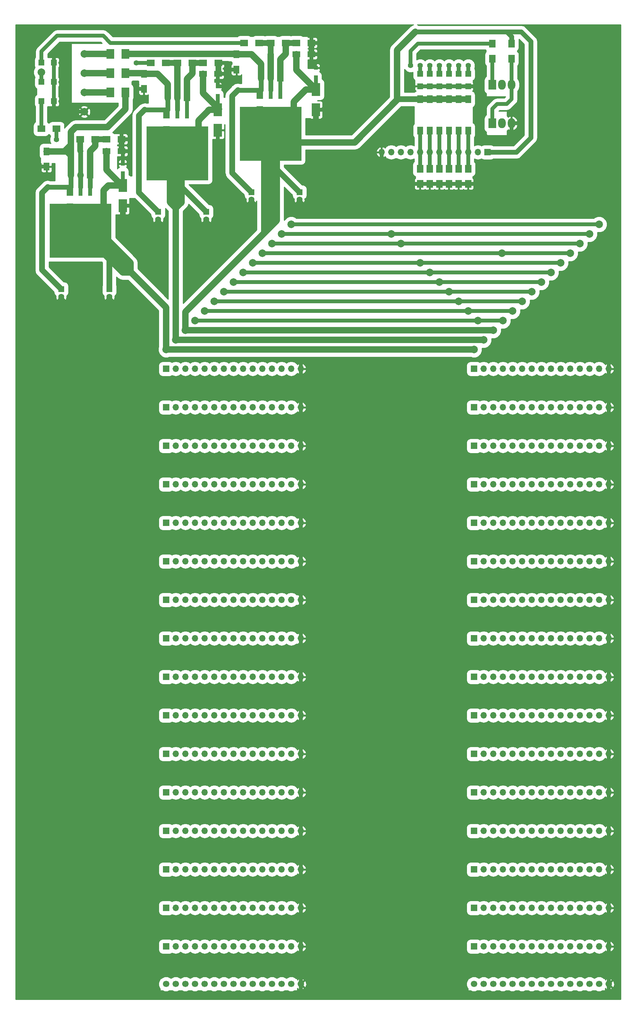
<source format=gtl>
%TF.GenerationSoftware,KiCad,Pcbnew,4.0.5*%
%TF.CreationDate,2018-01-19T20:33:35-07:00*%
%TF.ProjectId,MRI-RF-Amplifier,4D52492D52462D416D706C6966696572,6*%
%TF.FileFunction,Copper,L1,Top,Signal*%
%FSLAX46Y46*%
G04 Gerber Fmt 4.6, Leading zero omitted, Abs format (unit mm)*
G04 Created by KiCad (PCBNEW 4.0.5) date 01/19/18 20:33:35*
%MOMM*%
%LPD*%
G01*
G04 APERTURE LIST*
%ADD10C,0.100000*%
%ADD11C,0.800000*%
%ADD12C,4.500000*%
%ADD13R,1.800000X1.800000*%
%ADD14O,1.800000X1.800000*%
%ADD15R,2.300000X3.500000*%
%ADD16R,2.000000X1.600000*%
%ADD17R,1.500000X1.500000*%
%ADD18R,1.524000X2.155000*%
%ADD19R,2.000000X2.500000*%
%ADD20R,2.000000X2.600000*%
%ADD21O,2.000000X2.600000*%
%ADD22R,2.000000X1.700000*%
%ADD23R,1.700000X2.000000*%
%ADD24R,1.000000X1.000000*%
%ADD25C,2.000000*%
%ADD26R,1.700000X1.700000*%
%ADD27O,1.700000X1.700000*%
%ADD28C,1.700000*%
%ADD29R,1.600000X2.000000*%
%ADD30R,1.600000X1.600000*%
%ADD31C,1.600000*%
%ADD32R,1.400000X13.700000*%
%ADD33R,1.100000X4.600000*%
%ADD34R,10.800000X9.400000*%
%ADD35R,5.250000X4.550000*%
%ADD36R,16.300000X14.200000*%
%ADD37C,1.400000*%
%ADD38C,1.250000*%
%ADD39C,1.000000*%
%ADD40C,1.700000*%
%ADD41C,1.500000*%
%ADD42C,0.254000*%
G04 APERTURE END LIST*
D10*
D11*
X55129400Y-42994200D03*
X99332800Y-33832800D03*
X116840000Y-65405000D03*
X100330000Y-65405000D03*
D12*
X108737400Y-65974000D03*
X38354000Y-79906000D03*
D13*
X40894000Y-63246000D03*
D14*
X38354000Y-63246000D03*
X35814000Y-63246000D03*
D11*
X119380000Y-27940000D03*
D15*
X49530000Y-65880000D03*
X49530000Y-71280000D03*
D11*
X96520000Y-271780000D03*
X96520000Y-261620000D03*
X96520000Y-251460000D03*
X96520000Y-241300000D03*
X96520000Y-180340000D03*
X96520000Y-190500000D03*
X96520000Y-200660000D03*
X96520000Y-231140000D03*
X96520000Y-220980000D03*
X96520000Y-210820000D03*
X96520000Y-149860000D03*
X96520000Y-160020000D03*
X96520000Y-170180000D03*
X96520000Y-139700000D03*
X96520000Y-129540000D03*
X96520000Y-119380000D03*
X177800000Y-241300000D03*
X177800000Y-251460000D03*
X177800000Y-261620000D03*
X177800000Y-271780000D03*
X177800000Y-200660000D03*
X177800000Y-210820000D03*
X177800000Y-220980000D03*
X177800000Y-231140000D03*
X177800000Y-160020000D03*
X177800000Y-170180000D03*
X177800000Y-180340000D03*
X177800000Y-190500000D03*
X177800000Y-109220000D03*
X177800000Y-149860000D03*
X177800000Y-139700000D03*
X177800000Y-129540000D03*
X177800000Y-119380000D03*
X49530000Y-58895000D03*
X77285600Y-36474400D03*
X76123800Y-39565600D03*
X101872800Y-28295600D03*
X106832400Y-44544000D03*
X74574400Y-56417800D03*
X74574400Y-38637800D03*
X101872800Y-31292800D03*
X117856000Y-54610000D03*
X117856000Y-59690000D03*
X77285600Y-33578800D03*
X143256000Y-39750000D03*
X125476000Y-65500000D03*
X145796000Y-65500000D03*
X152146000Y-53340000D03*
X154686000Y-49530000D03*
X68580000Y-86360000D03*
X115316000Y-57150000D03*
X49530000Y-75405000D03*
X103657400Y-47084000D03*
X100482400Y-49624000D03*
X52070000Y-71280000D03*
X49249300Y-51185700D03*
X99332800Y-25755600D03*
X26871900Y-60926600D03*
X51154300Y-56849900D03*
X34022000Y-43680000D03*
X31380400Y-30992700D03*
X51128900Y-53725700D03*
X34022000Y-38600000D03*
X44436000Y-46474000D03*
X52843400Y-40454200D03*
X31380400Y-46232700D03*
X34022000Y-33520000D03*
X50749200Y-104825800D03*
X177800000Y-78740000D03*
X177800000Y-91440000D03*
X177800000Y-104140000D03*
D12*
X25400000Y-154940000D03*
X129540000Y-154940000D03*
X129540000Y-231140000D03*
X25400000Y-231140000D03*
X25400000Y-116840000D03*
X129540000Y-116840000D03*
D16*
X95332800Y-31292800D03*
X99332800Y-31292800D03*
X70694800Y-36474400D03*
X74694800Y-36474400D03*
X45244000Y-56845200D03*
X49244000Y-56845200D03*
D17*
X28068000Y-33528000D03*
X31368000Y-33528000D03*
X28068000Y-38608000D03*
X31368000Y-38608000D03*
X28068000Y-43688000D03*
X31368000Y-43688000D03*
X140716000Y-36450000D03*
X140716000Y-39750000D03*
X138176000Y-36450000D03*
X138176000Y-39750000D03*
X135636000Y-36450000D03*
X135636000Y-39750000D03*
X133096000Y-36450000D03*
X133096000Y-39750000D03*
X130556000Y-36450000D03*
X130556000Y-39750000D03*
X128016000Y-36450000D03*
X128016000Y-39750000D03*
D18*
X128016000Y-51440000D03*
X130556000Y-51440000D03*
X133096000Y-51440000D03*
X135636000Y-51440000D03*
X138176000Y-51440000D03*
X140716000Y-51440000D03*
X140716000Y-43180000D03*
X138176000Y-43180000D03*
X135636000Y-43180000D03*
X133096000Y-43180000D03*
X130556000Y-43180000D03*
X128016000Y-43180000D03*
D19*
X46260000Y-31242000D03*
X50260000Y-31242000D03*
X46260000Y-36322000D03*
X50260000Y-36322000D03*
X46260000Y-41402000D03*
X50260000Y-41402000D03*
D20*
X147066000Y-39370000D03*
D21*
X149606000Y-39370000D03*
X152146000Y-39370000D03*
D20*
X147066000Y-49530000D03*
D21*
X149606000Y-49530000D03*
X152146000Y-49530000D03*
D22*
X85566000Y-28295600D03*
X81566000Y-28295600D03*
X60928000Y-33578800D03*
X56928000Y-33578800D03*
X32022800Y-50952400D03*
X28022800Y-50952400D03*
D23*
X140716000Y-61500000D03*
X140716000Y-65500000D03*
X138176000Y-61500000D03*
X138176000Y-65500000D03*
X135636000Y-61500000D03*
X135636000Y-65500000D03*
X133096000Y-61500000D03*
X133096000Y-65500000D03*
X130556000Y-61500000D03*
X130556000Y-65500000D03*
X128016000Y-61500000D03*
X128016000Y-65500000D03*
X147066000Y-32480000D03*
X147066000Y-28480000D03*
X152146000Y-32480000D03*
X152146000Y-28480000D03*
D24*
X100482400Y-37379000D03*
X100482400Y-34879000D03*
X74574400Y-42267800D03*
X74574400Y-39767800D03*
X49530000Y-62685000D03*
X49530000Y-60185000D03*
D25*
X39370000Y-46482000D03*
X39370000Y-41402000D03*
X39370000Y-36322000D03*
X39370000Y-31242000D03*
D26*
X60960000Y-114300000D03*
D27*
X63500000Y-114300000D03*
X66040000Y-114300000D03*
X68580000Y-114300000D03*
X71120000Y-114300000D03*
X73660000Y-114300000D03*
X76200000Y-114300000D03*
X78740000Y-114300000D03*
X81280000Y-114300000D03*
X83820000Y-114300000D03*
X86360000Y-114300000D03*
X88900000Y-114300000D03*
X91440000Y-114300000D03*
X93980000Y-114300000D03*
X96520000Y-114300000D03*
D26*
X142240000Y-114300000D03*
D27*
X144780000Y-114300000D03*
X147320000Y-114300000D03*
X149860000Y-114300000D03*
X152400000Y-114300000D03*
X154940000Y-114300000D03*
X157480000Y-114300000D03*
X160020000Y-114300000D03*
X162560000Y-114300000D03*
X165100000Y-114300000D03*
X167640000Y-114300000D03*
X170180000Y-114300000D03*
X172720000Y-114300000D03*
X175260000Y-114300000D03*
X177800000Y-114300000D03*
D26*
X60960000Y-124460000D03*
D27*
X63500000Y-124460000D03*
X66040000Y-124460000D03*
X68580000Y-124460000D03*
X71120000Y-124460000D03*
X73660000Y-124460000D03*
X76200000Y-124460000D03*
X78740000Y-124460000D03*
X81280000Y-124460000D03*
X83820000Y-124460000D03*
X86360000Y-124460000D03*
X88900000Y-124460000D03*
X91440000Y-124460000D03*
X93980000Y-124460000D03*
X96520000Y-124460000D03*
D26*
X142240000Y-124460000D03*
D27*
X144780000Y-124460000D03*
X147320000Y-124460000D03*
X149860000Y-124460000D03*
X152400000Y-124460000D03*
X154940000Y-124460000D03*
X157480000Y-124460000D03*
X160020000Y-124460000D03*
X162560000Y-124460000D03*
X165100000Y-124460000D03*
X167640000Y-124460000D03*
X170180000Y-124460000D03*
X172720000Y-124460000D03*
X175260000Y-124460000D03*
X177800000Y-124460000D03*
D26*
X60960000Y-134620000D03*
D27*
X63500000Y-134620000D03*
X66040000Y-134620000D03*
X68580000Y-134620000D03*
X71120000Y-134620000D03*
X73660000Y-134620000D03*
X76200000Y-134620000D03*
X78740000Y-134620000D03*
X81280000Y-134620000D03*
X83820000Y-134620000D03*
X86360000Y-134620000D03*
X88900000Y-134620000D03*
X91440000Y-134620000D03*
X93980000Y-134620000D03*
X96520000Y-134620000D03*
D26*
X142240000Y-134620000D03*
D27*
X144780000Y-134620000D03*
X147320000Y-134620000D03*
X149860000Y-134620000D03*
X152400000Y-134620000D03*
X154940000Y-134620000D03*
X157480000Y-134620000D03*
X160020000Y-134620000D03*
X162560000Y-134620000D03*
X165100000Y-134620000D03*
X167640000Y-134620000D03*
X170180000Y-134620000D03*
X172720000Y-134620000D03*
X175260000Y-134620000D03*
X177800000Y-134620000D03*
D26*
X60960000Y-144780000D03*
D27*
X63500000Y-144780000D03*
X66040000Y-144780000D03*
X68580000Y-144780000D03*
X71120000Y-144780000D03*
X73660000Y-144780000D03*
X76200000Y-144780000D03*
X78740000Y-144780000D03*
X81280000Y-144780000D03*
X83820000Y-144780000D03*
X86360000Y-144780000D03*
X88900000Y-144780000D03*
X91440000Y-144780000D03*
X93980000Y-144780000D03*
X96520000Y-144780000D03*
D26*
X142240000Y-144780000D03*
D27*
X144780000Y-144780000D03*
X147320000Y-144780000D03*
X149860000Y-144780000D03*
X152400000Y-144780000D03*
X154940000Y-144780000D03*
X157480000Y-144780000D03*
X160020000Y-144780000D03*
X162560000Y-144780000D03*
X165100000Y-144780000D03*
X167640000Y-144780000D03*
X170180000Y-144780000D03*
X172720000Y-144780000D03*
X175260000Y-144780000D03*
X177800000Y-144780000D03*
D26*
X60960000Y-154940000D03*
D27*
X63500000Y-154940000D03*
X66040000Y-154940000D03*
X68580000Y-154940000D03*
X71120000Y-154940000D03*
X73660000Y-154940000D03*
X76200000Y-154940000D03*
X78740000Y-154940000D03*
X81280000Y-154940000D03*
X83820000Y-154940000D03*
X86360000Y-154940000D03*
X88900000Y-154940000D03*
X91440000Y-154940000D03*
X93980000Y-154940000D03*
X96520000Y-154940000D03*
D26*
X142240000Y-154940000D03*
D27*
X144780000Y-154940000D03*
X147320000Y-154940000D03*
X149860000Y-154940000D03*
X152400000Y-154940000D03*
X154940000Y-154940000D03*
X157480000Y-154940000D03*
X160020000Y-154940000D03*
X162560000Y-154940000D03*
X165100000Y-154940000D03*
X167640000Y-154940000D03*
X170180000Y-154940000D03*
X172720000Y-154940000D03*
X175260000Y-154940000D03*
X177800000Y-154940000D03*
D26*
X60960000Y-165100000D03*
D27*
X63500000Y-165100000D03*
X66040000Y-165100000D03*
X68580000Y-165100000D03*
X71120000Y-165100000D03*
X73660000Y-165100000D03*
X76200000Y-165100000D03*
X78740000Y-165100000D03*
X81280000Y-165100000D03*
X83820000Y-165100000D03*
X86360000Y-165100000D03*
X88900000Y-165100000D03*
X91440000Y-165100000D03*
X93980000Y-165100000D03*
X96520000Y-165100000D03*
D26*
X142240000Y-165100000D03*
D27*
X144780000Y-165100000D03*
X147320000Y-165100000D03*
X149860000Y-165100000D03*
X152400000Y-165100000D03*
X154940000Y-165100000D03*
X157480000Y-165100000D03*
X160020000Y-165100000D03*
X162560000Y-165100000D03*
X165100000Y-165100000D03*
X167640000Y-165100000D03*
X170180000Y-165100000D03*
X172720000Y-165100000D03*
X175260000Y-165100000D03*
X177800000Y-165100000D03*
D26*
X60960000Y-175260000D03*
D27*
X63500000Y-175260000D03*
X66040000Y-175260000D03*
X68580000Y-175260000D03*
X71120000Y-175260000D03*
X73660000Y-175260000D03*
X76200000Y-175260000D03*
X78740000Y-175260000D03*
X81280000Y-175260000D03*
X83820000Y-175260000D03*
X86360000Y-175260000D03*
X88900000Y-175260000D03*
X91440000Y-175260000D03*
X93980000Y-175260000D03*
X96520000Y-175260000D03*
D26*
X142240000Y-175260000D03*
D27*
X144780000Y-175260000D03*
X147320000Y-175260000D03*
X149860000Y-175260000D03*
X152400000Y-175260000D03*
X154940000Y-175260000D03*
X157480000Y-175260000D03*
X160020000Y-175260000D03*
X162560000Y-175260000D03*
X165100000Y-175260000D03*
X167640000Y-175260000D03*
X170180000Y-175260000D03*
X172720000Y-175260000D03*
X175260000Y-175260000D03*
X177800000Y-175260000D03*
D26*
X60960000Y-185420000D03*
D27*
X63500000Y-185420000D03*
X66040000Y-185420000D03*
X68580000Y-185420000D03*
X71120000Y-185420000D03*
X73660000Y-185420000D03*
X76200000Y-185420000D03*
X78740000Y-185420000D03*
X81280000Y-185420000D03*
X83820000Y-185420000D03*
X86360000Y-185420000D03*
X88900000Y-185420000D03*
X91440000Y-185420000D03*
X93980000Y-185420000D03*
X96520000Y-185420000D03*
D26*
X142240000Y-185420000D03*
D27*
X144780000Y-185420000D03*
X147320000Y-185420000D03*
X149860000Y-185420000D03*
X152400000Y-185420000D03*
X154940000Y-185420000D03*
X157480000Y-185420000D03*
X160020000Y-185420000D03*
X162560000Y-185420000D03*
X165100000Y-185420000D03*
X167640000Y-185420000D03*
X170180000Y-185420000D03*
X172720000Y-185420000D03*
X175260000Y-185420000D03*
X177800000Y-185420000D03*
D26*
X60960000Y-195580000D03*
D27*
X63500000Y-195580000D03*
X66040000Y-195580000D03*
X68580000Y-195580000D03*
X71120000Y-195580000D03*
X73660000Y-195580000D03*
X76200000Y-195580000D03*
X78740000Y-195580000D03*
X81280000Y-195580000D03*
X83820000Y-195580000D03*
X86360000Y-195580000D03*
X88900000Y-195580000D03*
X91440000Y-195580000D03*
X93980000Y-195580000D03*
X96520000Y-195580000D03*
D26*
X142240000Y-195580000D03*
D27*
X144780000Y-195580000D03*
X147320000Y-195580000D03*
X149860000Y-195580000D03*
X152400000Y-195580000D03*
X154940000Y-195580000D03*
X157480000Y-195580000D03*
X160020000Y-195580000D03*
X162560000Y-195580000D03*
X165100000Y-195580000D03*
X167640000Y-195580000D03*
X170180000Y-195580000D03*
X172720000Y-195580000D03*
X175260000Y-195580000D03*
X177800000Y-195580000D03*
D26*
X60960000Y-205740000D03*
D27*
X63500000Y-205740000D03*
X66040000Y-205740000D03*
X68580000Y-205740000D03*
X71120000Y-205740000D03*
X73660000Y-205740000D03*
X76200000Y-205740000D03*
X78740000Y-205740000D03*
X81280000Y-205740000D03*
X83820000Y-205740000D03*
X86360000Y-205740000D03*
X88900000Y-205740000D03*
X91440000Y-205740000D03*
X93980000Y-205740000D03*
X96520000Y-205740000D03*
D26*
X142240000Y-205740000D03*
D27*
X144780000Y-205740000D03*
X147320000Y-205740000D03*
X149860000Y-205740000D03*
X152400000Y-205740000D03*
X154940000Y-205740000D03*
X157480000Y-205740000D03*
X160020000Y-205740000D03*
X162560000Y-205740000D03*
X165100000Y-205740000D03*
X167640000Y-205740000D03*
X170180000Y-205740000D03*
X172720000Y-205740000D03*
X175260000Y-205740000D03*
X177800000Y-205740000D03*
D26*
X60960000Y-215900000D03*
D27*
X63500000Y-215900000D03*
X66040000Y-215900000D03*
X68580000Y-215900000D03*
X71120000Y-215900000D03*
X73660000Y-215900000D03*
X76200000Y-215900000D03*
X78740000Y-215900000D03*
X81280000Y-215900000D03*
X83820000Y-215900000D03*
X86360000Y-215900000D03*
X88900000Y-215900000D03*
X91440000Y-215900000D03*
X93980000Y-215900000D03*
X96520000Y-215900000D03*
D26*
X142240000Y-215900000D03*
D27*
X144780000Y-215900000D03*
X147320000Y-215900000D03*
X149860000Y-215900000D03*
X152400000Y-215900000D03*
X154940000Y-215900000D03*
X157480000Y-215900000D03*
X160020000Y-215900000D03*
X162560000Y-215900000D03*
X165100000Y-215900000D03*
X167640000Y-215900000D03*
X170180000Y-215900000D03*
X172720000Y-215900000D03*
X175260000Y-215900000D03*
X177800000Y-215900000D03*
D26*
X60960000Y-226060000D03*
D27*
X63500000Y-226060000D03*
X66040000Y-226060000D03*
X68580000Y-226060000D03*
X71120000Y-226060000D03*
X73660000Y-226060000D03*
X76200000Y-226060000D03*
X78740000Y-226060000D03*
X81280000Y-226060000D03*
X83820000Y-226060000D03*
X86360000Y-226060000D03*
X88900000Y-226060000D03*
X91440000Y-226060000D03*
X93980000Y-226060000D03*
X96520000Y-226060000D03*
D26*
X142240000Y-226060000D03*
D27*
X144780000Y-226060000D03*
X147320000Y-226060000D03*
X149860000Y-226060000D03*
X152400000Y-226060000D03*
X154940000Y-226060000D03*
X157480000Y-226060000D03*
X160020000Y-226060000D03*
X162560000Y-226060000D03*
X165100000Y-226060000D03*
X167640000Y-226060000D03*
X170180000Y-226060000D03*
X172720000Y-226060000D03*
X175260000Y-226060000D03*
X177800000Y-226060000D03*
D26*
X60960000Y-236220000D03*
D27*
X63500000Y-236220000D03*
X66040000Y-236220000D03*
X68580000Y-236220000D03*
X71120000Y-236220000D03*
X73660000Y-236220000D03*
X76200000Y-236220000D03*
X78740000Y-236220000D03*
X81280000Y-236220000D03*
X83820000Y-236220000D03*
X86360000Y-236220000D03*
X88900000Y-236220000D03*
X91440000Y-236220000D03*
X93980000Y-236220000D03*
X96520000Y-236220000D03*
D26*
X142240000Y-236220000D03*
D27*
X144780000Y-236220000D03*
X147320000Y-236220000D03*
X149860000Y-236220000D03*
X152400000Y-236220000D03*
X154940000Y-236220000D03*
X157480000Y-236220000D03*
X160020000Y-236220000D03*
X162560000Y-236220000D03*
X165100000Y-236220000D03*
X167640000Y-236220000D03*
X170180000Y-236220000D03*
X172720000Y-236220000D03*
X175260000Y-236220000D03*
X177800000Y-236220000D03*
D26*
X60960000Y-246380000D03*
D27*
X63500000Y-246380000D03*
X66040000Y-246380000D03*
X68580000Y-246380000D03*
X71120000Y-246380000D03*
X73660000Y-246380000D03*
X76200000Y-246380000D03*
X78740000Y-246380000D03*
X81280000Y-246380000D03*
X83820000Y-246380000D03*
X86360000Y-246380000D03*
X88900000Y-246380000D03*
X91440000Y-246380000D03*
X93980000Y-246380000D03*
X96520000Y-246380000D03*
D26*
X142240000Y-246380000D03*
D27*
X144780000Y-246380000D03*
X147320000Y-246380000D03*
X149860000Y-246380000D03*
X152400000Y-246380000D03*
X154940000Y-246380000D03*
X157480000Y-246380000D03*
X160020000Y-246380000D03*
X162560000Y-246380000D03*
X165100000Y-246380000D03*
X167640000Y-246380000D03*
X170180000Y-246380000D03*
X172720000Y-246380000D03*
X175260000Y-246380000D03*
X177800000Y-246380000D03*
D26*
X60960000Y-256540000D03*
D27*
X63500000Y-256540000D03*
X66040000Y-256540000D03*
X68580000Y-256540000D03*
X71120000Y-256540000D03*
X73660000Y-256540000D03*
X76200000Y-256540000D03*
X78740000Y-256540000D03*
X81280000Y-256540000D03*
X83820000Y-256540000D03*
X86360000Y-256540000D03*
X88900000Y-256540000D03*
X91440000Y-256540000D03*
X93980000Y-256540000D03*
X96520000Y-256540000D03*
D26*
X142240000Y-256540000D03*
D27*
X144780000Y-256540000D03*
X147320000Y-256540000D03*
X149860000Y-256540000D03*
X152400000Y-256540000D03*
X154940000Y-256540000D03*
X157480000Y-256540000D03*
X160020000Y-256540000D03*
X162560000Y-256540000D03*
X165100000Y-256540000D03*
X167640000Y-256540000D03*
X170180000Y-256540000D03*
X172720000Y-256540000D03*
X175260000Y-256540000D03*
X177800000Y-256540000D03*
D15*
X100482400Y-40574000D03*
X100482400Y-45974000D03*
X74574400Y-45937800D03*
X74574400Y-51337800D03*
D26*
X145796000Y-57150000D03*
D27*
X143256000Y-57150000D03*
X140716000Y-57150000D03*
X138176000Y-57150000D03*
X135636000Y-57150000D03*
X133096000Y-57150000D03*
X130556000Y-57150000D03*
X128016000Y-57150000D03*
X125476000Y-57150000D03*
X122936000Y-57150000D03*
X120396000Y-57150000D03*
X117856000Y-57150000D03*
D26*
X60960000Y-266700000D03*
D27*
X63500000Y-266700000D03*
X66040000Y-266700000D03*
X68580000Y-266700000D03*
X71120000Y-266700000D03*
X73660000Y-266700000D03*
X76200000Y-266700000D03*
X78740000Y-266700000D03*
X81280000Y-266700000D03*
X83820000Y-266700000D03*
X86360000Y-266700000D03*
X88900000Y-266700000D03*
X91440000Y-266700000D03*
X93980000Y-266700000D03*
X96520000Y-266700000D03*
D26*
X142240000Y-266700000D03*
D27*
X144780000Y-266700000D03*
X147320000Y-266700000D03*
X149860000Y-266700000D03*
X152400000Y-266700000D03*
X154940000Y-266700000D03*
X157480000Y-266700000D03*
X160020000Y-266700000D03*
X162560000Y-266700000D03*
X165100000Y-266700000D03*
X167640000Y-266700000D03*
X170180000Y-266700000D03*
X172720000Y-266700000D03*
X175260000Y-266700000D03*
X177800000Y-266700000D03*
D28*
X177800000Y-276610000D03*
X175260000Y-276610000D03*
X172720000Y-276610000D03*
X170180000Y-276610000D03*
X167640000Y-276610000D03*
X165100000Y-276610000D03*
X162560000Y-276610000D03*
X160020000Y-276610000D03*
X157480000Y-276610000D03*
X154940000Y-276610000D03*
X152400000Y-276610000D03*
X149860000Y-276610000D03*
X147320000Y-276610000D03*
X144780000Y-276610000D03*
X142240000Y-276610000D03*
X96520000Y-276610000D03*
X93980000Y-276610000D03*
X91440000Y-276610000D03*
X88900000Y-276610000D03*
X86360000Y-276610000D03*
X83820000Y-276610000D03*
X81280000Y-276610000D03*
X78740000Y-276610000D03*
X76200000Y-276610000D03*
X73660000Y-276610000D03*
X71120000Y-276610000D03*
X68580000Y-276610000D03*
X66040000Y-276610000D03*
X63500000Y-276610000D03*
X60960000Y-276610000D03*
D12*
X25400000Y-276860000D03*
X129540000Y-276860000D03*
X25400000Y-27940000D03*
X177800000Y-27940000D03*
X129540000Y-193040000D03*
X25400000Y-193040000D03*
D11*
X163576000Y-27940000D03*
X109220000Y-40640000D03*
X109220000Y-27940000D03*
X25400000Y-66040000D03*
X25400000Y-53340000D03*
X163576000Y-53340000D03*
X78740000Y-76675000D03*
X163576000Y-66040000D03*
X177800000Y-66040000D03*
X177800000Y-40640000D03*
X177800000Y-53340000D03*
X163576000Y-40640000D03*
X104140000Y-218440000D03*
X104140000Y-231140000D03*
X104140000Y-256540000D03*
X104140000Y-243840000D03*
X104140000Y-205740000D03*
X116840000Y-256540000D03*
X116840000Y-231140000D03*
X116840000Y-243840000D03*
X116840000Y-218440000D03*
X116840000Y-205740000D03*
X129540000Y-218440000D03*
X129540000Y-256540000D03*
X129540000Y-243840000D03*
X129540000Y-205740000D03*
X129540000Y-269240000D03*
X116840000Y-269240000D03*
X104140000Y-269240000D03*
X129540000Y-129540000D03*
X129540000Y-142240000D03*
X129540000Y-180340000D03*
X129540000Y-167640000D03*
X104140000Y-154940000D03*
X104140000Y-167640000D03*
X104140000Y-193040000D03*
X104140000Y-180340000D03*
X104140000Y-129540000D03*
X104140000Y-142240000D03*
X104140000Y-116840000D03*
X116840000Y-154940000D03*
X116840000Y-167640000D03*
X116840000Y-193040000D03*
X116840000Y-180340000D03*
X116840000Y-129540000D03*
X116840000Y-142240000D03*
X116840000Y-116840000D03*
X25400000Y-269240000D03*
X38100000Y-269240000D03*
X50800000Y-269240000D03*
X50800000Y-167640000D03*
X50800000Y-180340000D03*
X50800000Y-205740000D03*
X50800000Y-193040000D03*
X50800000Y-243840000D03*
X50800000Y-256540000D03*
X50800000Y-231140000D03*
X50800000Y-218440000D03*
X38100000Y-205740000D03*
X38100000Y-218440000D03*
X38100000Y-243840000D03*
X38100000Y-231140000D03*
X38100000Y-180340000D03*
X38100000Y-193040000D03*
X38100000Y-167640000D03*
X38100000Y-256540000D03*
X38100000Y-154940000D03*
X38049200Y-91948000D03*
X38100000Y-129540000D03*
X38100000Y-142240000D03*
X38100000Y-116840000D03*
X38049200Y-104648000D03*
X25400000Y-167640000D03*
X25400000Y-180340000D03*
X25400000Y-205740000D03*
X25400000Y-243840000D03*
X25400000Y-256540000D03*
X25400000Y-218440000D03*
X25400000Y-78740000D03*
X25349200Y-91948000D03*
X25400000Y-129540000D03*
X25400000Y-142240000D03*
X25349200Y-104648000D03*
X50800000Y-116840000D03*
X50800000Y-129540000D03*
X50800000Y-154940000D03*
X50800000Y-142240000D03*
X50749200Y-92125800D03*
X58420000Y-86360000D03*
X25400000Y-40640000D03*
D29*
X79552800Y-31324800D03*
X79552800Y-35324800D03*
D30*
X83464400Y-67687800D03*
D31*
X83464400Y-69687800D03*
D29*
X55118000Y-36455600D03*
X55118000Y-40455600D03*
D30*
X58851800Y-72869400D03*
D31*
X58851800Y-74869400D03*
D29*
X29413200Y-56928000D03*
X29413200Y-60928000D03*
D30*
X33274000Y-93291000D03*
D31*
X33274000Y-95291000D03*
D30*
X96164400Y-67687800D03*
D31*
X96164400Y-69687800D03*
D30*
X71551800Y-72869400D03*
D31*
X71551800Y-74869400D03*
D30*
X45974000Y-93291000D03*
D31*
X45974000Y-95291000D03*
D22*
X88576400Y-28295600D03*
X92576400Y-28295600D03*
X95332800Y-28295600D03*
X99332800Y-28295600D03*
X63938400Y-33578800D03*
X67938400Y-33578800D03*
X70745600Y-33578800D03*
X74745600Y-33578800D03*
X38259000Y-53721000D03*
X42259000Y-53721000D03*
X45244000Y-53721000D03*
X49244000Y-53721000D03*
D23*
X85699600Y-46062400D03*
X85699600Y-42062400D03*
X61087000Y-51244000D03*
X61087000Y-47244000D03*
X35534600Y-71640200D03*
X35534600Y-67640200D03*
D12*
X63931800Y-59484400D03*
D13*
X66471800Y-42824400D03*
D14*
X63931800Y-42824400D03*
X61391800Y-42824400D03*
D12*
X88544400Y-54302800D03*
D13*
X91084400Y-37642800D03*
D14*
X88544400Y-37642800D03*
X86004400Y-37642800D03*
D11*
X94259400Y-45897800D03*
X87274400Y-48437800D03*
X89814400Y-48437800D03*
X92354400Y-48437800D03*
X84734400Y-48437800D03*
X84734400Y-45897800D03*
X87274400Y-45897800D03*
X89814400Y-45897800D03*
X92354400Y-45897800D03*
X92354400Y-56057800D03*
X84734400Y-56057800D03*
X87274400Y-58597800D03*
X84734400Y-58597800D03*
X89814400Y-58597800D03*
X92354400Y-58597800D03*
X82829400Y-58597800D03*
X82829400Y-56057800D03*
X94259400Y-58597800D03*
X94259400Y-56057800D03*
X82829400Y-45897800D03*
X82829400Y-48437800D03*
X82829400Y-50977800D03*
X82829400Y-53517800D03*
X94259400Y-53517800D03*
X94259400Y-50977800D03*
X94259400Y-48437800D03*
D32*
X81444400Y-52247800D03*
X95644400Y-52247800D03*
D33*
X91084400Y-40757800D03*
X88544400Y-40757800D03*
X86004400Y-40757800D03*
D34*
X88544400Y-49907800D03*
D35*
X85769400Y-52332800D03*
X91319400Y-47482800D03*
X91319400Y-52332800D03*
X85769400Y-47482800D03*
D36*
X88544400Y-52247800D03*
D11*
X69646800Y-51079400D03*
X62661800Y-53619400D03*
X65201800Y-53619400D03*
X67741800Y-53619400D03*
X60121800Y-53619400D03*
X60121800Y-51079400D03*
X62661800Y-51079400D03*
X65201800Y-51079400D03*
X67741800Y-51079400D03*
X67741800Y-61239400D03*
X60121800Y-61239400D03*
X62661800Y-63779400D03*
X60121800Y-63779400D03*
X65201800Y-63779400D03*
X67741800Y-63779400D03*
X58216800Y-63779400D03*
X58216800Y-61239400D03*
X69646800Y-63779400D03*
X69646800Y-61239400D03*
X58216800Y-51079400D03*
X58216800Y-53619400D03*
X58216800Y-56159400D03*
X58216800Y-58699400D03*
X69646800Y-58699400D03*
X69646800Y-56159400D03*
X69646800Y-53619400D03*
D32*
X56831800Y-57429400D03*
X71031800Y-57429400D03*
D33*
X66471800Y-45939400D03*
X63931800Y-45939400D03*
X61391800Y-45939400D03*
D34*
X63931800Y-55089400D03*
D35*
X61156800Y-57514400D03*
X66706800Y-52664400D03*
X66706800Y-57514400D03*
X61156800Y-52664400D03*
D36*
X63931800Y-57429400D03*
D11*
X44069000Y-71501000D03*
X37084000Y-74041000D03*
X39624000Y-74041000D03*
X42164000Y-74041000D03*
X34544000Y-74041000D03*
X34544000Y-71501000D03*
X37084000Y-71501000D03*
X39624000Y-71501000D03*
X42164000Y-71501000D03*
X42164000Y-81661000D03*
X34544000Y-81661000D03*
X37084000Y-84201000D03*
X34544000Y-84201000D03*
X39624000Y-84201000D03*
X42164000Y-84201000D03*
X32639000Y-84201000D03*
X32639000Y-81661000D03*
X44069000Y-84201000D03*
X44069000Y-81661000D03*
X32639000Y-71501000D03*
X32639000Y-74041000D03*
X32639000Y-76581000D03*
X32639000Y-79121000D03*
X44069000Y-79121000D03*
X44069000Y-76581000D03*
X44069000Y-74041000D03*
D32*
X31254000Y-77851000D03*
X45454000Y-77851000D03*
D33*
X40894000Y-66361000D03*
X38354000Y-66361000D03*
X35814000Y-66361000D03*
D34*
X38354000Y-75511000D03*
D35*
X35579000Y-77936000D03*
X41129000Y-73086000D03*
X41129000Y-77936000D03*
X35579000Y-73086000D03*
D36*
X38354000Y-77851000D03*
D37*
X32054800Y-53848000D03*
D25*
X142240000Y-109220000D03*
X60960000Y-109220000D03*
X63500000Y-106680000D03*
X144780000Y-106680000D03*
X147320000Y-104140000D03*
X66040000Y-104140000D03*
D37*
X53136800Y-33578800D03*
D25*
X28041600Y-36068000D03*
D37*
X140716000Y-34290000D03*
X138176000Y-34290000D03*
X135636000Y-34290000D03*
X133096000Y-34290000D03*
X130556000Y-34290000D03*
X128016000Y-34290000D03*
D25*
X93980000Y-76192000D03*
X175246000Y-76192000D03*
X86360000Y-83820000D03*
X167640000Y-83820000D03*
X149606000Y-83820000D03*
D37*
X125476000Y-34290000D03*
D25*
X149860000Y-101600000D03*
X143256000Y-101600000D03*
X68580000Y-101600000D03*
X140716000Y-99060000D03*
X152400000Y-99060000D03*
X71120000Y-99060000D03*
X154940000Y-96520000D03*
X138176000Y-96520000D03*
X73660000Y-96520000D03*
X135636000Y-93980000D03*
X157480000Y-93980000D03*
X76200000Y-93980000D03*
X133096000Y-91440000D03*
X78740000Y-91440000D03*
X160020000Y-91440000D03*
X130556000Y-88900000D03*
X162560000Y-88900000D03*
X81280000Y-88900000D03*
X165100000Y-86360000D03*
X128016000Y-86360000D03*
X83820000Y-86360000D03*
X170180000Y-81280000D03*
X88900000Y-81280000D03*
X122936000Y-81280000D03*
X172720000Y-78740000D03*
X120396000Y-78740000D03*
X91440000Y-78740000D03*
D38*
X38354000Y-66361000D02*
X38354000Y-63246000D01*
D39*
X49530000Y-65880000D02*
X49530000Y-62685000D01*
X49174400Y-65524400D02*
X49530000Y-65880000D01*
D40*
X49530000Y-65880000D02*
X45720000Y-65880000D01*
X44450000Y-67150000D02*
X44450000Y-74135000D01*
X45720000Y-65880000D02*
X44450000Y-67150000D01*
X44450000Y-74135000D02*
X43074000Y-75511000D01*
X43074000Y-75511000D02*
X38354000Y-75511000D01*
X49530000Y-65880000D02*
X49322400Y-65880000D01*
X49322400Y-65880000D02*
X45244000Y-61801600D01*
X45244000Y-61801600D02*
X45244000Y-56845200D01*
D41*
X45974000Y-93291000D02*
X45974000Y-83131000D01*
X45974000Y-83131000D02*
X38354000Y-75511000D01*
D39*
X48989000Y-66261000D02*
X49784000Y-67056000D01*
X32054800Y-50984400D02*
X32054800Y-53848000D01*
D40*
X38354000Y-75511000D02*
X40707000Y-75511000D01*
X38354000Y-75511000D02*
X38354000Y-77730000D01*
X38354000Y-75511000D02*
X51735000Y-88892000D01*
X40707000Y-75511000D02*
X51548000Y-86352000D01*
X51548000Y-86352000D02*
X51548000Y-88892000D01*
X38354000Y-77730000D02*
X49516000Y-88892000D01*
X49516000Y-88892000D02*
X51548000Y-88892000D01*
X51548000Y-88892000D02*
X51735000Y-88892000D01*
X51735000Y-88892000D02*
X60960000Y-98117000D01*
X60960000Y-98117000D02*
X60960000Y-109220000D01*
X140081000Y-109220000D02*
X142240000Y-109220000D01*
X135636000Y-109220000D02*
X140081000Y-109220000D01*
X135636000Y-109220000D02*
X60960000Y-109220000D01*
D39*
X135890000Y-109220000D02*
X135636000Y-109220000D01*
X32054800Y-50984400D02*
X32022800Y-50952400D01*
D41*
X38259000Y-53721000D02*
X38259000Y-56801000D01*
X38259000Y-56801000D02*
X38354000Y-56896000D01*
D38*
X38354000Y-56896000D02*
X38354000Y-66361000D01*
D41*
X96164400Y-69687800D02*
X96164400Y-72361400D01*
X103010400Y-71701000D02*
X108737400Y-65974000D01*
X96824800Y-71701000D02*
X103010400Y-71701000D01*
X96164400Y-72361400D02*
X96824800Y-71701000D01*
D39*
X99332800Y-28295600D02*
X99332800Y-25755600D01*
X51154300Y-56849900D02*
X51149600Y-56845200D01*
X51149600Y-56845200D02*
X49244000Y-56845200D01*
X51128900Y-53725700D02*
X51124200Y-53721000D01*
X51124200Y-53721000D02*
X49244000Y-53721000D01*
X100482400Y-34879000D02*
X99332800Y-33729400D01*
X99332800Y-33729400D02*
X99332800Y-31292800D01*
D41*
X78740000Y-76675000D02*
X83464400Y-71950600D01*
X83464400Y-71950600D02*
X83464400Y-69687800D01*
D39*
X49530000Y-58895000D02*
X49530000Y-57131200D01*
X49530000Y-57131200D02*
X49244000Y-56845200D01*
X49530000Y-60185000D02*
X49530000Y-58895000D01*
X49244000Y-53721000D02*
X49244000Y-51191000D01*
X49244000Y-51191000D02*
X49249300Y-51185700D01*
X74574400Y-38637800D02*
X74574400Y-36594800D01*
X74574400Y-36594800D02*
X74694800Y-36474400D01*
X74574400Y-39767800D02*
X75921600Y-39767800D01*
X75921600Y-39767800D02*
X76123800Y-39565600D01*
X74574400Y-39767800D02*
X74574400Y-38637800D01*
X74574400Y-51337800D02*
X74574400Y-56417800D01*
X52070000Y-71280000D02*
X49530000Y-71280000D01*
X49174400Y-56914800D02*
X49244000Y-56845200D01*
D41*
X71551800Y-74869400D02*
X71551800Y-83388200D01*
D40*
X71551800Y-83388200D02*
X68580000Y-86360000D01*
D41*
X58851800Y-74869400D02*
X58851800Y-85928200D01*
D40*
X58851800Y-85928200D02*
X58420000Y-86360000D01*
D41*
X45974000Y-95291000D02*
X45974000Y-96723200D01*
X45974000Y-96723200D02*
X38049200Y-104648000D01*
X33274000Y-95291000D02*
X33274000Y-96723200D01*
X33274000Y-96723200D02*
X25349200Y-104648000D01*
D39*
X79552800Y-35324800D02*
X77870800Y-35324800D01*
X77870800Y-35324800D02*
X77285600Y-35910000D01*
X77285600Y-35910000D02*
X77285600Y-36474400D01*
X100482400Y-45974000D02*
X102207400Y-45974000D01*
X102207400Y-45974000D02*
X103637400Y-44544000D01*
X103637400Y-44544000D02*
X106832400Y-44544000D01*
D41*
X100482400Y-45974000D02*
X100482400Y-49624000D01*
X49530000Y-71280000D02*
X49530000Y-74930000D01*
D39*
X152146000Y-49530000D02*
X154686000Y-49530000D01*
X96520000Y-276610000D02*
X96520000Y-111728000D01*
X96520000Y-276610000D02*
X96520000Y-279368000D01*
X177800000Y-276610000D02*
X177800000Y-279368000D01*
X177800000Y-276610000D02*
X177800000Y-104108000D01*
X177800000Y-104108000D02*
X177800000Y-104140000D01*
X140716000Y-65500000D02*
X145796000Y-65500000D01*
X31368000Y-31005100D02*
X31380400Y-30992700D01*
X31368000Y-33528000D02*
X31368000Y-31005100D01*
X29413200Y-60928000D02*
X26873300Y-60928000D01*
X26873300Y-60928000D02*
X26871900Y-60926600D01*
X55118000Y-40455600D02*
X52844800Y-40455600D01*
X52844800Y-40455600D02*
X52843400Y-40454200D01*
X99332800Y-31292800D02*
X101872800Y-31292800D01*
X99332800Y-28295600D02*
X101872800Y-28295600D01*
X74694800Y-36474400D02*
X77285600Y-36474400D01*
X74745600Y-33578800D02*
X77285600Y-33578800D01*
X39370000Y-46482000D02*
X32506000Y-46482000D01*
X31368000Y-45344000D02*
X31368000Y-43688000D01*
X32506000Y-46482000D02*
X31368000Y-45344000D01*
X31368000Y-33528000D02*
X31368000Y-38608000D01*
X31368000Y-38608000D02*
X31368000Y-43688000D01*
D41*
X99332800Y-28295600D02*
X99332800Y-31292800D01*
X74745600Y-33578800D02*
X74745600Y-36423600D01*
X74745600Y-36423600D02*
X74694800Y-36474400D01*
X29413200Y-60928000D02*
X29464000Y-60978800D01*
X49244000Y-53721000D02*
X49244000Y-56261000D01*
D39*
X118586000Y-65500000D02*
X117856000Y-64770000D01*
X152146000Y-49530000D02*
X152146000Y-52070000D01*
X142366000Y-39750000D02*
X140716000Y-39750000D01*
X144526000Y-41910000D02*
X142366000Y-39750000D01*
X144526000Y-52070000D02*
X144526000Y-41910000D01*
X145796000Y-53340000D02*
X144526000Y-52070000D01*
X150876000Y-53340000D02*
X145796000Y-53340000D01*
X152146000Y-52070000D02*
X150876000Y-53340000D01*
X128016000Y-65500000D02*
X118586000Y-65500000D01*
X117856000Y-64770000D02*
X117856000Y-57150000D01*
X130556000Y-65500000D02*
X128016000Y-65500000D01*
X133096000Y-65500000D02*
X130556000Y-65500000D01*
X135636000Y-65500000D02*
X133096000Y-65500000D01*
X138176000Y-65500000D02*
X135636000Y-65500000D01*
X140716000Y-65500000D02*
X138176000Y-65500000D01*
X140716000Y-39750000D02*
X138176000Y-39750000D01*
X138176000Y-39750000D02*
X135636000Y-39750000D01*
X135636000Y-39750000D02*
X133096000Y-39750000D01*
X133096000Y-39750000D02*
X130556000Y-39750000D01*
X128016000Y-39750000D02*
X130556000Y-39750000D01*
D38*
X63931800Y-45939400D02*
X63931800Y-42824400D01*
D39*
X74574400Y-42267800D02*
X74574400Y-45937800D01*
D40*
X74574400Y-45937800D02*
X72354400Y-45937800D01*
X69494400Y-48797800D02*
X69494400Y-61497800D01*
X72354400Y-45937800D02*
X69494400Y-48797800D01*
X69494400Y-61497800D02*
X63931800Y-55935200D01*
X63931800Y-55935200D02*
X63931800Y-55089400D01*
X69850000Y-58260000D02*
X66679400Y-55089400D01*
X66679400Y-55089400D02*
X63931800Y-55089400D01*
D41*
X71551800Y-72869400D02*
X63500000Y-64817600D01*
D40*
X74918000Y-45755600D02*
X70694800Y-41532400D01*
X70694800Y-41532400D02*
X70694800Y-36474400D01*
X63931800Y-35864800D02*
X63931800Y-42824400D01*
X63931800Y-55089400D02*
X65010000Y-56167600D01*
X65010000Y-56167600D02*
X65010000Y-70378000D01*
X65010000Y-70378000D02*
X63500000Y-71888000D01*
X63931800Y-55089400D02*
X61962000Y-57059200D01*
X61962000Y-57059200D02*
X61962000Y-70350000D01*
X61962000Y-70350000D02*
X63500000Y-71888000D01*
X63500000Y-106680000D02*
X63500000Y-71888000D01*
X63500000Y-71888000D02*
X63500000Y-64817600D01*
X63500000Y-64817600D02*
X63500000Y-55521200D01*
X63500000Y-55521200D02*
X63931800Y-55089400D01*
X63500000Y-106680000D02*
X138430000Y-106680000D01*
X142748000Y-106680000D02*
X144780000Y-106680000D01*
X142748000Y-106680000D02*
X138430000Y-106680000D01*
D41*
X60928000Y-33578800D02*
X63938400Y-33578800D01*
D39*
X63931800Y-45939400D02*
X63931800Y-36474400D01*
D40*
X63931800Y-36474400D02*
X63931800Y-35864800D01*
X63931800Y-35864800D02*
X63931800Y-33585400D01*
D41*
X63931800Y-33585400D02*
X63938400Y-33578800D01*
X96164400Y-67687800D02*
X88544400Y-60067800D01*
X88544400Y-60067800D02*
X88544400Y-52247800D01*
D38*
X88544400Y-40757800D02*
X88544400Y-37642800D01*
D40*
X122123200Y-43180000D02*
X110759200Y-54544000D01*
X110759200Y-54544000D02*
X93180600Y-54544000D01*
X93180600Y-54544000D02*
X88544400Y-49907800D01*
D39*
X100482400Y-37379000D02*
X100482400Y-40574000D01*
D41*
X88544400Y-52247800D02*
X88544400Y-49907800D01*
D40*
X100482400Y-40574000D02*
X97878200Y-40574000D01*
X94640400Y-43811800D02*
X94640400Y-51939800D01*
X97878200Y-40574000D02*
X94640400Y-43811800D01*
X94640400Y-51939800D02*
X92608400Y-49907800D01*
X92608400Y-49907800D02*
X88544400Y-49907800D01*
X100482400Y-40574000D02*
X95332800Y-35424400D01*
X95332800Y-35424400D02*
X95332800Y-31292800D01*
X85242400Y-80060800D02*
X90156000Y-75147200D01*
X88544400Y-68681600D02*
X90156000Y-67070000D01*
X90156000Y-75147200D02*
X90156000Y-67070000D01*
X85242400Y-80060800D02*
X88544400Y-76758800D01*
X86854000Y-70372000D02*
X88544400Y-68681600D01*
X86854000Y-78449200D02*
X86854000Y-70372000D01*
X85242400Y-80060800D02*
X86854000Y-78449200D01*
X84861400Y-80441800D02*
X85242400Y-80060800D01*
X88544400Y-76758800D02*
X88544400Y-68681600D01*
X90156000Y-51519400D02*
X90156000Y-67070000D01*
X88544400Y-49907800D02*
X88544400Y-68681600D01*
X86854000Y-51598200D02*
X86854000Y-70372000D01*
X88544400Y-31292800D02*
X88544400Y-37642800D01*
D39*
X88544400Y-31292800D02*
X88544400Y-40757800D01*
D41*
X88544400Y-31292800D02*
X88544400Y-28327600D01*
X85566000Y-28295600D02*
X88576400Y-28295600D01*
D38*
X88544400Y-28327600D02*
X88576400Y-28295600D01*
D41*
X121920000Y-43383200D02*
X122123200Y-43180000D01*
X122123200Y-43180000D02*
X128016000Y-43180000D01*
D40*
X121920000Y-30226000D02*
X126746000Y-25400000D01*
X121920000Y-43383200D02*
X121920000Y-30226000D01*
X66040000Y-104140000D02*
X66040000Y-99263200D01*
X66040000Y-99263200D02*
X84861400Y-80441800D01*
D38*
X128016000Y-43180000D02*
X122936000Y-43180000D01*
D40*
X88544400Y-49907800D02*
X90156000Y-51519400D01*
X88544400Y-49907800D02*
X86854000Y-51598200D01*
X66040000Y-104140000D02*
X140970000Y-104140000D01*
X145161000Y-104140000D02*
X140970000Y-104140000D01*
X145161000Y-104140000D02*
X147320000Y-104140000D01*
D38*
X145796000Y-57150000D02*
X153416000Y-57150000D01*
X154686000Y-25400000D02*
X149606000Y-25400000D01*
X157226000Y-27940000D02*
X154686000Y-25400000D01*
X157226000Y-53340000D02*
X157226000Y-27940000D01*
X153416000Y-57150000D02*
X157226000Y-53340000D01*
X152146000Y-26670000D02*
X152146000Y-28480000D01*
D39*
X149606000Y-25400000D02*
X150876000Y-25400000D01*
D38*
X150876000Y-25400000D02*
X152146000Y-26670000D01*
X126746000Y-25400000D02*
X149606000Y-25400000D01*
D41*
X140716000Y-43180000D02*
X138176000Y-43180000D01*
X138176000Y-43180000D02*
X135636000Y-43180000D01*
X135636000Y-43180000D02*
X133096000Y-43180000D01*
X133096000Y-43180000D02*
X130556000Y-43180000D01*
X128016000Y-43180000D02*
X130556000Y-43180000D01*
D39*
X81566000Y-28295600D02*
X46228000Y-28295600D01*
X46228000Y-28295600D02*
X44348400Y-26416000D01*
X28068000Y-30555200D02*
X28068000Y-33528000D01*
X32207200Y-26416000D02*
X28068000Y-30555200D01*
X44348400Y-26416000D02*
X32207200Y-26416000D01*
X56928000Y-33578800D02*
X53136800Y-33578800D01*
X28041600Y-36068000D02*
X28041600Y-38581600D01*
X28041600Y-38581600D02*
X28068000Y-38608000D01*
X28022800Y-50952400D02*
X28022800Y-43733200D01*
D41*
X28022800Y-43733200D02*
X28068000Y-43688000D01*
D39*
X140716000Y-34290000D02*
X140716000Y-36450000D01*
X138176000Y-36450000D02*
X138176000Y-34290000D01*
X135636000Y-34290000D02*
X135636000Y-36450000D01*
X133096000Y-36450000D02*
X133096000Y-34290000D01*
X130556000Y-34290000D02*
X130556000Y-36450000D01*
X128016000Y-36450000D02*
X128016000Y-34290000D01*
X128016000Y-57150000D02*
X128016000Y-54610000D01*
X128016000Y-54610000D02*
X128016000Y-51440000D01*
X128016000Y-57150000D02*
X128016000Y-58420000D01*
X128016000Y-58420000D02*
X128016000Y-61500000D01*
X130556000Y-57150000D02*
X130556000Y-54610000D01*
X130556000Y-54610000D02*
X130556000Y-51440000D01*
X130556000Y-57150000D02*
X130556000Y-58420000D01*
X130556000Y-58420000D02*
X130556000Y-61500000D01*
X133096000Y-57150000D02*
X133096000Y-54610000D01*
X133096000Y-54610000D02*
X133096000Y-51440000D01*
X133096000Y-57150000D02*
X133096000Y-58420000D01*
X133096000Y-58420000D02*
X133096000Y-61500000D01*
X135636000Y-57150000D02*
X135636000Y-54610000D01*
X135636000Y-54610000D02*
X135636000Y-51440000D01*
X135636000Y-57150000D02*
X135636000Y-58420000D01*
X135636000Y-58420000D02*
X135636000Y-61500000D01*
X138176000Y-57150000D02*
X138176000Y-54610000D01*
X138176000Y-54610000D02*
X138176000Y-51440000D01*
X138176000Y-57150000D02*
X138176000Y-58420000D01*
X138176000Y-58420000D02*
X138176000Y-61500000D01*
X140716000Y-57150000D02*
X140716000Y-54610000D01*
X140716000Y-54610000D02*
X140716000Y-51440000D01*
X140716000Y-57150000D02*
X140716000Y-58420000D01*
X140716000Y-58420000D02*
X140716000Y-61500000D01*
D40*
X39370000Y-31242000D02*
X46260000Y-31242000D01*
X46260000Y-36322000D02*
X39370000Y-36322000D01*
X46260000Y-41402000D02*
X39370000Y-41402000D01*
D39*
X147066000Y-39370000D02*
X147066000Y-32480000D01*
X175246000Y-76192000D02*
X93980000Y-76192000D01*
X152146000Y-39370000D02*
X152146000Y-43180000D01*
X147066000Y-45720000D02*
X147066000Y-49530000D01*
X148336000Y-44450000D02*
X147066000Y-45720000D01*
X150876000Y-44450000D02*
X148336000Y-44450000D01*
X152146000Y-43180000D02*
X150876000Y-44450000D01*
X152146000Y-39370000D02*
X152146000Y-32480000D01*
X149606000Y-83820000D02*
X137160000Y-83820000D01*
X137160000Y-83820000D02*
X86360000Y-83820000D01*
X167640000Y-83820000D02*
X165100000Y-83820000D01*
X149606000Y-83820000D02*
X161290000Y-83820000D01*
X165481000Y-83820000D02*
X165100000Y-83820000D01*
X165100000Y-83820000D02*
X161290000Y-83820000D01*
X147066000Y-28480000D02*
X127476000Y-28480000D01*
X125476000Y-30480000D02*
X125476000Y-34290000D01*
X127476000Y-28480000D02*
X125476000Y-30480000D01*
X147828000Y-101600000D02*
X149860000Y-101600000D01*
X143256000Y-101600000D02*
X143510000Y-101600000D01*
X147828000Y-101600000D02*
X143510000Y-101600000D01*
X143256000Y-101600000D02*
X68580000Y-101600000D01*
X140716000Y-99060000D02*
X152400000Y-99060000D01*
X152400000Y-99060000D02*
X150241000Y-99060000D01*
X150241000Y-99060000D02*
X146050000Y-99060000D01*
X146050000Y-99060000D02*
X71120000Y-99060000D01*
X152908000Y-96520000D02*
X154940000Y-96520000D01*
X148590000Y-96520000D02*
X152908000Y-96520000D01*
X138176000Y-96520000D02*
X148590000Y-96520000D01*
X138176000Y-96520000D02*
X73660000Y-96520000D01*
X135636000Y-93980000D02*
X157480000Y-93980000D01*
X157480000Y-93980000D02*
X155321000Y-93980000D01*
X155321000Y-93980000D02*
X150876000Y-93980000D01*
X150876000Y-93980000D02*
X76200000Y-93980000D01*
X151130000Y-93980000D02*
X150876000Y-93980000D01*
X133096000Y-91440000D02*
X160020000Y-91440000D01*
X157988000Y-91440000D02*
X160020000Y-91440000D01*
X157988000Y-91440000D02*
X153670000Y-91440000D01*
X153670000Y-91440000D02*
X78740000Y-91440000D01*
X130556000Y-88900000D02*
X162560000Y-88900000D01*
X162560000Y-88900000D02*
X160401000Y-88900000D01*
X160401000Y-88900000D02*
X156210000Y-88900000D01*
X81280000Y-88900000D02*
X156210000Y-88900000D01*
X163068000Y-86360000D02*
X165100000Y-86360000D01*
X128016000Y-86360000D02*
X158750000Y-86360000D01*
X163068000Y-86360000D02*
X158750000Y-86360000D01*
X128016000Y-86360000D02*
X83820000Y-86360000D01*
X168148000Y-81280000D02*
X170180000Y-81280000D01*
X122936000Y-81280000D02*
X163830000Y-81280000D01*
X168148000Y-81280000D02*
X163830000Y-81280000D01*
X88900000Y-81280000D02*
X122936000Y-81280000D01*
X172720000Y-78740000D02*
X170561000Y-78740000D01*
X120396000Y-78740000D02*
X166370000Y-78740000D01*
X170561000Y-78740000D02*
X166370000Y-78740000D01*
X91440000Y-78740000D02*
X120396000Y-78740000D01*
D38*
X86004400Y-40757800D02*
X86004400Y-37642800D01*
X86004400Y-40757800D02*
X79914400Y-40757800D01*
D41*
X78384400Y-62607800D02*
X83464400Y-67687800D01*
X78384400Y-42287800D02*
X78384400Y-62607800D01*
X79914400Y-40757800D02*
X78384400Y-42287800D01*
D40*
X86004400Y-33832800D02*
X86004400Y-37642800D01*
X83496400Y-31324800D02*
X86004400Y-33832800D01*
X79552800Y-31324800D02*
X83496400Y-31324800D01*
D39*
X85937400Y-40690800D02*
X86004400Y-40757800D01*
D40*
X79470000Y-31242000D02*
X77419200Y-31242000D01*
X77419200Y-31242000D02*
X50260000Y-31242000D01*
D41*
X79470000Y-31242000D02*
X79552800Y-31324800D01*
X58851800Y-72869400D02*
X53771800Y-67789400D01*
X53771800Y-67789400D02*
X53771800Y-65249400D01*
D38*
X61391800Y-45939400D02*
X61391800Y-42824400D01*
X61391800Y-45939400D02*
X55301800Y-45939400D01*
D41*
X53771800Y-47469400D02*
X53771800Y-65249400D01*
X55301800Y-45939400D02*
X53771800Y-47469400D01*
D40*
X55118000Y-36455600D02*
X58655200Y-36455600D01*
X58655200Y-36455600D02*
X61391800Y-39192200D01*
X61391800Y-39192200D02*
X61391800Y-42824400D01*
X50260000Y-36322000D02*
X54984400Y-36322000D01*
D41*
X54984400Y-36322000D02*
X55118000Y-36455600D01*
D39*
X61375600Y-45923200D02*
X61391800Y-45939400D01*
D38*
X35814000Y-66361000D02*
X29724000Y-66361000D01*
D41*
X28194000Y-88211000D02*
X33274000Y-93291000D01*
X28194000Y-67891000D02*
X28194000Y-88211000D01*
X29724000Y-66361000D02*
X28194000Y-67891000D01*
D40*
X35814000Y-63246000D02*
X35814000Y-56896000D01*
D41*
X35814000Y-56896000D02*
X35782000Y-56928000D01*
D39*
X35814000Y-58484000D02*
X34131000Y-56801000D01*
D41*
X34036000Y-56801000D02*
X34131000Y-56801000D01*
X34131000Y-56801000D02*
X35814000Y-55118000D01*
D40*
X45466000Y-50546000D02*
X37084000Y-50546000D01*
X37084000Y-50546000D02*
X35814000Y-51816000D01*
X35814000Y-51816000D02*
X35814000Y-55118000D01*
X35814000Y-55118000D02*
X35814000Y-56896000D01*
D41*
X34036000Y-56801000D02*
X35719000Y-56801000D01*
X35719000Y-56801000D02*
X35814000Y-56896000D01*
D38*
X35814000Y-66361000D02*
X35814000Y-58484000D01*
X35814000Y-58484000D02*
X35814000Y-56896000D01*
D40*
X35782000Y-56928000D02*
X29413200Y-56928000D01*
D39*
X29464000Y-66421000D02*
X35754000Y-66421000D01*
D40*
X50260000Y-41402000D02*
X50260000Y-45752000D01*
X50260000Y-45752000D02*
X45466000Y-50546000D01*
X91084400Y-37642800D02*
X91084400Y-32664400D01*
D39*
X91084400Y-32664400D02*
X91084400Y-40757800D01*
D40*
X91084400Y-32664400D02*
X92576400Y-31172400D01*
X92576400Y-31172400D02*
X92576400Y-28295600D01*
D39*
X91084400Y-32664400D02*
X92862400Y-30886400D01*
X92862400Y-30886400D02*
X92862400Y-28581600D01*
X92862400Y-28581600D02*
X92576400Y-28295600D01*
D41*
X92576400Y-29800800D02*
X92576400Y-28295600D01*
X92576400Y-28295600D02*
X95332800Y-28295600D01*
D40*
X66471800Y-42824400D02*
X66471800Y-37846000D01*
X66471800Y-37846000D02*
X67938400Y-36379400D01*
X67938400Y-36379400D02*
X67938400Y-33578800D01*
D39*
X66471800Y-37846000D02*
X68173600Y-36144200D01*
X68173600Y-36144200D02*
X68173600Y-33814000D01*
X68173600Y-33814000D02*
X67938400Y-33578800D01*
X66471800Y-37846000D02*
X66471800Y-45939400D01*
D41*
X67938400Y-33578800D02*
X70745600Y-33578800D01*
D40*
X40894000Y-63246000D02*
X40894000Y-56896000D01*
X40894000Y-56896000D02*
X42259000Y-55531000D01*
X42259000Y-55531000D02*
X42259000Y-53721000D01*
D39*
X42519600Y-53981600D02*
X42259000Y-53721000D01*
X40894000Y-56896000D02*
X42259000Y-55531000D01*
D41*
X42259000Y-53721000D02*
X42259000Y-55531000D01*
X42259000Y-53721000D02*
X45244000Y-53721000D01*
D38*
X40894000Y-66361000D02*
X40894000Y-58623200D01*
X40894000Y-58623200D02*
X40894000Y-56896000D01*
D42*
G36*
X125989435Y-23573490D02*
X125348050Y-24002050D01*
X120522050Y-28828050D01*
X120093490Y-29469435D01*
X119943000Y-30226000D01*
X119943000Y-42564300D01*
X109940300Y-52567000D01*
X97843479Y-52567000D01*
X97843479Y-48227000D01*
X98937374Y-48227000D01*
X98972701Y-48262327D01*
X99206090Y-48359000D01*
X100196650Y-48359000D01*
X100355400Y-48200250D01*
X100355400Y-46101000D01*
X100609400Y-46101000D01*
X100609400Y-48200250D01*
X100768150Y-48359000D01*
X101758710Y-48359000D01*
X101992099Y-48262327D01*
X102170727Y-48083698D01*
X102267400Y-47850309D01*
X102267400Y-46259750D01*
X102108650Y-46101000D01*
X100609400Y-46101000D01*
X100355400Y-46101000D01*
X100335400Y-46101000D01*
X100335400Y-45847000D01*
X100355400Y-45847000D01*
X100355400Y-45827000D01*
X100609400Y-45827000D01*
X100609400Y-45847000D01*
X102108650Y-45847000D01*
X102267400Y-45688250D01*
X102267400Y-44097691D01*
X102170727Y-43864302D01*
X101992099Y-43685673D01*
X101758710Y-43589000D01*
X100965000Y-43589000D01*
X100965000Y-43473079D01*
X101632400Y-43473079D01*
X102050041Y-43394494D01*
X102433619Y-43147669D01*
X102690948Y-42771056D01*
X102781479Y-42324000D01*
X102781479Y-38824000D01*
X102702894Y-38406359D01*
X102456069Y-38022781D01*
X102131479Y-37800998D01*
X102131479Y-36879000D01*
X102052894Y-36461359D01*
X101806069Y-36077781D01*
X101435110Y-35824315D01*
X101520727Y-35738698D01*
X101617400Y-35505309D01*
X101617400Y-35164750D01*
X101458650Y-35006000D01*
X100609400Y-35006000D01*
X100609400Y-35026000D01*
X100355400Y-35026000D01*
X100355400Y-35006000D01*
X100115504Y-35006000D01*
X100076000Y-34998000D01*
X98425000Y-34998000D01*
X98425000Y-34252691D01*
X99347400Y-34252691D01*
X99347400Y-34593250D01*
X99506150Y-34752000D01*
X100355400Y-34752000D01*
X100355400Y-33902750D01*
X100609400Y-33902750D01*
X100609400Y-34752000D01*
X101458650Y-34752000D01*
X101617400Y-34593250D01*
X101617400Y-34252691D01*
X101520727Y-34019302D01*
X101342099Y-33840673D01*
X101108710Y-33744000D01*
X100768150Y-33744000D01*
X100609400Y-33902750D01*
X100355400Y-33902750D01*
X100196650Y-33744000D01*
X99856090Y-33744000D01*
X99622701Y-33840673D01*
X99444073Y-34019302D01*
X99347400Y-34252691D01*
X98425000Y-34252691D01*
X98425000Y-32727800D01*
X99047050Y-32727800D01*
X99205800Y-32569050D01*
X99205800Y-31419800D01*
X99459800Y-31419800D01*
X99459800Y-32569050D01*
X99618550Y-32727800D01*
X100459109Y-32727800D01*
X100692498Y-32631127D01*
X100871127Y-32452499D01*
X100967800Y-32219110D01*
X100967800Y-31578550D01*
X100809050Y-31419800D01*
X99459800Y-31419800D01*
X99205800Y-31419800D01*
X99185800Y-31419800D01*
X99185800Y-31165800D01*
X99205800Y-31165800D01*
X99205800Y-30016550D01*
X99459800Y-30016550D01*
X99459800Y-31165800D01*
X100809050Y-31165800D01*
X100967800Y-31007050D01*
X100967800Y-30366490D01*
X100871127Y-30133101D01*
X100692498Y-29954473D01*
X100459109Y-29857800D01*
X99618550Y-29857800D01*
X99459800Y-30016550D01*
X99205800Y-30016550D01*
X99047050Y-29857800D01*
X98425000Y-29857800D01*
X98425000Y-29780600D01*
X99047050Y-29780600D01*
X99205800Y-29621850D01*
X99205800Y-28422600D01*
X99459800Y-28422600D01*
X99459800Y-29621850D01*
X99618550Y-29780600D01*
X100459109Y-29780600D01*
X100692498Y-29683927D01*
X100871127Y-29505299D01*
X100967800Y-29271910D01*
X100967800Y-28581350D01*
X100809050Y-28422600D01*
X99459800Y-28422600D01*
X99205800Y-28422600D01*
X99185800Y-28422600D01*
X99185800Y-28168600D01*
X99205800Y-28168600D01*
X99205800Y-26969350D01*
X99459800Y-26969350D01*
X99459800Y-28168600D01*
X100809050Y-28168600D01*
X100967800Y-28009850D01*
X100967800Y-27319290D01*
X100871127Y-27085901D01*
X100692498Y-26907273D01*
X100459109Y-26810600D01*
X99618550Y-26810600D01*
X99459800Y-26969350D01*
X99205800Y-26969350D01*
X99047050Y-26810600D01*
X98425000Y-26810600D01*
X98425000Y-26670000D01*
X98416315Y-26623841D01*
X98389035Y-26581447D01*
X98347410Y-26553006D01*
X98298000Y-26543000D01*
X97008093Y-26543000D01*
X96779856Y-26387052D01*
X96332800Y-26296521D01*
X94332800Y-26296521D01*
X93940717Y-26370297D01*
X93576400Y-26296521D01*
X91576400Y-26296521D01*
X91158759Y-26375106D01*
X90897844Y-26543000D01*
X90251693Y-26543000D01*
X90023456Y-26387052D01*
X89576400Y-26296521D01*
X87576400Y-26296521D01*
X87158759Y-26375106D01*
X87091167Y-26418600D01*
X87059228Y-26418600D01*
X87013056Y-26387052D01*
X86566000Y-26296521D01*
X84566000Y-26296521D01*
X84148359Y-26375106D01*
X83887444Y-26543000D01*
X83241293Y-26543000D01*
X83013056Y-26387052D01*
X82566000Y-26296521D01*
X80566000Y-26296521D01*
X80148359Y-26375106D01*
X79764781Y-26621931D01*
X79732893Y-26668600D01*
X46901926Y-26668600D01*
X45498863Y-25265537D01*
X44971026Y-24912848D01*
X44348400Y-24789000D01*
X32207205Y-24789000D01*
X32207200Y-24788999D01*
X31584574Y-24912848D01*
X31056737Y-25265537D01*
X26917537Y-29404737D01*
X26564848Y-29932574D01*
X26441000Y-30555200D01*
X26441000Y-32065240D01*
X26259452Y-32330944D01*
X26168921Y-32778000D01*
X26168921Y-34278000D01*
X26247506Y-34695641D01*
X26309377Y-34791792D01*
X26239469Y-34861578D01*
X25914970Y-35643057D01*
X25914232Y-36489230D01*
X26237366Y-37271274D01*
X26307132Y-37341162D01*
X26259452Y-37410944D01*
X26168921Y-37858000D01*
X26168921Y-39358000D01*
X26247506Y-39775641D01*
X26494331Y-40159219D01*
X26797000Y-40366024D01*
X26797000Y-41934016D01*
X26516781Y-42114331D01*
X26259452Y-42490944D01*
X26168921Y-42938000D01*
X26168921Y-43616967D01*
X26145801Y-43733200D01*
X26168921Y-43849433D01*
X26168921Y-44438000D01*
X26247506Y-44855641D01*
X26395800Y-45086097D01*
X26395800Y-49166624D01*
X26221581Y-49278731D01*
X25964252Y-49655344D01*
X25873721Y-50102400D01*
X25873721Y-51802400D01*
X25952306Y-52220041D01*
X26199131Y-52603619D01*
X26575744Y-52860948D01*
X27022800Y-52951479D01*
X29022800Y-52951479D01*
X29440441Y-52872894D01*
X29824019Y-52626069D01*
X29943639Y-52451000D01*
X30100924Y-52451000D01*
X30199131Y-52603619D01*
X30427800Y-52759862D01*
X30427800Y-53002105D01*
X30228118Y-53482993D01*
X30227484Y-54209818D01*
X30485409Y-54834045D01*
X30213200Y-54778921D01*
X28613200Y-54778921D01*
X28195559Y-54857506D01*
X27811981Y-55104331D01*
X27554652Y-55480944D01*
X27464121Y-55928000D01*
X27464121Y-56787632D01*
X27436200Y-56928000D01*
X27464121Y-57068368D01*
X27464121Y-57928000D01*
X27542706Y-58345641D01*
X27789531Y-58729219D01*
X27813000Y-58745255D01*
X27813000Y-59940800D01*
X27821685Y-59986959D01*
X27848965Y-60029353D01*
X27890590Y-60057794D01*
X27940000Y-60067800D01*
X27978200Y-60067800D01*
X27978200Y-60642250D01*
X28136950Y-60801000D01*
X29286200Y-60801000D01*
X29286200Y-60781000D01*
X29540200Y-60781000D01*
X29540200Y-60801000D01*
X30689450Y-60801000D01*
X30848200Y-60642250D01*
X30848200Y-60067800D01*
X31610300Y-60067800D01*
X31610300Y-64609000D01*
X30352418Y-64609000D01*
X29724000Y-64484000D01*
X29005703Y-64626878D01*
X28396761Y-65033760D01*
X26866761Y-66563761D01*
X26459878Y-67172703D01*
X26317000Y-67891000D01*
X26317000Y-88211000D01*
X26459878Y-88929297D01*
X26866761Y-89538239D01*
X31324921Y-93996400D01*
X31324921Y-94091000D01*
X31403506Y-94508641D01*
X31650331Y-94892219D01*
X31844715Y-95025036D01*
X31827035Y-95074223D01*
X31854222Y-95644454D01*
X32020136Y-96045005D01*
X32266255Y-96119139D01*
X33094395Y-95291000D01*
X33080253Y-95276858D01*
X33117031Y-95240079D01*
X33430969Y-95240079D01*
X33467748Y-95276858D01*
X33453605Y-95291000D01*
X34281745Y-96119139D01*
X34527864Y-96045005D01*
X34720965Y-95507777D01*
X34698121Y-95028628D01*
X34875219Y-94914669D01*
X35132548Y-94538056D01*
X35223079Y-94091000D01*
X35223079Y-92491000D01*
X35144494Y-92073359D01*
X34897669Y-91689781D01*
X34521056Y-91432452D01*
X34074000Y-91341921D01*
X33979400Y-91341921D01*
X30071000Y-87433522D01*
X30071000Y-86073146D01*
X30204000Y-86100079D01*
X43928179Y-86100079D01*
X44097000Y-86268900D01*
X44097000Y-92135063D01*
X44024921Y-92491000D01*
X44024921Y-94091000D01*
X44103506Y-94508641D01*
X44350331Y-94892219D01*
X44544715Y-95025036D01*
X44527035Y-95074223D01*
X44554222Y-95644454D01*
X44720136Y-96045005D01*
X44966255Y-96119139D01*
X45794395Y-95291000D01*
X45780253Y-95276858D01*
X45817031Y-95240079D01*
X46130969Y-95240079D01*
X46167748Y-95276858D01*
X46153605Y-95291000D01*
X46981745Y-96119139D01*
X47227864Y-96045005D01*
X47420965Y-95507777D01*
X47398121Y-95028628D01*
X47575219Y-94914669D01*
X47832548Y-94538056D01*
X47923079Y-94091000D01*
X47923079Y-92491000D01*
X47851000Y-92107935D01*
X47851000Y-90022900D01*
X48118050Y-90289950D01*
X48759435Y-90718510D01*
X49516000Y-90869000D01*
X50916100Y-90869000D01*
X58983000Y-98935900D01*
X58983000Y-108434709D01*
X58833370Y-108795057D01*
X58832632Y-109641230D01*
X59155766Y-110423274D01*
X59753578Y-111022131D01*
X60535057Y-111346630D01*
X61381230Y-111347368D01*
X61745148Y-111197000D01*
X141454709Y-111197000D01*
X141815057Y-111346630D01*
X142661230Y-111347368D01*
X143443274Y-111024234D01*
X144042131Y-110426422D01*
X144366630Y-109644943D01*
X144367361Y-108806641D01*
X145201230Y-108807368D01*
X145983274Y-108484234D01*
X146582131Y-107886422D01*
X146906630Y-107104943D01*
X146907361Y-106266641D01*
X147741230Y-106267368D01*
X148523274Y-105944234D01*
X149122131Y-105346422D01*
X149446630Y-104564943D01*
X149447361Y-103726641D01*
X150281230Y-103727368D01*
X151063274Y-103404234D01*
X151662131Y-102806422D01*
X151986630Y-102024943D01*
X151987361Y-101186641D01*
X152821230Y-101187368D01*
X153603274Y-100864234D01*
X154202131Y-100266422D01*
X154526630Y-99484943D01*
X154527361Y-98646641D01*
X155361230Y-98647368D01*
X156143274Y-98324234D01*
X156742131Y-97726422D01*
X157066630Y-96944943D01*
X157067361Y-96106641D01*
X157901230Y-96107368D01*
X158683274Y-95784234D01*
X159282131Y-95186422D01*
X159606630Y-94404943D01*
X159607361Y-93566641D01*
X160441230Y-93567368D01*
X161223274Y-93244234D01*
X161822131Y-92646422D01*
X162146630Y-91864943D01*
X162147361Y-91026641D01*
X162981230Y-91027368D01*
X163763274Y-90704234D01*
X164362131Y-90106422D01*
X164686630Y-89324943D01*
X164687361Y-88486641D01*
X165521230Y-88487368D01*
X166303274Y-88164234D01*
X166902131Y-87566422D01*
X167226630Y-86784943D01*
X167227361Y-85946641D01*
X168061230Y-85947368D01*
X168843274Y-85624234D01*
X169442131Y-85026422D01*
X169766630Y-84244943D01*
X169767361Y-83406641D01*
X170601230Y-83407368D01*
X171383274Y-83084234D01*
X171982131Y-82486422D01*
X172306630Y-81704943D01*
X172307361Y-80866641D01*
X173141230Y-80867368D01*
X173923274Y-80544234D01*
X174522131Y-79946422D01*
X174846630Y-79164943D01*
X174847368Y-78318770D01*
X174847320Y-78318653D01*
X175667230Y-78319368D01*
X176449274Y-77996234D01*
X177048131Y-77398422D01*
X177372630Y-76616943D01*
X177373368Y-75770770D01*
X177050234Y-74988726D01*
X176452422Y-74389869D01*
X175670943Y-74065370D01*
X174824770Y-74064632D01*
X174042726Y-74387766D01*
X173865182Y-74565000D01*
X95361247Y-74565000D01*
X95186422Y-74389869D01*
X94404943Y-74065370D01*
X93558770Y-74064632D01*
X92776726Y-74387766D01*
X92177869Y-74985578D01*
X92133000Y-75093634D01*
X92133000Y-70695545D01*
X95336261Y-70695545D01*
X95410395Y-70941664D01*
X95947623Y-71134765D01*
X96517854Y-71107578D01*
X96918405Y-70941664D01*
X96992539Y-70695545D01*
X96164400Y-69867405D01*
X95336261Y-70695545D01*
X92133000Y-70695545D01*
X92133000Y-66310879D01*
X94215321Y-68393200D01*
X94215321Y-68487800D01*
X94293906Y-68905441D01*
X94540731Y-69289019D01*
X94735115Y-69421836D01*
X94717435Y-69471023D01*
X94744622Y-70041254D01*
X94910536Y-70441805D01*
X95156655Y-70515939D01*
X95984795Y-69687800D01*
X95970653Y-69673658D01*
X96007431Y-69636879D01*
X96321369Y-69636879D01*
X96358148Y-69673658D01*
X96344005Y-69687800D01*
X97172145Y-70515939D01*
X97418264Y-70441805D01*
X97611365Y-69904577D01*
X97588521Y-69425428D01*
X97765619Y-69311469D01*
X98022948Y-68934856D01*
X98113479Y-68487800D01*
X98113479Y-66887800D01*
X98034894Y-66470159D01*
X97788069Y-66086581D01*
X97411456Y-65829252D01*
X97196637Y-65785750D01*
X126531000Y-65785750D01*
X126531000Y-66626309D01*
X126627673Y-66859698D01*
X126806301Y-67038327D01*
X127039690Y-67135000D01*
X127730250Y-67135000D01*
X127889000Y-66976250D01*
X127889000Y-65627000D01*
X128143000Y-65627000D01*
X128143000Y-66976250D01*
X128301750Y-67135000D01*
X128992310Y-67135000D01*
X129225699Y-67038327D01*
X129286000Y-66978026D01*
X129346301Y-67038327D01*
X129579690Y-67135000D01*
X130270250Y-67135000D01*
X130429000Y-66976250D01*
X130429000Y-65627000D01*
X130683000Y-65627000D01*
X130683000Y-66976250D01*
X130841750Y-67135000D01*
X131532310Y-67135000D01*
X131765699Y-67038327D01*
X131826000Y-66978026D01*
X131886301Y-67038327D01*
X132119690Y-67135000D01*
X132810250Y-67135000D01*
X132969000Y-66976250D01*
X132969000Y-65627000D01*
X133223000Y-65627000D01*
X133223000Y-66976250D01*
X133381750Y-67135000D01*
X134072310Y-67135000D01*
X134305699Y-67038327D01*
X134366000Y-66978026D01*
X134426301Y-67038327D01*
X134659690Y-67135000D01*
X135350250Y-67135000D01*
X135509000Y-66976250D01*
X135509000Y-65627000D01*
X135763000Y-65627000D01*
X135763000Y-66976250D01*
X135921750Y-67135000D01*
X136612310Y-67135000D01*
X136845699Y-67038327D01*
X136906000Y-66978026D01*
X136966301Y-67038327D01*
X137199690Y-67135000D01*
X137890250Y-67135000D01*
X138049000Y-66976250D01*
X138049000Y-65627000D01*
X138303000Y-65627000D01*
X138303000Y-66976250D01*
X138461750Y-67135000D01*
X139152310Y-67135000D01*
X139385699Y-67038327D01*
X139446000Y-66978026D01*
X139506301Y-67038327D01*
X139739690Y-67135000D01*
X140430250Y-67135000D01*
X140589000Y-66976250D01*
X140589000Y-65627000D01*
X140843000Y-65627000D01*
X140843000Y-66976250D01*
X141001750Y-67135000D01*
X141692310Y-67135000D01*
X141925699Y-67038327D01*
X142104327Y-66859698D01*
X142201000Y-66626309D01*
X142201000Y-65785750D01*
X142042250Y-65627000D01*
X140843000Y-65627000D01*
X140589000Y-65627000D01*
X138303000Y-65627000D01*
X138049000Y-65627000D01*
X135763000Y-65627000D01*
X135509000Y-65627000D01*
X133223000Y-65627000D01*
X132969000Y-65627000D01*
X130683000Y-65627000D01*
X130429000Y-65627000D01*
X128143000Y-65627000D01*
X127889000Y-65627000D01*
X126689750Y-65627000D01*
X126531000Y-65785750D01*
X97196637Y-65785750D01*
X96964400Y-65738721D01*
X96869800Y-65738721D01*
X92133000Y-61001922D01*
X92133000Y-60496879D01*
X96694400Y-60496879D01*
X97112041Y-60418294D01*
X97495619Y-60171469D01*
X97752948Y-59794856D01*
X97843479Y-59347800D01*
X97843479Y-57506892D01*
X116414514Y-57506892D01*
X116660817Y-58031358D01*
X117089076Y-58421645D01*
X117499110Y-58591476D01*
X117729000Y-58470155D01*
X117729000Y-57277000D01*
X116535181Y-57277000D01*
X116414514Y-57506892D01*
X97843479Y-57506892D01*
X97843479Y-56793108D01*
X116414514Y-56793108D01*
X116535181Y-57023000D01*
X117729000Y-57023000D01*
X117729000Y-55829845D01*
X117499110Y-55708524D01*
X117089076Y-55878355D01*
X116660817Y-56268642D01*
X116414514Y-56793108D01*
X97843479Y-56793108D01*
X97843479Y-56521000D01*
X110759200Y-56521000D01*
X111515765Y-56370510D01*
X112157150Y-55941950D01*
X123042100Y-45057000D01*
X126422635Y-45057000D01*
X126395151Y-49623175D01*
X126195452Y-49915444D01*
X126104921Y-50362500D01*
X126104921Y-52517500D01*
X126183506Y-52935141D01*
X126389000Y-53254489D01*
X126389000Y-55389285D01*
X126232565Y-55284758D01*
X125476000Y-55134268D01*
X124719435Y-55284758D01*
X124206000Y-55627824D01*
X123692565Y-55284758D01*
X122936000Y-55134268D01*
X122179435Y-55284758D01*
X121666000Y-55627824D01*
X121152565Y-55284758D01*
X120396000Y-55134268D01*
X119639435Y-55284758D01*
X118998050Y-55713318D01*
X118787537Y-56028373D01*
X118622924Y-55878355D01*
X118212890Y-55708524D01*
X117983000Y-55829845D01*
X117983000Y-57023000D01*
X118003000Y-57023000D01*
X118003000Y-57277000D01*
X117983000Y-57277000D01*
X117983000Y-58470155D01*
X118212890Y-58591476D01*
X118622924Y-58421645D01*
X118787537Y-58271627D01*
X118953600Y-58520158D01*
X118953600Y-58674000D01*
X118962285Y-58720159D01*
X118989565Y-58762553D01*
X119031190Y-58790994D01*
X119080600Y-58801000D01*
X119318799Y-58801000D01*
X119639435Y-59015242D01*
X120396000Y-59165732D01*
X121152565Y-59015242D01*
X121473201Y-58801000D01*
X121858799Y-58801000D01*
X122179435Y-59015242D01*
X122936000Y-59165732D01*
X123692565Y-59015242D01*
X124013201Y-58801000D01*
X124398799Y-58801000D01*
X124719435Y-59015242D01*
X125476000Y-59165732D01*
X126232565Y-59015242D01*
X126389000Y-58910715D01*
X126389000Y-59660747D01*
X126364781Y-59676331D01*
X126107452Y-60052944D01*
X126016921Y-60500000D01*
X126016921Y-62500000D01*
X126095506Y-62917641D01*
X126342331Y-63301219D01*
X126718944Y-63558548D01*
X126747212Y-63564272D01*
X126746339Y-64021635D01*
X126627673Y-64140302D01*
X126531000Y-64373691D01*
X126531000Y-65214250D01*
X126689750Y-65373000D01*
X126743760Y-65373000D01*
X126743600Y-65457058D01*
X126750620Y-65498938D01*
X126776272Y-65542337D01*
X126816788Y-65572336D01*
X126865783Y-65584209D01*
X126915537Y-65576084D01*
X126958210Y-65549243D01*
X126987079Y-65507914D01*
X126997593Y-65458609D01*
X126998476Y-65373000D01*
X127889000Y-65373000D01*
X127889000Y-65353000D01*
X128143000Y-65353000D01*
X128143000Y-65373000D01*
X130429000Y-65373000D01*
X130429000Y-65353000D01*
X130683000Y-65353000D01*
X130683000Y-65373000D01*
X132969000Y-65373000D01*
X132969000Y-65353000D01*
X133223000Y-65353000D01*
X133223000Y-65373000D01*
X135509000Y-65373000D01*
X135509000Y-65353000D01*
X135763000Y-65353000D01*
X135763000Y-65373000D01*
X138049000Y-65373000D01*
X138049000Y-65353000D01*
X138303000Y-65353000D01*
X138303000Y-65373000D01*
X140589000Y-65373000D01*
X140589000Y-65353000D01*
X140843000Y-65353000D01*
X140843000Y-65373000D01*
X142042250Y-65373000D01*
X142201000Y-65214250D01*
X142201000Y-64373691D01*
X142104327Y-64140302D01*
X141956442Y-63992416D01*
X141955466Y-63575796D01*
X141983641Y-63570494D01*
X142367219Y-63323669D01*
X142624548Y-62947056D01*
X142715079Y-62500000D01*
X142715079Y-60500000D01*
X142636494Y-60082359D01*
X142389669Y-59698781D01*
X142343000Y-59666893D01*
X142343000Y-58910715D01*
X142499435Y-59015242D01*
X143256000Y-59165732D01*
X144012565Y-59015242D01*
X144226426Y-58872344D01*
X144498944Y-59058548D01*
X144946000Y-59149079D01*
X146646000Y-59149079D01*
X147063641Y-59070494D01*
X147325489Y-58902000D01*
X153416000Y-58902000D01*
X154086462Y-58768637D01*
X154654851Y-58388851D01*
X158464851Y-54578851D01*
X158844637Y-54010461D01*
X158978000Y-53340000D01*
X158978000Y-27940000D01*
X158844637Y-27269539D01*
X158464851Y-26701149D01*
X155924851Y-24161149D01*
X155356462Y-23781363D01*
X154686000Y-23648000D01*
X127614078Y-23648000D01*
X127502566Y-23573490D01*
X127278899Y-23529000D01*
X180941000Y-23529000D01*
X180941000Y-280593800D01*
X21243000Y-280593800D01*
X21243000Y-277001524D01*
X58982657Y-277001524D01*
X59283003Y-277728418D01*
X59373000Y-277818572D01*
X59373000Y-278250000D01*
X59381685Y-278296159D01*
X59408965Y-278338553D01*
X59450590Y-278366994D01*
X59500000Y-278377000D01*
X60060117Y-278377000D01*
X60565025Y-278586656D01*
X61351524Y-278587343D01*
X61860594Y-278377000D01*
X62600117Y-278377000D01*
X63105025Y-278586656D01*
X63891524Y-278587343D01*
X64400594Y-278377000D01*
X65140117Y-278377000D01*
X65645025Y-278586656D01*
X66431524Y-278587343D01*
X66940594Y-278377000D01*
X67680117Y-278377000D01*
X68185025Y-278586656D01*
X68971524Y-278587343D01*
X69480594Y-278377000D01*
X70220117Y-278377000D01*
X70725025Y-278586656D01*
X71511524Y-278587343D01*
X72020594Y-278377000D01*
X72760117Y-278377000D01*
X73265025Y-278586656D01*
X74051524Y-278587343D01*
X74560594Y-278377000D01*
X75300117Y-278377000D01*
X75805025Y-278586656D01*
X76591524Y-278587343D01*
X77100594Y-278377000D01*
X77840117Y-278377000D01*
X78345025Y-278586656D01*
X79131524Y-278587343D01*
X79640594Y-278377000D01*
X80380117Y-278377000D01*
X80885025Y-278586656D01*
X81671524Y-278587343D01*
X82180594Y-278377000D01*
X82920117Y-278377000D01*
X83425025Y-278586656D01*
X84211524Y-278587343D01*
X84720594Y-278377000D01*
X85460117Y-278377000D01*
X85965025Y-278586656D01*
X86751524Y-278587343D01*
X87260594Y-278377000D01*
X88000117Y-278377000D01*
X88505025Y-278586656D01*
X89291524Y-278587343D01*
X89800594Y-278377000D01*
X90540117Y-278377000D01*
X91045025Y-278586656D01*
X91831524Y-278587343D01*
X92340594Y-278377000D01*
X93080117Y-278377000D01*
X93585025Y-278586656D01*
X94371524Y-278587343D01*
X94880594Y-278377000D01*
X95500000Y-278377000D01*
X95546159Y-278368315D01*
X95588553Y-278341035D01*
X95616994Y-278299410D01*
X95627000Y-278250000D01*
X95627000Y-277759336D01*
X95655042Y-277731343D01*
X95669355Y-277696873D01*
X95735920Y-277905259D01*
X96291279Y-278106718D01*
X96881458Y-278080315D01*
X97304080Y-277905259D01*
X97384353Y-277653958D01*
X96520000Y-276789605D01*
X96505858Y-276803748D01*
X96326253Y-276624143D01*
X96340395Y-276610000D01*
X96699605Y-276610000D01*
X97563958Y-277474353D01*
X97815259Y-277394080D01*
X97957660Y-277001524D01*
X140262657Y-277001524D01*
X140563003Y-277728418D01*
X140623000Y-277788520D01*
X140623000Y-278250000D01*
X140631685Y-278296159D01*
X140658965Y-278338553D01*
X140700590Y-278366994D01*
X140750000Y-278377000D01*
X141340117Y-278377000D01*
X141845025Y-278586656D01*
X142631524Y-278587343D01*
X143140594Y-278377000D01*
X143880117Y-278377000D01*
X144385025Y-278586656D01*
X145171524Y-278587343D01*
X145680594Y-278377000D01*
X146420117Y-278377000D01*
X146925025Y-278586656D01*
X147711524Y-278587343D01*
X148220594Y-278377000D01*
X148960117Y-278377000D01*
X149465025Y-278586656D01*
X150251524Y-278587343D01*
X150760594Y-278377000D01*
X151500117Y-278377000D01*
X152005025Y-278586656D01*
X152791524Y-278587343D01*
X153300594Y-278377000D01*
X154040117Y-278377000D01*
X154545025Y-278586656D01*
X155331524Y-278587343D01*
X155840594Y-278377000D01*
X156580117Y-278377000D01*
X157085025Y-278586656D01*
X157871524Y-278587343D01*
X158380594Y-278377000D01*
X159120117Y-278377000D01*
X159625025Y-278586656D01*
X160411524Y-278587343D01*
X160920594Y-278377000D01*
X161660117Y-278377000D01*
X162165025Y-278586656D01*
X162951524Y-278587343D01*
X163460594Y-278377000D01*
X164200117Y-278377000D01*
X164705025Y-278586656D01*
X165491524Y-278587343D01*
X166000594Y-278377000D01*
X166740117Y-278377000D01*
X167245025Y-278586656D01*
X168031524Y-278587343D01*
X168540594Y-278377000D01*
X169280117Y-278377000D01*
X169785025Y-278586656D01*
X170571524Y-278587343D01*
X171080594Y-278377000D01*
X171820117Y-278377000D01*
X172325025Y-278586656D01*
X173111524Y-278587343D01*
X173620594Y-278377000D01*
X174360117Y-278377000D01*
X174865025Y-278586656D01*
X175651524Y-278587343D01*
X176160594Y-278377000D01*
X176750000Y-278377000D01*
X176796159Y-278368315D01*
X176838553Y-278341035D01*
X176866994Y-278299410D01*
X176877000Y-278250000D01*
X176877000Y-277789284D01*
X176935042Y-277731343D01*
X176949355Y-277696873D01*
X177015920Y-277905259D01*
X177571279Y-278106718D01*
X178161458Y-278080315D01*
X178584080Y-277905259D01*
X178664353Y-277653958D01*
X177800000Y-276789605D01*
X177785858Y-276803748D01*
X177606253Y-276624143D01*
X177620395Y-276610000D01*
X177979605Y-276610000D01*
X178843958Y-277474353D01*
X179095259Y-277394080D01*
X179296718Y-276838721D01*
X179270315Y-276248542D01*
X179095259Y-275825920D01*
X178843958Y-275745647D01*
X177979605Y-276610000D01*
X177620395Y-276610000D01*
X177606253Y-276595858D01*
X177785858Y-276416253D01*
X177800000Y-276430395D01*
X178664353Y-275566042D01*
X178584080Y-275314741D01*
X178028721Y-275113282D01*
X177438542Y-275139685D01*
X177015920Y-275314741D01*
X176949650Y-275522205D01*
X176936997Y-275491582D01*
X176877000Y-275431480D01*
X176877000Y-275250000D01*
X176868315Y-275203841D01*
X176841035Y-275161447D01*
X176799410Y-275133006D01*
X176750000Y-275123000D01*
X176569057Y-275123000D01*
X176381343Y-274934958D01*
X175654975Y-274633344D01*
X174868476Y-274632657D01*
X174141582Y-274933003D01*
X173990223Y-275084098D01*
X173841343Y-274934958D01*
X173114975Y-274633344D01*
X172328476Y-274632657D01*
X171601582Y-274933003D01*
X171450223Y-275084098D01*
X171301343Y-274934958D01*
X170574975Y-274633344D01*
X169788476Y-274632657D01*
X169061582Y-274933003D01*
X168910223Y-275084098D01*
X168761343Y-274934958D01*
X168034975Y-274633344D01*
X167248476Y-274632657D01*
X166521582Y-274933003D01*
X166370223Y-275084098D01*
X166221343Y-274934958D01*
X165494975Y-274633344D01*
X164708476Y-274632657D01*
X163981582Y-274933003D01*
X163830223Y-275084098D01*
X163681343Y-274934958D01*
X162954975Y-274633344D01*
X162168476Y-274632657D01*
X161441582Y-274933003D01*
X161290223Y-275084098D01*
X161141343Y-274934958D01*
X160414975Y-274633344D01*
X159628476Y-274632657D01*
X158901582Y-274933003D01*
X158750223Y-275084098D01*
X158601343Y-274934958D01*
X157874975Y-274633344D01*
X157088476Y-274632657D01*
X156361582Y-274933003D01*
X156210223Y-275084098D01*
X156061343Y-274934958D01*
X155334975Y-274633344D01*
X154548476Y-274632657D01*
X153821582Y-274933003D01*
X153670223Y-275084098D01*
X153521343Y-274934958D01*
X152794975Y-274633344D01*
X152008476Y-274632657D01*
X151281582Y-274933003D01*
X151130223Y-275084098D01*
X150981343Y-274934958D01*
X150254975Y-274633344D01*
X149468476Y-274632657D01*
X148741582Y-274933003D01*
X148590223Y-275084098D01*
X148441343Y-274934958D01*
X147714975Y-274633344D01*
X146928476Y-274632657D01*
X146201582Y-274933003D01*
X146050223Y-275084098D01*
X145901343Y-274934958D01*
X145174975Y-274633344D01*
X144388476Y-274632657D01*
X143661582Y-274933003D01*
X143510223Y-275084098D01*
X143361343Y-274934958D01*
X142634975Y-274633344D01*
X141848476Y-274632657D01*
X141121582Y-274933003D01*
X140931253Y-275123000D01*
X140750000Y-275123000D01*
X140703841Y-275131685D01*
X140661447Y-275158965D01*
X140633006Y-275200590D01*
X140623000Y-275250000D01*
X140623000Y-275430716D01*
X140564958Y-275488657D01*
X140263344Y-276215025D01*
X140262657Y-277001524D01*
X97957660Y-277001524D01*
X98016718Y-276838721D01*
X97990315Y-276248542D01*
X97815259Y-275825920D01*
X97563958Y-275745647D01*
X96699605Y-276610000D01*
X96340395Y-276610000D01*
X96326253Y-276595858D01*
X96505858Y-276416253D01*
X96520000Y-276430395D01*
X97384353Y-275566042D01*
X97304080Y-275314741D01*
X96748721Y-275113282D01*
X96158542Y-275139685D01*
X95735920Y-275314741D01*
X95669650Y-275522205D01*
X95656997Y-275491582D01*
X95627000Y-275461533D01*
X95627000Y-275250000D01*
X95618315Y-275203841D01*
X95591035Y-275161447D01*
X95549410Y-275133006D01*
X95500000Y-275123000D01*
X95289057Y-275123000D01*
X95101343Y-274934958D01*
X94374975Y-274633344D01*
X93588476Y-274632657D01*
X92861582Y-274933003D01*
X92710223Y-275084098D01*
X92561343Y-274934958D01*
X91834975Y-274633344D01*
X91048476Y-274632657D01*
X90321582Y-274933003D01*
X90170223Y-275084098D01*
X90021343Y-274934958D01*
X89294975Y-274633344D01*
X88508476Y-274632657D01*
X87781582Y-274933003D01*
X87630223Y-275084098D01*
X87481343Y-274934958D01*
X86754975Y-274633344D01*
X85968476Y-274632657D01*
X85241582Y-274933003D01*
X85090223Y-275084098D01*
X84941343Y-274934958D01*
X84214975Y-274633344D01*
X83428476Y-274632657D01*
X82701582Y-274933003D01*
X82550223Y-275084098D01*
X82401343Y-274934958D01*
X81674975Y-274633344D01*
X80888476Y-274632657D01*
X80161582Y-274933003D01*
X80010223Y-275084098D01*
X79861343Y-274934958D01*
X79134975Y-274633344D01*
X78348476Y-274632657D01*
X77621582Y-274933003D01*
X77470223Y-275084098D01*
X77321343Y-274934958D01*
X76594975Y-274633344D01*
X75808476Y-274632657D01*
X75081582Y-274933003D01*
X74930223Y-275084098D01*
X74781343Y-274934958D01*
X74054975Y-274633344D01*
X73268476Y-274632657D01*
X72541582Y-274933003D01*
X72390223Y-275084098D01*
X72241343Y-274934958D01*
X71514975Y-274633344D01*
X70728476Y-274632657D01*
X70001582Y-274933003D01*
X69850223Y-275084098D01*
X69701343Y-274934958D01*
X68974975Y-274633344D01*
X68188476Y-274632657D01*
X67461582Y-274933003D01*
X67310223Y-275084098D01*
X67161343Y-274934958D01*
X66434975Y-274633344D01*
X65648476Y-274632657D01*
X64921582Y-274933003D01*
X64770223Y-275084098D01*
X64621343Y-274934958D01*
X63894975Y-274633344D01*
X63108476Y-274632657D01*
X62381582Y-274933003D01*
X62230223Y-275084098D01*
X62081343Y-274934958D01*
X61354975Y-274633344D01*
X60568476Y-274632657D01*
X59841582Y-274933003D01*
X59651253Y-275123000D01*
X59500000Y-275123000D01*
X59453841Y-275131685D01*
X59411447Y-275158965D01*
X59383006Y-275200590D01*
X59373000Y-275250000D01*
X59373000Y-275400768D01*
X59284958Y-275488657D01*
X58983344Y-276215025D01*
X58982657Y-277001524D01*
X21243000Y-277001524D01*
X21243000Y-265850000D01*
X58960921Y-265850000D01*
X58960921Y-267550000D01*
X59039506Y-267967641D01*
X59286331Y-268351219D01*
X59662944Y-268608548D01*
X60110000Y-268699079D01*
X61810000Y-268699079D01*
X62227641Y-268620494D01*
X62532518Y-268424312D01*
X62743435Y-268565242D01*
X63500000Y-268715732D01*
X64256565Y-268565242D01*
X64770000Y-268222176D01*
X65283435Y-268565242D01*
X66040000Y-268715732D01*
X66796565Y-268565242D01*
X67310000Y-268222176D01*
X67823435Y-268565242D01*
X68580000Y-268715732D01*
X69336565Y-268565242D01*
X69850000Y-268222176D01*
X70363435Y-268565242D01*
X71120000Y-268715732D01*
X71876565Y-268565242D01*
X72390000Y-268222176D01*
X72903435Y-268565242D01*
X73660000Y-268715732D01*
X74416565Y-268565242D01*
X74930000Y-268222176D01*
X75443435Y-268565242D01*
X76200000Y-268715732D01*
X76956565Y-268565242D01*
X77470000Y-268222176D01*
X77983435Y-268565242D01*
X78740000Y-268715732D01*
X79496565Y-268565242D01*
X80010000Y-268222176D01*
X80523435Y-268565242D01*
X81280000Y-268715732D01*
X82036565Y-268565242D01*
X82550000Y-268222176D01*
X83063435Y-268565242D01*
X83820000Y-268715732D01*
X84576565Y-268565242D01*
X85090000Y-268222176D01*
X85603435Y-268565242D01*
X86360000Y-268715732D01*
X87116565Y-268565242D01*
X87630000Y-268222176D01*
X88143435Y-268565242D01*
X88900000Y-268715732D01*
X89656565Y-268565242D01*
X90170000Y-268222176D01*
X90683435Y-268565242D01*
X91440000Y-268715732D01*
X92196565Y-268565242D01*
X92710000Y-268222176D01*
X93223435Y-268565242D01*
X93980000Y-268715732D01*
X94736565Y-268565242D01*
X95377950Y-268136682D01*
X95384419Y-268127000D01*
X95500000Y-268127000D01*
X95546159Y-268118315D01*
X95588553Y-268091035D01*
X95616994Y-268049410D01*
X95627000Y-268000000D01*
X95627000Y-267856748D01*
X95753076Y-267971645D01*
X96163110Y-268141476D01*
X96393000Y-268020155D01*
X96393000Y-266827000D01*
X96647000Y-266827000D01*
X96647000Y-268020155D01*
X96876890Y-268141476D01*
X97286924Y-267971645D01*
X97715183Y-267581358D01*
X97961486Y-267056892D01*
X97840819Y-266827000D01*
X96647000Y-266827000D01*
X96393000Y-266827000D01*
X96373000Y-266827000D01*
X96373000Y-266573000D01*
X96393000Y-266573000D01*
X96393000Y-265379845D01*
X96647000Y-265379845D01*
X96647000Y-266573000D01*
X97840819Y-266573000D01*
X97961486Y-266343108D01*
X97729910Y-265850000D01*
X140240921Y-265850000D01*
X140240921Y-267550000D01*
X140319506Y-267967641D01*
X140566331Y-268351219D01*
X140942944Y-268608548D01*
X141390000Y-268699079D01*
X143090000Y-268699079D01*
X143507641Y-268620494D01*
X143812518Y-268424312D01*
X144023435Y-268565242D01*
X144780000Y-268715732D01*
X145536565Y-268565242D01*
X146050000Y-268222176D01*
X146563435Y-268565242D01*
X147320000Y-268715732D01*
X148076565Y-268565242D01*
X148590000Y-268222176D01*
X149103435Y-268565242D01*
X149860000Y-268715732D01*
X150616565Y-268565242D01*
X151130000Y-268222176D01*
X151643435Y-268565242D01*
X152400000Y-268715732D01*
X153156565Y-268565242D01*
X153670000Y-268222176D01*
X154183435Y-268565242D01*
X154940000Y-268715732D01*
X155696565Y-268565242D01*
X156210000Y-268222176D01*
X156723435Y-268565242D01*
X157480000Y-268715732D01*
X158236565Y-268565242D01*
X158750000Y-268222176D01*
X159263435Y-268565242D01*
X160020000Y-268715732D01*
X160776565Y-268565242D01*
X161290000Y-268222176D01*
X161803435Y-268565242D01*
X162560000Y-268715732D01*
X163316565Y-268565242D01*
X163830000Y-268222176D01*
X164343435Y-268565242D01*
X165100000Y-268715732D01*
X165856565Y-268565242D01*
X166370000Y-268222176D01*
X166883435Y-268565242D01*
X167640000Y-268715732D01*
X168396565Y-268565242D01*
X168910000Y-268222176D01*
X169423435Y-268565242D01*
X170180000Y-268715732D01*
X170936565Y-268565242D01*
X171450000Y-268222176D01*
X171963435Y-268565242D01*
X172720000Y-268715732D01*
X173476565Y-268565242D01*
X173990000Y-268222176D01*
X174503435Y-268565242D01*
X175260000Y-268715732D01*
X176016565Y-268565242D01*
X176657950Y-268136682D01*
X176664419Y-268127000D01*
X176750000Y-268127000D01*
X176796159Y-268118315D01*
X176838553Y-268091035D01*
X176866994Y-268049410D01*
X176877000Y-268000000D01*
X176877000Y-267829408D01*
X177033076Y-267971645D01*
X177443110Y-268141476D01*
X177673000Y-268020155D01*
X177673000Y-266827000D01*
X177927000Y-266827000D01*
X177927000Y-268020155D01*
X178156890Y-268141476D01*
X178566924Y-267971645D01*
X178995183Y-267581358D01*
X179241486Y-267056892D01*
X179120819Y-266827000D01*
X177927000Y-266827000D01*
X177673000Y-266827000D01*
X177653000Y-266827000D01*
X177653000Y-266573000D01*
X177673000Y-266573000D01*
X177673000Y-265379845D01*
X177927000Y-265379845D01*
X177927000Y-266573000D01*
X179120819Y-266573000D01*
X179241486Y-266343108D01*
X178995183Y-265818642D01*
X178566924Y-265428355D01*
X178156890Y-265258524D01*
X177927000Y-265379845D01*
X177673000Y-265379845D01*
X177443110Y-265258524D01*
X177033076Y-265428355D01*
X176877000Y-265570592D01*
X176877000Y-265500000D01*
X176868315Y-265453841D01*
X176841035Y-265411447D01*
X176799410Y-265383006D01*
X176750000Y-265373000D01*
X176731237Y-265373000D01*
X176657950Y-265263318D01*
X176016565Y-264834758D01*
X175260000Y-264684268D01*
X174503435Y-264834758D01*
X173990000Y-265177824D01*
X173476565Y-264834758D01*
X172720000Y-264684268D01*
X171963435Y-264834758D01*
X171450000Y-265177824D01*
X170936565Y-264834758D01*
X170180000Y-264684268D01*
X169423435Y-264834758D01*
X168910000Y-265177824D01*
X168396565Y-264834758D01*
X167640000Y-264684268D01*
X166883435Y-264834758D01*
X166370000Y-265177824D01*
X165856565Y-264834758D01*
X165100000Y-264684268D01*
X164343435Y-264834758D01*
X163830000Y-265177824D01*
X163316565Y-264834758D01*
X162560000Y-264684268D01*
X161803435Y-264834758D01*
X161290000Y-265177824D01*
X160776565Y-264834758D01*
X160020000Y-264684268D01*
X159263435Y-264834758D01*
X158750000Y-265177824D01*
X158236565Y-264834758D01*
X157480000Y-264684268D01*
X156723435Y-264834758D01*
X156210000Y-265177824D01*
X155696565Y-264834758D01*
X154940000Y-264684268D01*
X154183435Y-264834758D01*
X153670000Y-265177824D01*
X153156565Y-264834758D01*
X152400000Y-264684268D01*
X151643435Y-264834758D01*
X151130000Y-265177824D01*
X150616565Y-264834758D01*
X149860000Y-264684268D01*
X149103435Y-264834758D01*
X148590000Y-265177824D01*
X148076565Y-264834758D01*
X147320000Y-264684268D01*
X146563435Y-264834758D01*
X146050000Y-265177824D01*
X145536565Y-264834758D01*
X144780000Y-264684268D01*
X144023435Y-264834758D01*
X143809574Y-264977656D01*
X143537056Y-264791452D01*
X143090000Y-264700921D01*
X141390000Y-264700921D01*
X140972359Y-264779506D01*
X140588781Y-265026331D01*
X140331452Y-265402944D01*
X140240921Y-265850000D01*
X97729910Y-265850000D01*
X97715183Y-265818642D01*
X97286924Y-265428355D01*
X96876890Y-265258524D01*
X96647000Y-265379845D01*
X96393000Y-265379845D01*
X96163110Y-265258524D01*
X95753076Y-265428355D01*
X95627000Y-265543252D01*
X95627000Y-265500000D01*
X95618315Y-265453841D01*
X95591035Y-265411447D01*
X95549410Y-265383006D01*
X95500000Y-265373000D01*
X95451237Y-265373000D01*
X95377950Y-265263318D01*
X94736565Y-264834758D01*
X93980000Y-264684268D01*
X93223435Y-264834758D01*
X92710000Y-265177824D01*
X92196565Y-264834758D01*
X91440000Y-264684268D01*
X90683435Y-264834758D01*
X90170000Y-265177824D01*
X89656565Y-264834758D01*
X88900000Y-264684268D01*
X88143435Y-264834758D01*
X87630000Y-265177824D01*
X87116565Y-264834758D01*
X86360000Y-264684268D01*
X85603435Y-264834758D01*
X85090000Y-265177824D01*
X84576565Y-264834758D01*
X83820000Y-264684268D01*
X83063435Y-264834758D01*
X82550000Y-265177824D01*
X82036565Y-264834758D01*
X81280000Y-264684268D01*
X80523435Y-264834758D01*
X80010000Y-265177824D01*
X79496565Y-264834758D01*
X78740000Y-264684268D01*
X77983435Y-264834758D01*
X77470000Y-265177824D01*
X76956565Y-264834758D01*
X76200000Y-264684268D01*
X75443435Y-264834758D01*
X74930000Y-265177824D01*
X74416565Y-264834758D01*
X73660000Y-264684268D01*
X72903435Y-264834758D01*
X72390000Y-265177824D01*
X71876565Y-264834758D01*
X71120000Y-264684268D01*
X70363435Y-264834758D01*
X69850000Y-265177824D01*
X69336565Y-264834758D01*
X68580000Y-264684268D01*
X67823435Y-264834758D01*
X67310000Y-265177824D01*
X66796565Y-264834758D01*
X66040000Y-264684268D01*
X65283435Y-264834758D01*
X64770000Y-265177824D01*
X64256565Y-264834758D01*
X63500000Y-264684268D01*
X62743435Y-264834758D01*
X62529574Y-264977656D01*
X62257056Y-264791452D01*
X61810000Y-264700921D01*
X60110000Y-264700921D01*
X59692359Y-264779506D01*
X59308781Y-265026331D01*
X59051452Y-265402944D01*
X58960921Y-265850000D01*
X21243000Y-265850000D01*
X21243000Y-255690000D01*
X58960921Y-255690000D01*
X58960921Y-257390000D01*
X59039506Y-257807641D01*
X59286331Y-258191219D01*
X59662944Y-258448548D01*
X60110000Y-258539079D01*
X61810000Y-258539079D01*
X62227641Y-258460494D01*
X62532518Y-258264312D01*
X62743435Y-258405242D01*
X63500000Y-258555732D01*
X64256565Y-258405242D01*
X64770000Y-258062176D01*
X65283435Y-258405242D01*
X66040000Y-258555732D01*
X66796565Y-258405242D01*
X67310000Y-258062176D01*
X67823435Y-258405242D01*
X68580000Y-258555732D01*
X69336565Y-258405242D01*
X69850000Y-258062176D01*
X70363435Y-258405242D01*
X71120000Y-258555732D01*
X71876565Y-258405242D01*
X72390000Y-258062176D01*
X72903435Y-258405242D01*
X73660000Y-258555732D01*
X74416565Y-258405242D01*
X74930000Y-258062176D01*
X75443435Y-258405242D01*
X76200000Y-258555732D01*
X76956565Y-258405242D01*
X77470000Y-258062176D01*
X77983435Y-258405242D01*
X78740000Y-258555732D01*
X79496565Y-258405242D01*
X80010000Y-258062176D01*
X80523435Y-258405242D01*
X81280000Y-258555732D01*
X82036565Y-258405242D01*
X82550000Y-258062176D01*
X83063435Y-258405242D01*
X83820000Y-258555732D01*
X84576565Y-258405242D01*
X85090000Y-258062176D01*
X85603435Y-258405242D01*
X86360000Y-258555732D01*
X87116565Y-258405242D01*
X87630000Y-258062176D01*
X88143435Y-258405242D01*
X88900000Y-258555732D01*
X89656565Y-258405242D01*
X90170000Y-258062176D01*
X90683435Y-258405242D01*
X91440000Y-258555732D01*
X92196565Y-258405242D01*
X92710000Y-258062176D01*
X93223435Y-258405242D01*
X93980000Y-258555732D01*
X94736565Y-258405242D01*
X95377950Y-257976682D01*
X95444555Y-257877000D01*
X95500000Y-257877000D01*
X95546159Y-257868315D01*
X95588553Y-257841035D01*
X95616994Y-257799410D01*
X95627000Y-257750000D01*
X95627000Y-257696748D01*
X95753076Y-257811645D01*
X96163110Y-257981476D01*
X96393000Y-257860155D01*
X96393000Y-256667000D01*
X96647000Y-256667000D01*
X96647000Y-257860155D01*
X96876890Y-257981476D01*
X97286924Y-257811645D01*
X97715183Y-257421358D01*
X97961486Y-256896892D01*
X97840819Y-256667000D01*
X96647000Y-256667000D01*
X96393000Y-256667000D01*
X96373000Y-256667000D01*
X96373000Y-256413000D01*
X96393000Y-256413000D01*
X96393000Y-255219845D01*
X96647000Y-255219845D01*
X96647000Y-256413000D01*
X97840819Y-256413000D01*
X97961486Y-256183108D01*
X97729910Y-255690000D01*
X140240921Y-255690000D01*
X140240921Y-257390000D01*
X140319506Y-257807641D01*
X140566331Y-258191219D01*
X140942944Y-258448548D01*
X141390000Y-258539079D01*
X143090000Y-258539079D01*
X143507641Y-258460494D01*
X143812518Y-258264312D01*
X144023435Y-258405242D01*
X144780000Y-258555732D01*
X145536565Y-258405242D01*
X146050000Y-258062176D01*
X146563435Y-258405242D01*
X147320000Y-258555732D01*
X148076565Y-258405242D01*
X148590000Y-258062176D01*
X149103435Y-258405242D01*
X149860000Y-258555732D01*
X150616565Y-258405242D01*
X151130000Y-258062176D01*
X151643435Y-258405242D01*
X152400000Y-258555732D01*
X153156565Y-258405242D01*
X153670000Y-258062176D01*
X154183435Y-258405242D01*
X154940000Y-258555732D01*
X155696565Y-258405242D01*
X156210000Y-258062176D01*
X156723435Y-258405242D01*
X157480000Y-258555732D01*
X158236565Y-258405242D01*
X158750000Y-258062176D01*
X159263435Y-258405242D01*
X160020000Y-258555732D01*
X160776565Y-258405242D01*
X161290000Y-258062176D01*
X161803435Y-258405242D01*
X162560000Y-258555732D01*
X163316565Y-258405242D01*
X163830000Y-258062176D01*
X164343435Y-258405242D01*
X165100000Y-258555732D01*
X165856565Y-258405242D01*
X166370000Y-258062176D01*
X166883435Y-258405242D01*
X167640000Y-258555732D01*
X168396565Y-258405242D01*
X168910000Y-258062176D01*
X169423435Y-258405242D01*
X170180000Y-258555732D01*
X170936565Y-258405242D01*
X171450000Y-258062176D01*
X171963435Y-258405242D01*
X172720000Y-258555732D01*
X173476565Y-258405242D01*
X173990000Y-258062176D01*
X174503435Y-258405242D01*
X175260000Y-258555732D01*
X176016565Y-258405242D01*
X176657950Y-257976682D01*
X176724555Y-257877000D01*
X176750000Y-257877000D01*
X176796159Y-257868315D01*
X176838553Y-257841035D01*
X176866994Y-257799410D01*
X176877000Y-257750000D01*
X176877000Y-257669408D01*
X177033076Y-257811645D01*
X177443110Y-257981476D01*
X177673000Y-257860155D01*
X177673000Y-256667000D01*
X177927000Y-256667000D01*
X177927000Y-257860155D01*
X178156890Y-257981476D01*
X178566924Y-257811645D01*
X178995183Y-257421358D01*
X179241486Y-256896892D01*
X179120819Y-256667000D01*
X177927000Y-256667000D01*
X177673000Y-256667000D01*
X177653000Y-256667000D01*
X177653000Y-256413000D01*
X177673000Y-256413000D01*
X177673000Y-255219845D01*
X177927000Y-255219845D01*
X177927000Y-256413000D01*
X179120819Y-256413000D01*
X179241486Y-256183108D01*
X178995183Y-255658642D01*
X178566924Y-255268355D01*
X178156890Y-255098524D01*
X177927000Y-255219845D01*
X177673000Y-255219845D01*
X177443110Y-255098524D01*
X177033076Y-255268355D01*
X176877000Y-255410592D01*
X176877000Y-255250000D01*
X176868315Y-255203841D01*
X176841035Y-255161447D01*
X176799410Y-255133006D01*
X176750000Y-255123000D01*
X176671101Y-255123000D01*
X176657950Y-255103318D01*
X176016565Y-254674758D01*
X175260000Y-254524268D01*
X174503435Y-254674758D01*
X173990000Y-255017824D01*
X173476565Y-254674758D01*
X172720000Y-254524268D01*
X171963435Y-254674758D01*
X171450000Y-255017824D01*
X170936565Y-254674758D01*
X170180000Y-254524268D01*
X169423435Y-254674758D01*
X168910000Y-255017824D01*
X168396565Y-254674758D01*
X167640000Y-254524268D01*
X166883435Y-254674758D01*
X166370000Y-255017824D01*
X165856565Y-254674758D01*
X165100000Y-254524268D01*
X164343435Y-254674758D01*
X163830000Y-255017824D01*
X163316565Y-254674758D01*
X162560000Y-254524268D01*
X161803435Y-254674758D01*
X161290000Y-255017824D01*
X160776565Y-254674758D01*
X160020000Y-254524268D01*
X159263435Y-254674758D01*
X158750000Y-255017824D01*
X158236565Y-254674758D01*
X157480000Y-254524268D01*
X156723435Y-254674758D01*
X156210000Y-255017824D01*
X155696565Y-254674758D01*
X154940000Y-254524268D01*
X154183435Y-254674758D01*
X153670000Y-255017824D01*
X153156565Y-254674758D01*
X152400000Y-254524268D01*
X151643435Y-254674758D01*
X151130000Y-255017824D01*
X150616565Y-254674758D01*
X149860000Y-254524268D01*
X149103435Y-254674758D01*
X148590000Y-255017824D01*
X148076565Y-254674758D01*
X147320000Y-254524268D01*
X146563435Y-254674758D01*
X146050000Y-255017824D01*
X145536565Y-254674758D01*
X144780000Y-254524268D01*
X144023435Y-254674758D01*
X143809574Y-254817656D01*
X143537056Y-254631452D01*
X143090000Y-254540921D01*
X141390000Y-254540921D01*
X140972359Y-254619506D01*
X140588781Y-254866331D01*
X140331452Y-255242944D01*
X140240921Y-255690000D01*
X97729910Y-255690000D01*
X97715183Y-255658642D01*
X97286924Y-255268355D01*
X96876890Y-255098524D01*
X96647000Y-255219845D01*
X96393000Y-255219845D01*
X96163110Y-255098524D01*
X95753076Y-255268355D01*
X95627000Y-255383252D01*
X95627000Y-255250000D01*
X95618315Y-255203841D01*
X95591035Y-255161447D01*
X95549410Y-255133006D01*
X95500000Y-255123000D01*
X95391101Y-255123000D01*
X95377950Y-255103318D01*
X94736565Y-254674758D01*
X93980000Y-254524268D01*
X93223435Y-254674758D01*
X92710000Y-255017824D01*
X92196565Y-254674758D01*
X91440000Y-254524268D01*
X90683435Y-254674758D01*
X90170000Y-255017824D01*
X89656565Y-254674758D01*
X88900000Y-254524268D01*
X88143435Y-254674758D01*
X87630000Y-255017824D01*
X87116565Y-254674758D01*
X86360000Y-254524268D01*
X85603435Y-254674758D01*
X85090000Y-255017824D01*
X84576565Y-254674758D01*
X83820000Y-254524268D01*
X83063435Y-254674758D01*
X82550000Y-255017824D01*
X82036565Y-254674758D01*
X81280000Y-254524268D01*
X80523435Y-254674758D01*
X80010000Y-255017824D01*
X79496565Y-254674758D01*
X78740000Y-254524268D01*
X77983435Y-254674758D01*
X77470000Y-255017824D01*
X76956565Y-254674758D01*
X76200000Y-254524268D01*
X75443435Y-254674758D01*
X74930000Y-255017824D01*
X74416565Y-254674758D01*
X73660000Y-254524268D01*
X72903435Y-254674758D01*
X72390000Y-255017824D01*
X71876565Y-254674758D01*
X71120000Y-254524268D01*
X70363435Y-254674758D01*
X69850000Y-255017824D01*
X69336565Y-254674758D01*
X68580000Y-254524268D01*
X67823435Y-254674758D01*
X67310000Y-255017824D01*
X66796565Y-254674758D01*
X66040000Y-254524268D01*
X65283435Y-254674758D01*
X64770000Y-255017824D01*
X64256565Y-254674758D01*
X63500000Y-254524268D01*
X62743435Y-254674758D01*
X62529574Y-254817656D01*
X62257056Y-254631452D01*
X61810000Y-254540921D01*
X60110000Y-254540921D01*
X59692359Y-254619506D01*
X59308781Y-254866331D01*
X59051452Y-255242944D01*
X58960921Y-255690000D01*
X21243000Y-255690000D01*
X21243000Y-245530000D01*
X58960921Y-245530000D01*
X58960921Y-247230000D01*
X59039506Y-247647641D01*
X59286331Y-248031219D01*
X59662944Y-248288548D01*
X60110000Y-248379079D01*
X61810000Y-248379079D01*
X62227641Y-248300494D01*
X62532518Y-248104312D01*
X62743435Y-248245242D01*
X63500000Y-248395732D01*
X64256565Y-248245242D01*
X64770000Y-247902176D01*
X65283435Y-248245242D01*
X66040000Y-248395732D01*
X66796565Y-248245242D01*
X67310000Y-247902176D01*
X67823435Y-248245242D01*
X68580000Y-248395732D01*
X69336565Y-248245242D01*
X69850000Y-247902176D01*
X70363435Y-248245242D01*
X71120000Y-248395732D01*
X71876565Y-248245242D01*
X72390000Y-247902176D01*
X72903435Y-248245242D01*
X73660000Y-248395732D01*
X74416565Y-248245242D01*
X74930000Y-247902176D01*
X75443435Y-248245242D01*
X76200000Y-248395732D01*
X76956565Y-248245242D01*
X77470000Y-247902176D01*
X77983435Y-248245242D01*
X78740000Y-248395732D01*
X79496565Y-248245242D01*
X80010000Y-247902176D01*
X80523435Y-248245242D01*
X81280000Y-248395732D01*
X82036565Y-248245242D01*
X82550000Y-247902176D01*
X83063435Y-248245242D01*
X83820000Y-248395732D01*
X84576565Y-248245242D01*
X85090000Y-247902176D01*
X85603435Y-248245242D01*
X86360000Y-248395732D01*
X87116565Y-248245242D01*
X87630000Y-247902176D01*
X88143435Y-248245242D01*
X88900000Y-248395732D01*
X89656565Y-248245242D01*
X90170000Y-247902176D01*
X90683435Y-248245242D01*
X91440000Y-248395732D01*
X92196565Y-248245242D01*
X92710000Y-247902176D01*
X93223435Y-248245242D01*
X93980000Y-248395732D01*
X94736565Y-248245242D01*
X95287678Y-247877000D01*
X95500000Y-247877000D01*
X95546159Y-247868315D01*
X95588553Y-247841035D01*
X95616994Y-247799410D01*
X95627000Y-247750000D01*
X95627000Y-247536748D01*
X95753076Y-247651645D01*
X96163110Y-247821476D01*
X96393000Y-247700155D01*
X96393000Y-246507000D01*
X96647000Y-246507000D01*
X96647000Y-247700155D01*
X96876890Y-247821476D01*
X97286924Y-247651645D01*
X97715183Y-247261358D01*
X97961486Y-246736892D01*
X97840819Y-246507000D01*
X96647000Y-246507000D01*
X96393000Y-246507000D01*
X96373000Y-246507000D01*
X96373000Y-246253000D01*
X96393000Y-246253000D01*
X96393000Y-245059845D01*
X96647000Y-245059845D01*
X96647000Y-246253000D01*
X97840819Y-246253000D01*
X97961486Y-246023108D01*
X97729910Y-245530000D01*
X140240921Y-245530000D01*
X140240921Y-247230000D01*
X140319506Y-247647641D01*
X140566331Y-248031219D01*
X140942944Y-248288548D01*
X141390000Y-248379079D01*
X143090000Y-248379079D01*
X143507641Y-248300494D01*
X143812518Y-248104312D01*
X144023435Y-248245242D01*
X144780000Y-248395732D01*
X145536565Y-248245242D01*
X146050000Y-247902176D01*
X146563435Y-248245242D01*
X147320000Y-248395732D01*
X148076565Y-248245242D01*
X148590000Y-247902176D01*
X149103435Y-248245242D01*
X149860000Y-248395732D01*
X150616565Y-248245242D01*
X151130000Y-247902176D01*
X151643435Y-248245242D01*
X152400000Y-248395732D01*
X153156565Y-248245242D01*
X153670000Y-247902176D01*
X154183435Y-248245242D01*
X154940000Y-248395732D01*
X155696565Y-248245242D01*
X156210000Y-247902176D01*
X156723435Y-248245242D01*
X157480000Y-248395732D01*
X158236565Y-248245242D01*
X158750000Y-247902176D01*
X159263435Y-248245242D01*
X160020000Y-248395732D01*
X160776565Y-248245242D01*
X161290000Y-247902176D01*
X161803435Y-248245242D01*
X162560000Y-248395732D01*
X163316565Y-248245242D01*
X163830000Y-247902176D01*
X164343435Y-248245242D01*
X165100000Y-248395732D01*
X165856565Y-248245242D01*
X166370000Y-247902176D01*
X166883435Y-248245242D01*
X167640000Y-248395732D01*
X168396565Y-248245242D01*
X168910000Y-247902176D01*
X169423435Y-248245242D01*
X170180000Y-248395732D01*
X170936565Y-248245242D01*
X171450000Y-247902176D01*
X171963435Y-248245242D01*
X172720000Y-248395732D01*
X173476565Y-248245242D01*
X173990000Y-247902176D01*
X174503435Y-248245242D01*
X175260000Y-248395732D01*
X176016565Y-248245242D01*
X176567678Y-247877000D01*
X176750000Y-247877000D01*
X176796159Y-247868315D01*
X176838553Y-247841035D01*
X176866994Y-247799410D01*
X176877000Y-247750000D01*
X176877000Y-247509408D01*
X177033076Y-247651645D01*
X177443110Y-247821476D01*
X177673000Y-247700155D01*
X177673000Y-246507000D01*
X177927000Y-246507000D01*
X177927000Y-247700155D01*
X178156890Y-247821476D01*
X178566924Y-247651645D01*
X178995183Y-247261358D01*
X179241486Y-246736892D01*
X179120819Y-246507000D01*
X177927000Y-246507000D01*
X177673000Y-246507000D01*
X177653000Y-246507000D01*
X177653000Y-246253000D01*
X177673000Y-246253000D01*
X177673000Y-245059845D01*
X177927000Y-245059845D01*
X177927000Y-246253000D01*
X179120819Y-246253000D01*
X179241486Y-246023108D01*
X178995183Y-245498642D01*
X178566924Y-245108355D01*
X178156890Y-244938524D01*
X177927000Y-245059845D01*
X177673000Y-245059845D01*
X177443110Y-244938524D01*
X177033076Y-245108355D01*
X176877000Y-245250592D01*
X176877000Y-245250000D01*
X176868315Y-245203841D01*
X176841035Y-245161447D01*
X176799410Y-245133006D01*
X176782393Y-245129560D01*
X176657950Y-244943318D01*
X176016565Y-244514758D01*
X175260000Y-244364268D01*
X174503435Y-244514758D01*
X173990000Y-244857824D01*
X173476565Y-244514758D01*
X172720000Y-244364268D01*
X171963435Y-244514758D01*
X171450000Y-244857824D01*
X170936565Y-244514758D01*
X170180000Y-244364268D01*
X169423435Y-244514758D01*
X168910000Y-244857824D01*
X168396565Y-244514758D01*
X167640000Y-244364268D01*
X166883435Y-244514758D01*
X166370000Y-244857824D01*
X165856565Y-244514758D01*
X165100000Y-244364268D01*
X164343435Y-244514758D01*
X163830000Y-244857824D01*
X163316565Y-244514758D01*
X162560000Y-244364268D01*
X161803435Y-244514758D01*
X161290000Y-244857824D01*
X160776565Y-244514758D01*
X160020000Y-244364268D01*
X159263435Y-244514758D01*
X158750000Y-244857824D01*
X158236565Y-244514758D01*
X157480000Y-244364268D01*
X156723435Y-244514758D01*
X156210000Y-244857824D01*
X155696565Y-244514758D01*
X154940000Y-244364268D01*
X154183435Y-244514758D01*
X153670000Y-244857824D01*
X153156565Y-244514758D01*
X152400000Y-244364268D01*
X151643435Y-244514758D01*
X151130000Y-244857824D01*
X150616565Y-244514758D01*
X149860000Y-244364268D01*
X149103435Y-244514758D01*
X148590000Y-244857824D01*
X148076565Y-244514758D01*
X147320000Y-244364268D01*
X146563435Y-244514758D01*
X146050000Y-244857824D01*
X145536565Y-244514758D01*
X144780000Y-244364268D01*
X144023435Y-244514758D01*
X143809574Y-244657656D01*
X143537056Y-244471452D01*
X143090000Y-244380921D01*
X141390000Y-244380921D01*
X140972359Y-244459506D01*
X140588781Y-244706331D01*
X140331452Y-245082944D01*
X140240921Y-245530000D01*
X97729910Y-245530000D01*
X97715183Y-245498642D01*
X97286924Y-245108355D01*
X96876890Y-244938524D01*
X96647000Y-245059845D01*
X96393000Y-245059845D01*
X96163110Y-244938524D01*
X95753076Y-245108355D01*
X95622704Y-245227167D01*
X95618315Y-245203841D01*
X95591035Y-245161447D01*
X95549410Y-245133006D01*
X95500000Y-245123000D01*
X95498010Y-245123000D01*
X95377950Y-244943318D01*
X94736565Y-244514758D01*
X93980000Y-244364268D01*
X93223435Y-244514758D01*
X92710000Y-244857824D01*
X92196565Y-244514758D01*
X91440000Y-244364268D01*
X90683435Y-244514758D01*
X90170000Y-244857824D01*
X89656565Y-244514758D01*
X88900000Y-244364268D01*
X88143435Y-244514758D01*
X87630000Y-244857824D01*
X87116565Y-244514758D01*
X86360000Y-244364268D01*
X85603435Y-244514758D01*
X85090000Y-244857824D01*
X84576565Y-244514758D01*
X83820000Y-244364268D01*
X83063435Y-244514758D01*
X82550000Y-244857824D01*
X82036565Y-244514758D01*
X81280000Y-244364268D01*
X80523435Y-244514758D01*
X80010000Y-244857824D01*
X79496565Y-244514758D01*
X78740000Y-244364268D01*
X77983435Y-244514758D01*
X77470000Y-244857824D01*
X76956565Y-244514758D01*
X76200000Y-244364268D01*
X75443435Y-244514758D01*
X74930000Y-244857824D01*
X74416565Y-244514758D01*
X73660000Y-244364268D01*
X72903435Y-244514758D01*
X72390000Y-244857824D01*
X71876565Y-244514758D01*
X71120000Y-244364268D01*
X70363435Y-244514758D01*
X69850000Y-244857824D01*
X69336565Y-244514758D01*
X68580000Y-244364268D01*
X67823435Y-244514758D01*
X67310000Y-244857824D01*
X66796565Y-244514758D01*
X66040000Y-244364268D01*
X65283435Y-244514758D01*
X64770000Y-244857824D01*
X64256565Y-244514758D01*
X63500000Y-244364268D01*
X62743435Y-244514758D01*
X62529574Y-244657656D01*
X62257056Y-244471452D01*
X61810000Y-244380921D01*
X60110000Y-244380921D01*
X59692359Y-244459506D01*
X59308781Y-244706331D01*
X59051452Y-245082944D01*
X58960921Y-245530000D01*
X21243000Y-245530000D01*
X21243000Y-235370000D01*
X58960921Y-235370000D01*
X58960921Y-237070000D01*
X59039506Y-237487641D01*
X59286331Y-237871219D01*
X59662944Y-238128548D01*
X60110000Y-238219079D01*
X61810000Y-238219079D01*
X62227641Y-238140494D01*
X62532518Y-237944312D01*
X62743435Y-238085242D01*
X63500000Y-238235732D01*
X64256565Y-238085242D01*
X64770000Y-237742176D01*
X65283435Y-238085242D01*
X66040000Y-238235732D01*
X66796565Y-238085242D01*
X67310000Y-237742176D01*
X67823435Y-238085242D01*
X68580000Y-238235732D01*
X69336565Y-238085242D01*
X69850000Y-237742176D01*
X70363435Y-238085242D01*
X71120000Y-238235732D01*
X71876565Y-238085242D01*
X72390000Y-237742176D01*
X72903435Y-238085242D01*
X73660000Y-238235732D01*
X74416565Y-238085242D01*
X74930000Y-237742176D01*
X75443435Y-238085242D01*
X76200000Y-238235732D01*
X76956565Y-238085242D01*
X77470000Y-237742176D01*
X77983435Y-238085242D01*
X78740000Y-238235732D01*
X79496565Y-238085242D01*
X80010000Y-237742176D01*
X80523435Y-238085242D01*
X81280000Y-238235732D01*
X82036565Y-238085242D01*
X82550000Y-237742176D01*
X83063435Y-238085242D01*
X83820000Y-238235732D01*
X84576565Y-238085242D01*
X85090000Y-237742176D01*
X85603435Y-238085242D01*
X86360000Y-238235732D01*
X87116565Y-238085242D01*
X87630000Y-237742176D01*
X88143435Y-238085242D01*
X88900000Y-238235732D01*
X89656565Y-238085242D01*
X90170000Y-237742176D01*
X90683435Y-238085242D01*
X91440000Y-238235732D01*
X92196565Y-238085242D01*
X92710000Y-237742176D01*
X93223435Y-238085242D01*
X93980000Y-238235732D01*
X94736565Y-238085242D01*
X95377950Y-237656682D01*
X95397783Y-237627000D01*
X95500000Y-237627000D01*
X95546159Y-237618315D01*
X95588553Y-237591035D01*
X95616994Y-237549410D01*
X95627000Y-237500000D01*
X95627000Y-237376748D01*
X95753076Y-237491645D01*
X96163110Y-237661476D01*
X96393000Y-237540155D01*
X96393000Y-236347000D01*
X96647000Y-236347000D01*
X96647000Y-237540155D01*
X96876890Y-237661476D01*
X97286924Y-237491645D01*
X97715183Y-237101358D01*
X97961486Y-236576892D01*
X97840819Y-236347000D01*
X96647000Y-236347000D01*
X96393000Y-236347000D01*
X96373000Y-236347000D01*
X96373000Y-236093000D01*
X96393000Y-236093000D01*
X96393000Y-234899845D01*
X96647000Y-234899845D01*
X96647000Y-236093000D01*
X97840819Y-236093000D01*
X97961486Y-235863108D01*
X97729910Y-235370000D01*
X140240921Y-235370000D01*
X140240921Y-237070000D01*
X140319506Y-237487641D01*
X140566331Y-237871219D01*
X140942944Y-238128548D01*
X141390000Y-238219079D01*
X143090000Y-238219079D01*
X143507641Y-238140494D01*
X143812518Y-237944312D01*
X144023435Y-238085242D01*
X144780000Y-238235732D01*
X145536565Y-238085242D01*
X146050000Y-237742176D01*
X146563435Y-238085242D01*
X147320000Y-238235732D01*
X148076565Y-238085242D01*
X148590000Y-237742176D01*
X149103435Y-238085242D01*
X149860000Y-238235732D01*
X150616565Y-238085242D01*
X151130000Y-237742176D01*
X151643435Y-238085242D01*
X152400000Y-238235732D01*
X153156565Y-238085242D01*
X153670000Y-237742176D01*
X154183435Y-238085242D01*
X154940000Y-238235732D01*
X155696565Y-238085242D01*
X156210000Y-237742176D01*
X156723435Y-238085242D01*
X157480000Y-238235732D01*
X158236565Y-238085242D01*
X158750000Y-237742176D01*
X159263435Y-238085242D01*
X160020000Y-238235732D01*
X160776565Y-238085242D01*
X161290000Y-237742176D01*
X161803435Y-238085242D01*
X162560000Y-238235732D01*
X163316565Y-238085242D01*
X163830000Y-237742176D01*
X164343435Y-238085242D01*
X165100000Y-238235732D01*
X165856565Y-238085242D01*
X166370000Y-237742176D01*
X166883435Y-238085242D01*
X167640000Y-238235732D01*
X168396565Y-238085242D01*
X168910000Y-237742176D01*
X169423435Y-238085242D01*
X170180000Y-238235732D01*
X170936565Y-238085242D01*
X171450000Y-237742176D01*
X171963435Y-238085242D01*
X172720000Y-238235732D01*
X173476565Y-238085242D01*
X173990000Y-237742176D01*
X174503435Y-238085242D01*
X175260000Y-238235732D01*
X176016565Y-238085242D01*
X176657950Y-237656682D01*
X176677783Y-237627000D01*
X176750000Y-237627000D01*
X176796159Y-237618315D01*
X176838553Y-237591035D01*
X176866994Y-237549410D01*
X176877000Y-237500000D01*
X176877000Y-237349408D01*
X177033076Y-237491645D01*
X177443110Y-237661476D01*
X177673000Y-237540155D01*
X177673000Y-236347000D01*
X177927000Y-236347000D01*
X177927000Y-237540155D01*
X178156890Y-237661476D01*
X178566924Y-237491645D01*
X178995183Y-237101358D01*
X179241486Y-236576892D01*
X179120819Y-236347000D01*
X177927000Y-236347000D01*
X177673000Y-236347000D01*
X177653000Y-236347000D01*
X177653000Y-236093000D01*
X177673000Y-236093000D01*
X177673000Y-234899845D01*
X177927000Y-234899845D01*
X177927000Y-236093000D01*
X179120819Y-236093000D01*
X179241486Y-235863108D01*
X178995183Y-235338642D01*
X178566924Y-234948355D01*
X178156890Y-234778524D01*
X177927000Y-234899845D01*
X177673000Y-234899845D01*
X177443110Y-234778524D01*
X177033076Y-234948355D01*
X176877000Y-235090592D01*
X176877000Y-235000000D01*
X176868315Y-234953841D01*
X176841035Y-234911447D01*
X176799410Y-234883006D01*
X176750000Y-234873000D01*
X176717874Y-234873000D01*
X176657950Y-234783318D01*
X176016565Y-234354758D01*
X175260000Y-234204268D01*
X174503435Y-234354758D01*
X173990000Y-234697824D01*
X173476565Y-234354758D01*
X172720000Y-234204268D01*
X171963435Y-234354758D01*
X171450000Y-234697824D01*
X170936565Y-234354758D01*
X170180000Y-234204268D01*
X169423435Y-234354758D01*
X168910000Y-234697824D01*
X168396565Y-234354758D01*
X167640000Y-234204268D01*
X166883435Y-234354758D01*
X166370000Y-234697824D01*
X165856565Y-234354758D01*
X165100000Y-234204268D01*
X164343435Y-234354758D01*
X163830000Y-234697824D01*
X163316565Y-234354758D01*
X162560000Y-234204268D01*
X161803435Y-234354758D01*
X161290000Y-234697824D01*
X160776565Y-234354758D01*
X160020000Y-234204268D01*
X159263435Y-234354758D01*
X158750000Y-234697824D01*
X158236565Y-234354758D01*
X157480000Y-234204268D01*
X156723435Y-234354758D01*
X156210000Y-234697824D01*
X155696565Y-234354758D01*
X154940000Y-234204268D01*
X154183435Y-234354758D01*
X153670000Y-234697824D01*
X153156565Y-234354758D01*
X152400000Y-234204268D01*
X151643435Y-234354758D01*
X151130000Y-234697824D01*
X150616565Y-234354758D01*
X149860000Y-234204268D01*
X149103435Y-234354758D01*
X148590000Y-234697824D01*
X148076565Y-234354758D01*
X147320000Y-234204268D01*
X146563435Y-234354758D01*
X146050000Y-234697824D01*
X145536565Y-234354758D01*
X144780000Y-234204268D01*
X144023435Y-234354758D01*
X143809574Y-234497656D01*
X143537056Y-234311452D01*
X143090000Y-234220921D01*
X141390000Y-234220921D01*
X140972359Y-234299506D01*
X140588781Y-234546331D01*
X140331452Y-234922944D01*
X140240921Y-235370000D01*
X97729910Y-235370000D01*
X97715183Y-235338642D01*
X97286924Y-234948355D01*
X96876890Y-234778524D01*
X96647000Y-234899845D01*
X96393000Y-234899845D01*
X96163110Y-234778524D01*
X95753076Y-234948355D01*
X95627000Y-235063252D01*
X95627000Y-235000000D01*
X95618315Y-234953841D01*
X95591035Y-234911447D01*
X95549410Y-234883006D01*
X95500000Y-234873000D01*
X95437874Y-234873000D01*
X95377950Y-234783318D01*
X94736565Y-234354758D01*
X93980000Y-234204268D01*
X93223435Y-234354758D01*
X92710000Y-234697824D01*
X92196565Y-234354758D01*
X91440000Y-234204268D01*
X90683435Y-234354758D01*
X90170000Y-234697824D01*
X89656565Y-234354758D01*
X88900000Y-234204268D01*
X88143435Y-234354758D01*
X87630000Y-234697824D01*
X87116565Y-234354758D01*
X86360000Y-234204268D01*
X85603435Y-234354758D01*
X85090000Y-234697824D01*
X84576565Y-234354758D01*
X83820000Y-234204268D01*
X83063435Y-234354758D01*
X82550000Y-234697824D01*
X82036565Y-234354758D01*
X81280000Y-234204268D01*
X80523435Y-234354758D01*
X80010000Y-234697824D01*
X79496565Y-234354758D01*
X78740000Y-234204268D01*
X77983435Y-234354758D01*
X77470000Y-234697824D01*
X76956565Y-234354758D01*
X76200000Y-234204268D01*
X75443435Y-234354758D01*
X74930000Y-234697824D01*
X74416565Y-234354758D01*
X73660000Y-234204268D01*
X72903435Y-234354758D01*
X72390000Y-234697824D01*
X71876565Y-234354758D01*
X71120000Y-234204268D01*
X70363435Y-234354758D01*
X69850000Y-234697824D01*
X69336565Y-234354758D01*
X68580000Y-234204268D01*
X67823435Y-234354758D01*
X67310000Y-234697824D01*
X66796565Y-234354758D01*
X66040000Y-234204268D01*
X65283435Y-234354758D01*
X64770000Y-234697824D01*
X64256565Y-234354758D01*
X63500000Y-234204268D01*
X62743435Y-234354758D01*
X62529574Y-234497656D01*
X62257056Y-234311452D01*
X61810000Y-234220921D01*
X60110000Y-234220921D01*
X59692359Y-234299506D01*
X59308781Y-234546331D01*
X59051452Y-234922944D01*
X58960921Y-235370000D01*
X21243000Y-235370000D01*
X21243000Y-225210000D01*
X58960921Y-225210000D01*
X58960921Y-226910000D01*
X59039506Y-227327641D01*
X59286331Y-227711219D01*
X59662944Y-227968548D01*
X60110000Y-228059079D01*
X61810000Y-228059079D01*
X62227641Y-227980494D01*
X62532518Y-227784312D01*
X62743435Y-227925242D01*
X63500000Y-228075732D01*
X64256565Y-227925242D01*
X64770000Y-227582176D01*
X65283435Y-227925242D01*
X66040000Y-228075732D01*
X66796565Y-227925242D01*
X67310000Y-227582176D01*
X67823435Y-227925242D01*
X68580000Y-228075732D01*
X69336565Y-227925242D01*
X69850000Y-227582176D01*
X70363435Y-227925242D01*
X71120000Y-228075732D01*
X71876565Y-227925242D01*
X72390000Y-227582176D01*
X72903435Y-227925242D01*
X73660000Y-228075732D01*
X74416565Y-227925242D01*
X74930000Y-227582176D01*
X75443435Y-227925242D01*
X76200000Y-228075732D01*
X76956565Y-227925242D01*
X77470000Y-227582176D01*
X77983435Y-227925242D01*
X78740000Y-228075732D01*
X79496565Y-227925242D01*
X80010000Y-227582176D01*
X80523435Y-227925242D01*
X81280000Y-228075732D01*
X82036565Y-227925242D01*
X82550000Y-227582176D01*
X83063435Y-227925242D01*
X83820000Y-228075732D01*
X84576565Y-227925242D01*
X85090000Y-227582176D01*
X85603435Y-227925242D01*
X86360000Y-228075732D01*
X87116565Y-227925242D01*
X87630000Y-227582176D01*
X88143435Y-227925242D01*
X88900000Y-228075732D01*
X89656565Y-227925242D01*
X90170000Y-227582176D01*
X90683435Y-227925242D01*
X91440000Y-228075732D01*
X92196565Y-227925242D01*
X92710000Y-227582176D01*
X93223435Y-227925242D01*
X93980000Y-228075732D01*
X94736565Y-227925242D01*
X95377950Y-227496682D01*
X95588463Y-227181627D01*
X95753076Y-227331645D01*
X96163110Y-227501476D01*
X96393000Y-227380155D01*
X96393000Y-226187000D01*
X96647000Y-226187000D01*
X96647000Y-227380155D01*
X96876890Y-227501476D01*
X97286924Y-227331645D01*
X97715183Y-226941358D01*
X97961486Y-226416892D01*
X97840819Y-226187000D01*
X96647000Y-226187000D01*
X96393000Y-226187000D01*
X96373000Y-226187000D01*
X96373000Y-225933000D01*
X96393000Y-225933000D01*
X96393000Y-224739845D01*
X96647000Y-224739845D01*
X96647000Y-225933000D01*
X97840819Y-225933000D01*
X97961486Y-225703108D01*
X97729910Y-225210000D01*
X140240921Y-225210000D01*
X140240921Y-226910000D01*
X140319506Y-227327641D01*
X140566331Y-227711219D01*
X140942944Y-227968548D01*
X141390000Y-228059079D01*
X143090000Y-228059079D01*
X143507641Y-227980494D01*
X143812518Y-227784312D01*
X144023435Y-227925242D01*
X144780000Y-228075732D01*
X145536565Y-227925242D01*
X146050000Y-227582176D01*
X146563435Y-227925242D01*
X147320000Y-228075732D01*
X148076565Y-227925242D01*
X148590000Y-227582176D01*
X149103435Y-227925242D01*
X149860000Y-228075732D01*
X150616565Y-227925242D01*
X151130000Y-227582176D01*
X151643435Y-227925242D01*
X152400000Y-228075732D01*
X153156565Y-227925242D01*
X153670000Y-227582176D01*
X154183435Y-227925242D01*
X154940000Y-228075732D01*
X155696565Y-227925242D01*
X156210000Y-227582176D01*
X156723435Y-227925242D01*
X157480000Y-228075732D01*
X158236565Y-227925242D01*
X158750000Y-227582176D01*
X159263435Y-227925242D01*
X160020000Y-228075732D01*
X160776565Y-227925242D01*
X161290000Y-227582176D01*
X161803435Y-227925242D01*
X162560000Y-228075732D01*
X163316565Y-227925242D01*
X163830000Y-227582176D01*
X164343435Y-227925242D01*
X165100000Y-228075732D01*
X165856565Y-227925242D01*
X166370000Y-227582176D01*
X166883435Y-227925242D01*
X167640000Y-228075732D01*
X168396565Y-227925242D01*
X168910000Y-227582176D01*
X169423435Y-227925242D01*
X170180000Y-228075732D01*
X170936565Y-227925242D01*
X171450000Y-227582176D01*
X171963435Y-227925242D01*
X172720000Y-228075732D01*
X173476565Y-227925242D01*
X173990000Y-227582176D01*
X174503435Y-227925242D01*
X175260000Y-228075732D01*
X176016565Y-227925242D01*
X176657950Y-227496682D01*
X176868463Y-227181627D01*
X177033076Y-227331645D01*
X177443110Y-227501476D01*
X177673000Y-227380155D01*
X177673000Y-226187000D01*
X177927000Y-226187000D01*
X177927000Y-227380155D01*
X178156890Y-227501476D01*
X178566924Y-227331645D01*
X178995183Y-226941358D01*
X179241486Y-226416892D01*
X179120819Y-226187000D01*
X177927000Y-226187000D01*
X177673000Y-226187000D01*
X177653000Y-226187000D01*
X177653000Y-225933000D01*
X177673000Y-225933000D01*
X177673000Y-224739845D01*
X177927000Y-224739845D01*
X177927000Y-225933000D01*
X179120819Y-225933000D01*
X179241486Y-225703108D01*
X178995183Y-225178642D01*
X178566924Y-224788355D01*
X178156890Y-224618524D01*
X177927000Y-224739845D01*
X177673000Y-224739845D01*
X177443110Y-224618524D01*
X177033076Y-224788355D01*
X176868463Y-224938373D01*
X176657950Y-224623318D01*
X176016565Y-224194758D01*
X175260000Y-224044268D01*
X174503435Y-224194758D01*
X173990000Y-224537824D01*
X173476565Y-224194758D01*
X172720000Y-224044268D01*
X171963435Y-224194758D01*
X171450000Y-224537824D01*
X170936565Y-224194758D01*
X170180000Y-224044268D01*
X169423435Y-224194758D01*
X168910000Y-224537824D01*
X168396565Y-224194758D01*
X167640000Y-224044268D01*
X166883435Y-224194758D01*
X166370000Y-224537824D01*
X165856565Y-224194758D01*
X165100000Y-224044268D01*
X164343435Y-224194758D01*
X163830000Y-224537824D01*
X163316565Y-224194758D01*
X162560000Y-224044268D01*
X161803435Y-224194758D01*
X161290000Y-224537824D01*
X160776565Y-224194758D01*
X160020000Y-224044268D01*
X159263435Y-224194758D01*
X158750000Y-224537824D01*
X158236565Y-224194758D01*
X157480000Y-224044268D01*
X156723435Y-224194758D01*
X156210000Y-224537824D01*
X155696565Y-224194758D01*
X154940000Y-224044268D01*
X154183435Y-224194758D01*
X153670000Y-224537824D01*
X153156565Y-224194758D01*
X152400000Y-224044268D01*
X151643435Y-224194758D01*
X151130000Y-224537824D01*
X150616565Y-224194758D01*
X149860000Y-224044268D01*
X149103435Y-224194758D01*
X148590000Y-224537824D01*
X148076565Y-224194758D01*
X147320000Y-224044268D01*
X146563435Y-224194758D01*
X146050000Y-224537824D01*
X145536565Y-224194758D01*
X144780000Y-224044268D01*
X144023435Y-224194758D01*
X143809574Y-224337656D01*
X143537056Y-224151452D01*
X143090000Y-224060921D01*
X141390000Y-224060921D01*
X140972359Y-224139506D01*
X140588781Y-224386331D01*
X140331452Y-224762944D01*
X140240921Y-225210000D01*
X97729910Y-225210000D01*
X97715183Y-225178642D01*
X97286924Y-224788355D01*
X96876890Y-224618524D01*
X96647000Y-224739845D01*
X96393000Y-224739845D01*
X96163110Y-224618524D01*
X95753076Y-224788355D01*
X95588463Y-224938373D01*
X95377950Y-224623318D01*
X94736565Y-224194758D01*
X93980000Y-224044268D01*
X93223435Y-224194758D01*
X92710000Y-224537824D01*
X92196565Y-224194758D01*
X91440000Y-224044268D01*
X90683435Y-224194758D01*
X90170000Y-224537824D01*
X89656565Y-224194758D01*
X88900000Y-224044268D01*
X88143435Y-224194758D01*
X87630000Y-224537824D01*
X87116565Y-224194758D01*
X86360000Y-224044268D01*
X85603435Y-224194758D01*
X85090000Y-224537824D01*
X84576565Y-224194758D01*
X83820000Y-224044268D01*
X83063435Y-224194758D01*
X82550000Y-224537824D01*
X82036565Y-224194758D01*
X81280000Y-224044268D01*
X80523435Y-224194758D01*
X80010000Y-224537824D01*
X79496565Y-224194758D01*
X78740000Y-224044268D01*
X77983435Y-224194758D01*
X77470000Y-224537824D01*
X76956565Y-224194758D01*
X76200000Y-224044268D01*
X75443435Y-224194758D01*
X74930000Y-224537824D01*
X74416565Y-224194758D01*
X73660000Y-224044268D01*
X72903435Y-224194758D01*
X72390000Y-224537824D01*
X71876565Y-224194758D01*
X71120000Y-224044268D01*
X70363435Y-224194758D01*
X69850000Y-224537824D01*
X69336565Y-224194758D01*
X68580000Y-224044268D01*
X67823435Y-224194758D01*
X67310000Y-224537824D01*
X66796565Y-224194758D01*
X66040000Y-224044268D01*
X65283435Y-224194758D01*
X64770000Y-224537824D01*
X64256565Y-224194758D01*
X63500000Y-224044268D01*
X62743435Y-224194758D01*
X62529574Y-224337656D01*
X62257056Y-224151452D01*
X61810000Y-224060921D01*
X60110000Y-224060921D01*
X59692359Y-224139506D01*
X59308781Y-224386331D01*
X59051452Y-224762944D01*
X58960921Y-225210000D01*
X21243000Y-225210000D01*
X21243000Y-215050000D01*
X58960921Y-215050000D01*
X58960921Y-216750000D01*
X59039506Y-217167641D01*
X59286331Y-217551219D01*
X59662944Y-217808548D01*
X60110000Y-217899079D01*
X61810000Y-217899079D01*
X62227641Y-217820494D01*
X62532518Y-217624312D01*
X62743435Y-217765242D01*
X63500000Y-217915732D01*
X64256565Y-217765242D01*
X64770000Y-217422176D01*
X65283435Y-217765242D01*
X66040000Y-217915732D01*
X66796565Y-217765242D01*
X67310000Y-217422176D01*
X67823435Y-217765242D01*
X68580000Y-217915732D01*
X69336565Y-217765242D01*
X69850000Y-217422176D01*
X70363435Y-217765242D01*
X71120000Y-217915732D01*
X71876565Y-217765242D01*
X72390000Y-217422176D01*
X72903435Y-217765242D01*
X73660000Y-217915732D01*
X74416565Y-217765242D01*
X74930000Y-217422176D01*
X75443435Y-217765242D01*
X76200000Y-217915732D01*
X76956565Y-217765242D01*
X77470000Y-217422176D01*
X77983435Y-217765242D01*
X78740000Y-217915732D01*
X79496565Y-217765242D01*
X80010000Y-217422176D01*
X80523435Y-217765242D01*
X81280000Y-217915732D01*
X82036565Y-217765242D01*
X82550000Y-217422176D01*
X83063435Y-217765242D01*
X83820000Y-217915732D01*
X84576565Y-217765242D01*
X85090000Y-217422176D01*
X85603435Y-217765242D01*
X86360000Y-217915732D01*
X87116565Y-217765242D01*
X87630000Y-217422176D01*
X88143435Y-217765242D01*
X88900000Y-217915732D01*
X89656565Y-217765242D01*
X90170000Y-217422176D01*
X90683435Y-217765242D01*
X91440000Y-217915732D01*
X92196565Y-217765242D01*
X92710000Y-217422176D01*
X93223435Y-217765242D01*
X93980000Y-217915732D01*
X94736565Y-217765242D01*
X95377950Y-217336682D01*
X95588463Y-217021627D01*
X95753076Y-217171645D01*
X96163110Y-217341476D01*
X96393000Y-217220155D01*
X96393000Y-216027000D01*
X96647000Y-216027000D01*
X96647000Y-217220155D01*
X96876890Y-217341476D01*
X97286924Y-217171645D01*
X97715183Y-216781358D01*
X97961486Y-216256892D01*
X97840819Y-216027000D01*
X96647000Y-216027000D01*
X96393000Y-216027000D01*
X96373000Y-216027000D01*
X96373000Y-215773000D01*
X96393000Y-215773000D01*
X96393000Y-214579845D01*
X96647000Y-214579845D01*
X96647000Y-215773000D01*
X97840819Y-215773000D01*
X97961486Y-215543108D01*
X97729910Y-215050000D01*
X140240921Y-215050000D01*
X140240921Y-216750000D01*
X140319506Y-217167641D01*
X140566331Y-217551219D01*
X140942944Y-217808548D01*
X141390000Y-217899079D01*
X143090000Y-217899079D01*
X143507641Y-217820494D01*
X143812518Y-217624312D01*
X144023435Y-217765242D01*
X144780000Y-217915732D01*
X145536565Y-217765242D01*
X146050000Y-217422176D01*
X146563435Y-217765242D01*
X147320000Y-217915732D01*
X148076565Y-217765242D01*
X148590000Y-217422176D01*
X149103435Y-217765242D01*
X149860000Y-217915732D01*
X150616565Y-217765242D01*
X151130000Y-217422176D01*
X151643435Y-217765242D01*
X152400000Y-217915732D01*
X153156565Y-217765242D01*
X153670000Y-217422176D01*
X154183435Y-217765242D01*
X154940000Y-217915732D01*
X155696565Y-217765242D01*
X156210000Y-217422176D01*
X156723435Y-217765242D01*
X157480000Y-217915732D01*
X158236565Y-217765242D01*
X158750000Y-217422176D01*
X159263435Y-217765242D01*
X160020000Y-217915732D01*
X160776565Y-217765242D01*
X161290000Y-217422176D01*
X161803435Y-217765242D01*
X162560000Y-217915732D01*
X163316565Y-217765242D01*
X163830000Y-217422176D01*
X164343435Y-217765242D01*
X165100000Y-217915732D01*
X165856565Y-217765242D01*
X166370000Y-217422176D01*
X166883435Y-217765242D01*
X167640000Y-217915732D01*
X168396565Y-217765242D01*
X168910000Y-217422176D01*
X169423435Y-217765242D01*
X170180000Y-217915732D01*
X170936565Y-217765242D01*
X171450000Y-217422176D01*
X171963435Y-217765242D01*
X172720000Y-217915732D01*
X173476565Y-217765242D01*
X173990000Y-217422176D01*
X174503435Y-217765242D01*
X175260000Y-217915732D01*
X176016565Y-217765242D01*
X176657950Y-217336682D01*
X176868463Y-217021627D01*
X177033076Y-217171645D01*
X177443110Y-217341476D01*
X177673000Y-217220155D01*
X177673000Y-216027000D01*
X177927000Y-216027000D01*
X177927000Y-217220155D01*
X178156890Y-217341476D01*
X178566924Y-217171645D01*
X178995183Y-216781358D01*
X179241486Y-216256892D01*
X179120819Y-216027000D01*
X177927000Y-216027000D01*
X177673000Y-216027000D01*
X177653000Y-216027000D01*
X177653000Y-215773000D01*
X177673000Y-215773000D01*
X177673000Y-214579845D01*
X177927000Y-214579845D01*
X177927000Y-215773000D01*
X179120819Y-215773000D01*
X179241486Y-215543108D01*
X178995183Y-215018642D01*
X178566924Y-214628355D01*
X178156890Y-214458524D01*
X177927000Y-214579845D01*
X177673000Y-214579845D01*
X177443110Y-214458524D01*
X177033076Y-214628355D01*
X176868463Y-214778373D01*
X176657950Y-214463318D01*
X176599117Y-214424007D01*
X176591035Y-214411447D01*
X176549410Y-214383006D01*
X176532686Y-214379619D01*
X176016565Y-214034758D01*
X175260000Y-213884268D01*
X174503435Y-214034758D01*
X173997220Y-214373000D01*
X173982780Y-214373000D01*
X173476565Y-214034758D01*
X172720000Y-213884268D01*
X171963435Y-214034758D01*
X171457220Y-214373000D01*
X171442780Y-214373000D01*
X170936565Y-214034758D01*
X170180000Y-213884268D01*
X169423435Y-214034758D01*
X168917220Y-214373000D01*
X168902780Y-214373000D01*
X168396565Y-214034758D01*
X167640000Y-213884268D01*
X166883435Y-214034758D01*
X166377220Y-214373000D01*
X166362780Y-214373000D01*
X165856565Y-214034758D01*
X165100000Y-213884268D01*
X164343435Y-214034758D01*
X163837220Y-214373000D01*
X163822780Y-214373000D01*
X163316565Y-214034758D01*
X162560000Y-213884268D01*
X161803435Y-214034758D01*
X161297220Y-214373000D01*
X161282780Y-214373000D01*
X160776565Y-214034758D01*
X160020000Y-213884268D01*
X159263435Y-214034758D01*
X158757220Y-214373000D01*
X158742780Y-214373000D01*
X158236565Y-214034758D01*
X157480000Y-213884268D01*
X156723435Y-214034758D01*
X156217220Y-214373000D01*
X156202780Y-214373000D01*
X155696565Y-214034758D01*
X154940000Y-213884268D01*
X154183435Y-214034758D01*
X153677220Y-214373000D01*
X153662780Y-214373000D01*
X153156565Y-214034758D01*
X152400000Y-213884268D01*
X151643435Y-214034758D01*
X151137220Y-214373000D01*
X151122780Y-214373000D01*
X150616565Y-214034758D01*
X149860000Y-213884268D01*
X149103435Y-214034758D01*
X148597220Y-214373000D01*
X148582780Y-214373000D01*
X148076565Y-214034758D01*
X147320000Y-213884268D01*
X146563435Y-214034758D01*
X146057220Y-214373000D01*
X146042780Y-214373000D01*
X145536565Y-214034758D01*
X144780000Y-213884268D01*
X144023435Y-214034758D01*
X143809574Y-214177656D01*
X143537056Y-213991452D01*
X143090000Y-213900921D01*
X141390000Y-213900921D01*
X140972359Y-213979506D01*
X140588781Y-214226331D01*
X140486879Y-214375469D01*
X140453841Y-214381685D01*
X140411447Y-214408965D01*
X140383006Y-214450590D01*
X140373000Y-214500000D01*
X140373000Y-214542137D01*
X140331452Y-214602944D01*
X140240921Y-215050000D01*
X97729910Y-215050000D01*
X97715183Y-215018642D01*
X97286924Y-214628355D01*
X96876890Y-214458524D01*
X96647000Y-214579845D01*
X96393000Y-214579845D01*
X96163110Y-214458524D01*
X95753076Y-214628355D01*
X95588463Y-214778373D01*
X95377950Y-214463318D01*
X95368969Y-214457317D01*
X95368315Y-214453841D01*
X95341035Y-214411447D01*
X95299410Y-214383006D01*
X95250000Y-214373000D01*
X95242780Y-214373000D01*
X94736565Y-214034758D01*
X93980000Y-213884268D01*
X93223435Y-214034758D01*
X92717220Y-214373000D01*
X92702780Y-214373000D01*
X92196565Y-214034758D01*
X91440000Y-213884268D01*
X90683435Y-214034758D01*
X90177220Y-214373000D01*
X90162780Y-214373000D01*
X89656565Y-214034758D01*
X88900000Y-213884268D01*
X88143435Y-214034758D01*
X87637220Y-214373000D01*
X87622780Y-214373000D01*
X87116565Y-214034758D01*
X86360000Y-213884268D01*
X85603435Y-214034758D01*
X85097220Y-214373000D01*
X85082780Y-214373000D01*
X84576565Y-214034758D01*
X83820000Y-213884268D01*
X83063435Y-214034758D01*
X82557220Y-214373000D01*
X82542780Y-214373000D01*
X82036565Y-214034758D01*
X81280000Y-213884268D01*
X80523435Y-214034758D01*
X80017220Y-214373000D01*
X80002780Y-214373000D01*
X79496565Y-214034758D01*
X78740000Y-213884268D01*
X77983435Y-214034758D01*
X77477220Y-214373000D01*
X77462780Y-214373000D01*
X76956565Y-214034758D01*
X76200000Y-213884268D01*
X75443435Y-214034758D01*
X74937220Y-214373000D01*
X74922780Y-214373000D01*
X74416565Y-214034758D01*
X73660000Y-213884268D01*
X72903435Y-214034758D01*
X72397220Y-214373000D01*
X72382780Y-214373000D01*
X71876565Y-214034758D01*
X71120000Y-213884268D01*
X70363435Y-214034758D01*
X69857220Y-214373000D01*
X69842780Y-214373000D01*
X69336565Y-214034758D01*
X68580000Y-213884268D01*
X67823435Y-214034758D01*
X67317220Y-214373000D01*
X67302780Y-214373000D01*
X66796565Y-214034758D01*
X66040000Y-213884268D01*
X65283435Y-214034758D01*
X64777220Y-214373000D01*
X64762780Y-214373000D01*
X64256565Y-214034758D01*
X63500000Y-213884268D01*
X62743435Y-214034758D01*
X62529574Y-214177656D01*
X62257056Y-213991452D01*
X61810000Y-213900921D01*
X60110000Y-213900921D01*
X59692359Y-213979506D01*
X59308781Y-214226331D01*
X59201683Y-214383073D01*
X59161447Y-214408965D01*
X59133006Y-214450590D01*
X59123509Y-214497485D01*
X59051452Y-214602944D01*
X58960921Y-215050000D01*
X21243000Y-215050000D01*
X21243000Y-204890000D01*
X58960921Y-204890000D01*
X58960921Y-206590000D01*
X59039506Y-207007641D01*
X59286331Y-207391219D01*
X59662944Y-207648548D01*
X60110000Y-207739079D01*
X61810000Y-207739079D01*
X62227641Y-207660494D01*
X62532518Y-207464312D01*
X62743435Y-207605242D01*
X63500000Y-207755732D01*
X64256565Y-207605242D01*
X64770000Y-207262176D01*
X65283435Y-207605242D01*
X66040000Y-207755732D01*
X66796565Y-207605242D01*
X67310000Y-207262176D01*
X67823435Y-207605242D01*
X68580000Y-207755732D01*
X69336565Y-207605242D01*
X69850000Y-207262176D01*
X70363435Y-207605242D01*
X71120000Y-207755732D01*
X71876565Y-207605242D01*
X72390000Y-207262176D01*
X72903435Y-207605242D01*
X73660000Y-207755732D01*
X74416565Y-207605242D01*
X74930000Y-207262176D01*
X75443435Y-207605242D01*
X76200000Y-207755732D01*
X76956565Y-207605242D01*
X77470000Y-207262176D01*
X77983435Y-207605242D01*
X78740000Y-207755732D01*
X79496565Y-207605242D01*
X80010000Y-207262176D01*
X80523435Y-207605242D01*
X81280000Y-207755732D01*
X82036565Y-207605242D01*
X82550000Y-207262176D01*
X83063435Y-207605242D01*
X83820000Y-207755732D01*
X84576565Y-207605242D01*
X85090000Y-207262176D01*
X85603435Y-207605242D01*
X86360000Y-207755732D01*
X87116565Y-207605242D01*
X87630000Y-207262176D01*
X88143435Y-207605242D01*
X88900000Y-207755732D01*
X89656565Y-207605242D01*
X90170000Y-207262176D01*
X90683435Y-207605242D01*
X91440000Y-207755732D01*
X92196565Y-207605242D01*
X92710000Y-207262176D01*
X93223435Y-207605242D01*
X93980000Y-207755732D01*
X94736565Y-207605242D01*
X95377950Y-207176682D01*
X95588463Y-206861627D01*
X95753076Y-207011645D01*
X96163110Y-207181476D01*
X96393000Y-207060155D01*
X96393000Y-205867000D01*
X96647000Y-205867000D01*
X96647000Y-207060155D01*
X96876890Y-207181476D01*
X97286924Y-207011645D01*
X97715183Y-206621358D01*
X97961486Y-206096892D01*
X97840819Y-205867000D01*
X96647000Y-205867000D01*
X96393000Y-205867000D01*
X96373000Y-205867000D01*
X96373000Y-205613000D01*
X96393000Y-205613000D01*
X96393000Y-204419845D01*
X96647000Y-204419845D01*
X96647000Y-205613000D01*
X97840819Y-205613000D01*
X97961486Y-205383108D01*
X97729910Y-204890000D01*
X140240921Y-204890000D01*
X140240921Y-206590000D01*
X140319506Y-207007641D01*
X140566331Y-207391219D01*
X140942944Y-207648548D01*
X141390000Y-207739079D01*
X143090000Y-207739079D01*
X143507641Y-207660494D01*
X143812518Y-207464312D01*
X144023435Y-207605242D01*
X144780000Y-207755732D01*
X145536565Y-207605242D01*
X146050000Y-207262176D01*
X146563435Y-207605242D01*
X147320000Y-207755732D01*
X148076565Y-207605242D01*
X148590000Y-207262176D01*
X149103435Y-207605242D01*
X149860000Y-207755732D01*
X150616565Y-207605242D01*
X151130000Y-207262176D01*
X151643435Y-207605242D01*
X152400000Y-207755732D01*
X153156565Y-207605242D01*
X153670000Y-207262176D01*
X154183435Y-207605242D01*
X154940000Y-207755732D01*
X155696565Y-207605242D01*
X156210000Y-207262176D01*
X156723435Y-207605242D01*
X157480000Y-207755732D01*
X158236565Y-207605242D01*
X158750000Y-207262176D01*
X159263435Y-207605242D01*
X160020000Y-207755732D01*
X160776565Y-207605242D01*
X161290000Y-207262176D01*
X161803435Y-207605242D01*
X162560000Y-207755732D01*
X163316565Y-207605242D01*
X163830000Y-207262176D01*
X164343435Y-207605242D01*
X165100000Y-207755732D01*
X165856565Y-207605242D01*
X166370000Y-207262176D01*
X166883435Y-207605242D01*
X167640000Y-207755732D01*
X168396565Y-207605242D01*
X168910000Y-207262176D01*
X169423435Y-207605242D01*
X170180000Y-207755732D01*
X170936565Y-207605242D01*
X171450000Y-207262176D01*
X171963435Y-207605242D01*
X172720000Y-207755732D01*
X173476565Y-207605242D01*
X173990000Y-207262176D01*
X174503435Y-207605242D01*
X175260000Y-207755732D01*
X176016565Y-207605242D01*
X176657950Y-207176682D01*
X176868463Y-206861627D01*
X177033076Y-207011645D01*
X177443110Y-207181476D01*
X177673000Y-207060155D01*
X177673000Y-205867000D01*
X177927000Y-205867000D01*
X177927000Y-207060155D01*
X178156890Y-207181476D01*
X178566924Y-207011645D01*
X178995183Y-206621358D01*
X179241486Y-206096892D01*
X179120819Y-205867000D01*
X177927000Y-205867000D01*
X177673000Y-205867000D01*
X177653000Y-205867000D01*
X177653000Y-205613000D01*
X177673000Y-205613000D01*
X177673000Y-204419845D01*
X177927000Y-204419845D01*
X177927000Y-205613000D01*
X179120819Y-205613000D01*
X179241486Y-205383108D01*
X178995183Y-204858642D01*
X178566924Y-204468355D01*
X178156890Y-204298524D01*
X177927000Y-204419845D01*
X177673000Y-204419845D01*
X177443110Y-204298524D01*
X177033076Y-204468355D01*
X176868463Y-204618373D01*
X176657950Y-204303318D01*
X176016565Y-203874758D01*
X175260000Y-203724268D01*
X174503435Y-203874758D01*
X173990000Y-204217824D01*
X173476565Y-203874758D01*
X172720000Y-203724268D01*
X171963435Y-203874758D01*
X171450000Y-204217824D01*
X170936565Y-203874758D01*
X170180000Y-203724268D01*
X169423435Y-203874758D01*
X168910000Y-204217824D01*
X168396565Y-203874758D01*
X167640000Y-203724268D01*
X166883435Y-203874758D01*
X166370000Y-204217824D01*
X165856565Y-203874758D01*
X165100000Y-203724268D01*
X164343435Y-203874758D01*
X163830000Y-204217824D01*
X163316565Y-203874758D01*
X162560000Y-203724268D01*
X161803435Y-203874758D01*
X161290000Y-204217824D01*
X160776565Y-203874758D01*
X160020000Y-203724268D01*
X159263435Y-203874758D01*
X158750000Y-204217824D01*
X158236565Y-203874758D01*
X157480000Y-203724268D01*
X156723435Y-203874758D01*
X156210000Y-204217824D01*
X155696565Y-203874758D01*
X154940000Y-203724268D01*
X154183435Y-203874758D01*
X153670000Y-204217824D01*
X153156565Y-203874758D01*
X152400000Y-203724268D01*
X151643435Y-203874758D01*
X151130000Y-204217824D01*
X150616565Y-203874758D01*
X149860000Y-203724268D01*
X149103435Y-203874758D01*
X148590000Y-204217824D01*
X148076565Y-203874758D01*
X147320000Y-203724268D01*
X146563435Y-203874758D01*
X146050000Y-204217824D01*
X145536565Y-203874758D01*
X144780000Y-203724268D01*
X144023435Y-203874758D01*
X143809574Y-204017656D01*
X143537056Y-203831452D01*
X143090000Y-203740921D01*
X141390000Y-203740921D01*
X140972359Y-203819506D01*
X140588781Y-204066331D01*
X140331452Y-204442944D01*
X140240921Y-204890000D01*
X97729910Y-204890000D01*
X97715183Y-204858642D01*
X97286924Y-204468355D01*
X96876890Y-204298524D01*
X96647000Y-204419845D01*
X96393000Y-204419845D01*
X96163110Y-204298524D01*
X95753076Y-204468355D01*
X95588463Y-204618373D01*
X95377950Y-204303318D01*
X94736565Y-203874758D01*
X93980000Y-203724268D01*
X93223435Y-203874758D01*
X92710000Y-204217824D01*
X92196565Y-203874758D01*
X91440000Y-203724268D01*
X90683435Y-203874758D01*
X90170000Y-204217824D01*
X89656565Y-203874758D01*
X88900000Y-203724268D01*
X88143435Y-203874758D01*
X87630000Y-204217824D01*
X87116565Y-203874758D01*
X86360000Y-203724268D01*
X85603435Y-203874758D01*
X85090000Y-204217824D01*
X84576565Y-203874758D01*
X83820000Y-203724268D01*
X83063435Y-203874758D01*
X82550000Y-204217824D01*
X82036565Y-203874758D01*
X81280000Y-203724268D01*
X80523435Y-203874758D01*
X80010000Y-204217824D01*
X79496565Y-203874758D01*
X78740000Y-203724268D01*
X77983435Y-203874758D01*
X77470000Y-204217824D01*
X76956565Y-203874758D01*
X76200000Y-203724268D01*
X75443435Y-203874758D01*
X74930000Y-204217824D01*
X74416565Y-203874758D01*
X73660000Y-203724268D01*
X72903435Y-203874758D01*
X72390000Y-204217824D01*
X71876565Y-203874758D01*
X71120000Y-203724268D01*
X70363435Y-203874758D01*
X69850000Y-204217824D01*
X69336565Y-203874758D01*
X68580000Y-203724268D01*
X67823435Y-203874758D01*
X67310000Y-204217824D01*
X66796565Y-203874758D01*
X66040000Y-203724268D01*
X65283435Y-203874758D01*
X64770000Y-204217824D01*
X64256565Y-203874758D01*
X63500000Y-203724268D01*
X62743435Y-203874758D01*
X62529574Y-204017656D01*
X62257056Y-203831452D01*
X61810000Y-203740921D01*
X60110000Y-203740921D01*
X59692359Y-203819506D01*
X59308781Y-204066331D01*
X59051452Y-204442944D01*
X58960921Y-204890000D01*
X21243000Y-204890000D01*
X21243000Y-194730000D01*
X58960921Y-194730000D01*
X58960921Y-196430000D01*
X59039506Y-196847641D01*
X59286331Y-197231219D01*
X59662944Y-197488548D01*
X60110000Y-197579079D01*
X61810000Y-197579079D01*
X62227641Y-197500494D01*
X62532518Y-197304312D01*
X62743435Y-197445242D01*
X63500000Y-197595732D01*
X64256565Y-197445242D01*
X64770000Y-197102176D01*
X65283435Y-197445242D01*
X66040000Y-197595732D01*
X66796565Y-197445242D01*
X67310000Y-197102176D01*
X67823435Y-197445242D01*
X68580000Y-197595732D01*
X69336565Y-197445242D01*
X69850000Y-197102176D01*
X70363435Y-197445242D01*
X71120000Y-197595732D01*
X71876565Y-197445242D01*
X72390000Y-197102176D01*
X72903435Y-197445242D01*
X73660000Y-197595732D01*
X74416565Y-197445242D01*
X74930000Y-197102176D01*
X75443435Y-197445242D01*
X76200000Y-197595732D01*
X76956565Y-197445242D01*
X77470000Y-197102176D01*
X77983435Y-197445242D01*
X78740000Y-197595732D01*
X79496565Y-197445242D01*
X80010000Y-197102176D01*
X80523435Y-197445242D01*
X81280000Y-197595732D01*
X82036565Y-197445242D01*
X82550000Y-197102176D01*
X83063435Y-197445242D01*
X83820000Y-197595732D01*
X84576565Y-197445242D01*
X85090000Y-197102176D01*
X85603435Y-197445242D01*
X86360000Y-197595732D01*
X87116565Y-197445242D01*
X87630000Y-197102176D01*
X88143435Y-197445242D01*
X88900000Y-197595732D01*
X89656565Y-197445242D01*
X90170000Y-197102176D01*
X90683435Y-197445242D01*
X91440000Y-197595732D01*
X92196565Y-197445242D01*
X92710000Y-197102176D01*
X93223435Y-197445242D01*
X93980000Y-197595732D01*
X94736565Y-197445242D01*
X95377950Y-197016682D01*
X95588463Y-196701627D01*
X95753076Y-196851645D01*
X96163110Y-197021476D01*
X96393000Y-196900155D01*
X96393000Y-195707000D01*
X96647000Y-195707000D01*
X96647000Y-196900155D01*
X96876890Y-197021476D01*
X97286924Y-196851645D01*
X97715183Y-196461358D01*
X97961486Y-195936892D01*
X97840819Y-195707000D01*
X96647000Y-195707000D01*
X96393000Y-195707000D01*
X96373000Y-195707000D01*
X96373000Y-195453000D01*
X96393000Y-195453000D01*
X96393000Y-194259845D01*
X96647000Y-194259845D01*
X96647000Y-195453000D01*
X97840819Y-195453000D01*
X97961486Y-195223108D01*
X97729910Y-194730000D01*
X140240921Y-194730000D01*
X140240921Y-196430000D01*
X140319506Y-196847641D01*
X140566331Y-197231219D01*
X140942944Y-197488548D01*
X141390000Y-197579079D01*
X143090000Y-197579079D01*
X143507641Y-197500494D01*
X143812518Y-197304312D01*
X144023435Y-197445242D01*
X144780000Y-197595732D01*
X145536565Y-197445242D01*
X146050000Y-197102176D01*
X146563435Y-197445242D01*
X147320000Y-197595732D01*
X148076565Y-197445242D01*
X148590000Y-197102176D01*
X149103435Y-197445242D01*
X149860000Y-197595732D01*
X150616565Y-197445242D01*
X151130000Y-197102176D01*
X151643435Y-197445242D01*
X152400000Y-197595732D01*
X153156565Y-197445242D01*
X153670000Y-197102176D01*
X154183435Y-197445242D01*
X154940000Y-197595732D01*
X155696565Y-197445242D01*
X156210000Y-197102176D01*
X156723435Y-197445242D01*
X157480000Y-197595732D01*
X158236565Y-197445242D01*
X158750000Y-197102176D01*
X159263435Y-197445242D01*
X160020000Y-197595732D01*
X160776565Y-197445242D01*
X161290000Y-197102176D01*
X161803435Y-197445242D01*
X162560000Y-197595732D01*
X163316565Y-197445242D01*
X163830000Y-197102176D01*
X164343435Y-197445242D01*
X165100000Y-197595732D01*
X165856565Y-197445242D01*
X166370000Y-197102176D01*
X166883435Y-197445242D01*
X167640000Y-197595732D01*
X168396565Y-197445242D01*
X168910000Y-197102176D01*
X169423435Y-197445242D01*
X170180000Y-197595732D01*
X170936565Y-197445242D01*
X171450000Y-197102176D01*
X171963435Y-197445242D01*
X172720000Y-197595732D01*
X173476565Y-197445242D01*
X173990000Y-197102176D01*
X174503435Y-197445242D01*
X175260000Y-197595732D01*
X176016565Y-197445242D01*
X176657950Y-197016682D01*
X176868463Y-196701627D01*
X177033076Y-196851645D01*
X177443110Y-197021476D01*
X177673000Y-196900155D01*
X177673000Y-195707000D01*
X177927000Y-195707000D01*
X177927000Y-196900155D01*
X178156890Y-197021476D01*
X178566924Y-196851645D01*
X178995183Y-196461358D01*
X179241486Y-195936892D01*
X179120819Y-195707000D01*
X177927000Y-195707000D01*
X177673000Y-195707000D01*
X177653000Y-195707000D01*
X177653000Y-195453000D01*
X177673000Y-195453000D01*
X177673000Y-194259845D01*
X177927000Y-194259845D01*
X177927000Y-195453000D01*
X179120819Y-195453000D01*
X179241486Y-195223108D01*
X178995183Y-194698642D01*
X178566924Y-194308355D01*
X178156890Y-194138524D01*
X177927000Y-194259845D01*
X177673000Y-194259845D01*
X177443110Y-194138524D01*
X177033076Y-194308355D01*
X176868463Y-194458373D01*
X176657950Y-194143318D01*
X176016565Y-193714758D01*
X175260000Y-193564268D01*
X174503435Y-193714758D01*
X173990000Y-194057824D01*
X173476565Y-193714758D01*
X172720000Y-193564268D01*
X171963435Y-193714758D01*
X171450000Y-194057824D01*
X170936565Y-193714758D01*
X170180000Y-193564268D01*
X169423435Y-193714758D01*
X168910000Y-194057824D01*
X168396565Y-193714758D01*
X167640000Y-193564268D01*
X166883435Y-193714758D01*
X166370000Y-194057824D01*
X165856565Y-193714758D01*
X165100000Y-193564268D01*
X164343435Y-193714758D01*
X163830000Y-194057824D01*
X163316565Y-193714758D01*
X162560000Y-193564268D01*
X161803435Y-193714758D01*
X161290000Y-194057824D01*
X160776565Y-193714758D01*
X160020000Y-193564268D01*
X159263435Y-193714758D01*
X158750000Y-194057824D01*
X158236565Y-193714758D01*
X157480000Y-193564268D01*
X156723435Y-193714758D01*
X156210000Y-194057824D01*
X155696565Y-193714758D01*
X154940000Y-193564268D01*
X154183435Y-193714758D01*
X153670000Y-194057824D01*
X153156565Y-193714758D01*
X152400000Y-193564268D01*
X151643435Y-193714758D01*
X151130000Y-194057824D01*
X150616565Y-193714758D01*
X149860000Y-193564268D01*
X149103435Y-193714758D01*
X148590000Y-194057824D01*
X148076565Y-193714758D01*
X147320000Y-193564268D01*
X146563435Y-193714758D01*
X146050000Y-194057824D01*
X145536565Y-193714758D01*
X144780000Y-193564268D01*
X144023435Y-193714758D01*
X143809574Y-193857656D01*
X143537056Y-193671452D01*
X143090000Y-193580921D01*
X141390000Y-193580921D01*
X140972359Y-193659506D01*
X140588781Y-193906331D01*
X140419864Y-194153549D01*
X140411447Y-194158965D01*
X140383006Y-194200590D01*
X140381019Y-194210400D01*
X140331452Y-194282944D01*
X140240921Y-194730000D01*
X97729910Y-194730000D01*
X97715183Y-194698642D01*
X97286924Y-194308355D01*
X96876890Y-194138524D01*
X96647000Y-194259845D01*
X96393000Y-194259845D01*
X96163110Y-194138524D01*
X95753076Y-194308355D01*
X95588463Y-194458373D01*
X95377950Y-194143318D01*
X94736565Y-193714758D01*
X93980000Y-193564268D01*
X93223435Y-193714758D01*
X92710000Y-194057824D01*
X92196565Y-193714758D01*
X91440000Y-193564268D01*
X90683435Y-193714758D01*
X90170000Y-194057824D01*
X89656565Y-193714758D01*
X88900000Y-193564268D01*
X88143435Y-193714758D01*
X87630000Y-194057824D01*
X87116565Y-193714758D01*
X86360000Y-193564268D01*
X85603435Y-193714758D01*
X85090000Y-194057824D01*
X84576565Y-193714758D01*
X83820000Y-193564268D01*
X83063435Y-193714758D01*
X82550000Y-194057824D01*
X82036565Y-193714758D01*
X81280000Y-193564268D01*
X80523435Y-193714758D01*
X80010000Y-194057824D01*
X79496565Y-193714758D01*
X78740000Y-193564268D01*
X77983435Y-193714758D01*
X77470000Y-194057824D01*
X76956565Y-193714758D01*
X76200000Y-193564268D01*
X75443435Y-193714758D01*
X74930000Y-194057824D01*
X74416565Y-193714758D01*
X73660000Y-193564268D01*
X72903435Y-193714758D01*
X72390000Y-194057824D01*
X71876565Y-193714758D01*
X71120000Y-193564268D01*
X70363435Y-193714758D01*
X69850000Y-194057824D01*
X69336565Y-193714758D01*
X68580000Y-193564268D01*
X67823435Y-193714758D01*
X67310000Y-194057824D01*
X66796565Y-193714758D01*
X66040000Y-193564268D01*
X65283435Y-193714758D01*
X64770000Y-194057824D01*
X64256565Y-193714758D01*
X63500000Y-193564268D01*
X62743435Y-193714758D01*
X62529574Y-193857656D01*
X62257056Y-193671452D01*
X61810000Y-193580921D01*
X60110000Y-193580921D01*
X59692359Y-193659506D01*
X59308781Y-193906331D01*
X59051452Y-194282944D01*
X58960921Y-194730000D01*
X21243000Y-194730000D01*
X21243000Y-184570000D01*
X58960921Y-184570000D01*
X58960921Y-186270000D01*
X59039506Y-186687641D01*
X59286331Y-187071219D01*
X59662944Y-187328548D01*
X60110000Y-187419079D01*
X61810000Y-187419079D01*
X62227641Y-187340494D01*
X62532518Y-187144312D01*
X62743435Y-187285242D01*
X63500000Y-187435732D01*
X64256565Y-187285242D01*
X64770000Y-186942176D01*
X65283435Y-187285242D01*
X66040000Y-187435732D01*
X66796565Y-187285242D01*
X67310000Y-186942176D01*
X67823435Y-187285242D01*
X68580000Y-187435732D01*
X69336565Y-187285242D01*
X69850000Y-186942176D01*
X70363435Y-187285242D01*
X71120000Y-187435732D01*
X71876565Y-187285242D01*
X72390000Y-186942176D01*
X72903435Y-187285242D01*
X73660000Y-187435732D01*
X74416565Y-187285242D01*
X74930000Y-186942176D01*
X75443435Y-187285242D01*
X76200000Y-187435732D01*
X76956565Y-187285242D01*
X77470000Y-186942176D01*
X77983435Y-187285242D01*
X78740000Y-187435732D01*
X79496565Y-187285242D01*
X80010000Y-186942176D01*
X80523435Y-187285242D01*
X81280000Y-187435732D01*
X82036565Y-187285242D01*
X82550000Y-186942176D01*
X83063435Y-187285242D01*
X83820000Y-187435732D01*
X84576565Y-187285242D01*
X85090000Y-186942176D01*
X85603435Y-187285242D01*
X86360000Y-187435732D01*
X87116565Y-187285242D01*
X87630000Y-186942176D01*
X88143435Y-187285242D01*
X88900000Y-187435732D01*
X89656565Y-187285242D01*
X90170000Y-186942176D01*
X90683435Y-187285242D01*
X91440000Y-187435732D01*
X92196565Y-187285242D01*
X92710000Y-186942176D01*
X93223435Y-187285242D01*
X93980000Y-187435732D01*
X94736565Y-187285242D01*
X95347542Y-186877000D01*
X95750000Y-186877000D01*
X95796159Y-186868315D01*
X95838553Y-186841035D01*
X95866994Y-186799410D01*
X95877000Y-186750000D01*
X95877000Y-186742973D01*
X96163110Y-186861476D01*
X96393000Y-186740155D01*
X96393000Y-185547000D01*
X96647000Y-185547000D01*
X96647000Y-186740155D01*
X96876890Y-186861476D01*
X97286924Y-186691645D01*
X97715183Y-186301358D01*
X97961486Y-185776892D01*
X97840819Y-185547000D01*
X96647000Y-185547000D01*
X96393000Y-185547000D01*
X96373000Y-185547000D01*
X96373000Y-185293000D01*
X96393000Y-185293000D01*
X96393000Y-184099845D01*
X96647000Y-184099845D01*
X96647000Y-185293000D01*
X97840819Y-185293000D01*
X97961486Y-185063108D01*
X97729910Y-184570000D01*
X140240921Y-184570000D01*
X140240921Y-186270000D01*
X140319506Y-186687641D01*
X140566331Y-187071219D01*
X140942944Y-187328548D01*
X141390000Y-187419079D01*
X143090000Y-187419079D01*
X143507641Y-187340494D01*
X143812518Y-187144312D01*
X144023435Y-187285242D01*
X144780000Y-187435732D01*
X145536565Y-187285242D01*
X146050000Y-186942176D01*
X146563435Y-187285242D01*
X147320000Y-187435732D01*
X148076565Y-187285242D01*
X148590000Y-186942176D01*
X149103435Y-187285242D01*
X149860000Y-187435732D01*
X150616565Y-187285242D01*
X151130000Y-186942176D01*
X151643435Y-187285242D01*
X152400000Y-187435732D01*
X153156565Y-187285242D01*
X153670000Y-186942176D01*
X154183435Y-187285242D01*
X154940000Y-187435732D01*
X155696565Y-187285242D01*
X156210000Y-186942176D01*
X156723435Y-187285242D01*
X157480000Y-187435732D01*
X158236565Y-187285242D01*
X158750000Y-186942176D01*
X159263435Y-187285242D01*
X160020000Y-187435732D01*
X160776565Y-187285242D01*
X161290000Y-186942176D01*
X161803435Y-187285242D01*
X162560000Y-187435732D01*
X163316565Y-187285242D01*
X163830000Y-186942176D01*
X164343435Y-187285242D01*
X165100000Y-187435732D01*
X165856565Y-187285242D01*
X166370000Y-186942176D01*
X166883435Y-187285242D01*
X167640000Y-187435732D01*
X168396565Y-187285242D01*
X168910000Y-186942176D01*
X169423435Y-187285242D01*
X170180000Y-187435732D01*
X170936565Y-187285242D01*
X171450000Y-186942176D01*
X171963435Y-187285242D01*
X172720000Y-187435732D01*
X173476565Y-187285242D01*
X173990000Y-186942176D01*
X174503435Y-187285242D01*
X175260000Y-187435732D01*
X176016565Y-187285242D01*
X176627542Y-186877000D01*
X177000000Y-186877000D01*
X177046159Y-186868315D01*
X177088553Y-186841035D01*
X177116994Y-186799410D01*
X177127000Y-186750000D01*
X177127000Y-186730547D01*
X177443110Y-186861476D01*
X177673000Y-186740155D01*
X177673000Y-185547000D01*
X177927000Y-185547000D01*
X177927000Y-186740155D01*
X178156890Y-186861476D01*
X178566924Y-186691645D01*
X178995183Y-186301358D01*
X179241486Y-185776892D01*
X179120819Y-185547000D01*
X177927000Y-185547000D01*
X177673000Y-185547000D01*
X177653000Y-185547000D01*
X177653000Y-185293000D01*
X177673000Y-185293000D01*
X177673000Y-184099845D01*
X177927000Y-184099845D01*
X177927000Y-185293000D01*
X179120819Y-185293000D01*
X179241486Y-185063108D01*
X178995183Y-184538642D01*
X178566924Y-184148355D01*
X178156890Y-183978524D01*
X177927000Y-184099845D01*
X177673000Y-184099845D01*
X177443110Y-183978524D01*
X177057231Y-184138350D01*
X177049410Y-184133006D01*
X177000000Y-184123000D01*
X176751283Y-184123000D01*
X176657950Y-183983318D01*
X176016565Y-183554758D01*
X175260000Y-183404268D01*
X174503435Y-183554758D01*
X173990000Y-183897824D01*
X173476565Y-183554758D01*
X172720000Y-183404268D01*
X171963435Y-183554758D01*
X171450000Y-183897824D01*
X170936565Y-183554758D01*
X170180000Y-183404268D01*
X169423435Y-183554758D01*
X168910000Y-183897824D01*
X168396565Y-183554758D01*
X167640000Y-183404268D01*
X166883435Y-183554758D01*
X166370000Y-183897824D01*
X165856565Y-183554758D01*
X165100000Y-183404268D01*
X164343435Y-183554758D01*
X163830000Y-183897824D01*
X163316565Y-183554758D01*
X162560000Y-183404268D01*
X161803435Y-183554758D01*
X161290000Y-183897824D01*
X160776565Y-183554758D01*
X160020000Y-183404268D01*
X159263435Y-183554758D01*
X158750000Y-183897824D01*
X158236565Y-183554758D01*
X157480000Y-183404268D01*
X156723435Y-183554758D01*
X156210000Y-183897824D01*
X155696565Y-183554758D01*
X154940000Y-183404268D01*
X154183435Y-183554758D01*
X153670000Y-183897824D01*
X153156565Y-183554758D01*
X152400000Y-183404268D01*
X151643435Y-183554758D01*
X151130000Y-183897824D01*
X150616565Y-183554758D01*
X149860000Y-183404268D01*
X149103435Y-183554758D01*
X148590000Y-183897824D01*
X148076565Y-183554758D01*
X147320000Y-183404268D01*
X146563435Y-183554758D01*
X146050000Y-183897824D01*
X145536565Y-183554758D01*
X144780000Y-183404268D01*
X144023435Y-183554758D01*
X143809574Y-183697656D01*
X143537056Y-183511452D01*
X143090000Y-183420921D01*
X141390000Y-183420921D01*
X140972359Y-183499506D01*
X140588781Y-183746331D01*
X140331452Y-184122944D01*
X140240921Y-184570000D01*
X97729910Y-184570000D01*
X97715183Y-184538642D01*
X97286924Y-184148355D01*
X96876890Y-183978524D01*
X96647000Y-184099845D01*
X96393000Y-184099845D01*
X96163110Y-183978524D01*
X95793180Y-184131744D01*
X95750000Y-184123000D01*
X95471283Y-184123000D01*
X95377950Y-183983318D01*
X94736565Y-183554758D01*
X93980000Y-183404268D01*
X93223435Y-183554758D01*
X92710000Y-183897824D01*
X92196565Y-183554758D01*
X91440000Y-183404268D01*
X90683435Y-183554758D01*
X90170000Y-183897824D01*
X89656565Y-183554758D01*
X88900000Y-183404268D01*
X88143435Y-183554758D01*
X87630000Y-183897824D01*
X87116565Y-183554758D01*
X86360000Y-183404268D01*
X85603435Y-183554758D01*
X85090000Y-183897824D01*
X84576565Y-183554758D01*
X83820000Y-183404268D01*
X83063435Y-183554758D01*
X82550000Y-183897824D01*
X82036565Y-183554758D01*
X81280000Y-183404268D01*
X80523435Y-183554758D01*
X80010000Y-183897824D01*
X79496565Y-183554758D01*
X78740000Y-183404268D01*
X77983435Y-183554758D01*
X77470000Y-183897824D01*
X76956565Y-183554758D01*
X76200000Y-183404268D01*
X75443435Y-183554758D01*
X74930000Y-183897824D01*
X74416565Y-183554758D01*
X73660000Y-183404268D01*
X72903435Y-183554758D01*
X72390000Y-183897824D01*
X71876565Y-183554758D01*
X71120000Y-183404268D01*
X70363435Y-183554758D01*
X69850000Y-183897824D01*
X69336565Y-183554758D01*
X68580000Y-183404268D01*
X67823435Y-183554758D01*
X67310000Y-183897824D01*
X66796565Y-183554758D01*
X66040000Y-183404268D01*
X65283435Y-183554758D01*
X64770000Y-183897824D01*
X64256565Y-183554758D01*
X63500000Y-183404268D01*
X62743435Y-183554758D01*
X62529574Y-183697656D01*
X62257056Y-183511452D01*
X61810000Y-183420921D01*
X60110000Y-183420921D01*
X59692359Y-183499506D01*
X59308781Y-183746331D01*
X59051452Y-184122944D01*
X58960921Y-184570000D01*
X21243000Y-184570000D01*
X21243000Y-174410000D01*
X58960921Y-174410000D01*
X58960921Y-176110000D01*
X59039506Y-176527641D01*
X59286331Y-176911219D01*
X59662944Y-177168548D01*
X60110000Y-177259079D01*
X61810000Y-177259079D01*
X62227641Y-177180494D01*
X62532518Y-176984312D01*
X62743435Y-177125242D01*
X63500000Y-177275732D01*
X64256565Y-177125242D01*
X64770000Y-176782176D01*
X65283435Y-177125242D01*
X66040000Y-177275732D01*
X66796565Y-177125242D01*
X67310000Y-176782176D01*
X67823435Y-177125242D01*
X68580000Y-177275732D01*
X69336565Y-177125242D01*
X69850000Y-176782176D01*
X70363435Y-177125242D01*
X71120000Y-177275732D01*
X71876565Y-177125242D01*
X72390000Y-176782176D01*
X72903435Y-177125242D01*
X73660000Y-177275732D01*
X74416565Y-177125242D01*
X74930000Y-176782176D01*
X75443435Y-177125242D01*
X76200000Y-177275732D01*
X76956565Y-177125242D01*
X77470000Y-176782176D01*
X77983435Y-177125242D01*
X78740000Y-177275732D01*
X79496565Y-177125242D01*
X80010000Y-176782176D01*
X80523435Y-177125242D01*
X81280000Y-177275732D01*
X82036565Y-177125242D01*
X82550000Y-176782176D01*
X83063435Y-177125242D01*
X83820000Y-177275732D01*
X84576565Y-177125242D01*
X85090000Y-176782176D01*
X85603435Y-177125242D01*
X86360000Y-177275732D01*
X87116565Y-177125242D01*
X87630000Y-176782176D01*
X88143435Y-177125242D01*
X88900000Y-177275732D01*
X89656565Y-177125242D01*
X90170000Y-176782176D01*
X90683435Y-177125242D01*
X91440000Y-177275732D01*
X92196565Y-177125242D01*
X92710000Y-176782176D01*
X93223435Y-177125242D01*
X93980000Y-177275732D01*
X94736565Y-177125242D01*
X95377950Y-176696682D01*
X95424510Y-176627000D01*
X95750000Y-176627000D01*
X95796159Y-176618315D01*
X95838553Y-176591035D01*
X95851327Y-176572339D01*
X96163110Y-176701476D01*
X96393000Y-176580155D01*
X96393000Y-175387000D01*
X96647000Y-175387000D01*
X96647000Y-176580155D01*
X96876890Y-176701476D01*
X97286924Y-176531645D01*
X97715183Y-176141358D01*
X97961486Y-175616892D01*
X97840819Y-175387000D01*
X96647000Y-175387000D01*
X96393000Y-175387000D01*
X96373000Y-175387000D01*
X96373000Y-175133000D01*
X96393000Y-175133000D01*
X96393000Y-173939845D01*
X96647000Y-173939845D01*
X96647000Y-175133000D01*
X97840819Y-175133000D01*
X97961486Y-174903108D01*
X97729910Y-174410000D01*
X140240921Y-174410000D01*
X140240921Y-176110000D01*
X140319506Y-176527641D01*
X140566331Y-176911219D01*
X140942944Y-177168548D01*
X141390000Y-177259079D01*
X143090000Y-177259079D01*
X143507641Y-177180494D01*
X143812518Y-176984312D01*
X144023435Y-177125242D01*
X144780000Y-177275732D01*
X145536565Y-177125242D01*
X146050000Y-176782176D01*
X146563435Y-177125242D01*
X147320000Y-177275732D01*
X148076565Y-177125242D01*
X148590000Y-176782176D01*
X149103435Y-177125242D01*
X149860000Y-177275732D01*
X150616565Y-177125242D01*
X151130000Y-176782176D01*
X151643435Y-177125242D01*
X152400000Y-177275732D01*
X153156565Y-177125242D01*
X153670000Y-176782176D01*
X154183435Y-177125242D01*
X154940000Y-177275732D01*
X155696565Y-177125242D01*
X156210000Y-176782176D01*
X156723435Y-177125242D01*
X157480000Y-177275732D01*
X158236565Y-177125242D01*
X158750000Y-176782176D01*
X159263435Y-177125242D01*
X160020000Y-177275732D01*
X160776565Y-177125242D01*
X161290000Y-176782176D01*
X161803435Y-177125242D01*
X162560000Y-177275732D01*
X163316565Y-177125242D01*
X163830000Y-176782176D01*
X164343435Y-177125242D01*
X165100000Y-177275732D01*
X165856565Y-177125242D01*
X166370000Y-176782176D01*
X166883435Y-177125242D01*
X167640000Y-177275732D01*
X168396565Y-177125242D01*
X168910000Y-176782176D01*
X169423435Y-177125242D01*
X170180000Y-177275732D01*
X170936565Y-177125242D01*
X171450000Y-176782176D01*
X171963435Y-177125242D01*
X172720000Y-177275732D01*
X173476565Y-177125242D01*
X173990000Y-176782176D01*
X174503435Y-177125242D01*
X175260000Y-177275732D01*
X176016565Y-177125242D01*
X176657950Y-176696682D01*
X176704510Y-176627000D01*
X177000000Y-176627000D01*
X177046159Y-176618315D01*
X177088553Y-176591035D01*
X177107944Y-176562655D01*
X177443110Y-176701476D01*
X177673000Y-176580155D01*
X177673000Y-175387000D01*
X177927000Y-175387000D01*
X177927000Y-176580155D01*
X178156890Y-176701476D01*
X178566924Y-176531645D01*
X178995183Y-176141358D01*
X179241486Y-175616892D01*
X179120819Y-175387000D01*
X177927000Y-175387000D01*
X177673000Y-175387000D01*
X177653000Y-175387000D01*
X177653000Y-175133000D01*
X177673000Y-175133000D01*
X177673000Y-173939845D01*
X177927000Y-173939845D01*
X177927000Y-175133000D01*
X179120819Y-175133000D01*
X179241486Y-174903108D01*
X178995183Y-174378642D01*
X178566924Y-173988355D01*
X178156890Y-173818524D01*
X177927000Y-173939845D01*
X177673000Y-173939845D01*
X177443110Y-173818524D01*
X177117913Y-173953217D01*
X177091035Y-173911447D01*
X177049410Y-173883006D01*
X177000000Y-173873000D01*
X176691146Y-173873000D01*
X176657950Y-173823318D01*
X176016565Y-173394758D01*
X175260000Y-173244268D01*
X174503435Y-173394758D01*
X173990000Y-173737824D01*
X173476565Y-173394758D01*
X172720000Y-173244268D01*
X171963435Y-173394758D01*
X171450000Y-173737824D01*
X170936565Y-173394758D01*
X170180000Y-173244268D01*
X169423435Y-173394758D01*
X168910000Y-173737824D01*
X168396565Y-173394758D01*
X167640000Y-173244268D01*
X166883435Y-173394758D01*
X166370000Y-173737824D01*
X165856565Y-173394758D01*
X165100000Y-173244268D01*
X164343435Y-173394758D01*
X163830000Y-173737824D01*
X163316565Y-173394758D01*
X162560000Y-173244268D01*
X161803435Y-173394758D01*
X161290000Y-173737824D01*
X160776565Y-173394758D01*
X160020000Y-173244268D01*
X159263435Y-173394758D01*
X158750000Y-173737824D01*
X158236565Y-173394758D01*
X157480000Y-173244268D01*
X156723435Y-173394758D01*
X156210000Y-173737824D01*
X155696565Y-173394758D01*
X154940000Y-173244268D01*
X154183435Y-173394758D01*
X153670000Y-173737824D01*
X153156565Y-173394758D01*
X152400000Y-173244268D01*
X151643435Y-173394758D01*
X151130000Y-173737824D01*
X150616565Y-173394758D01*
X149860000Y-173244268D01*
X149103435Y-173394758D01*
X148590000Y-173737824D01*
X148076565Y-173394758D01*
X147320000Y-173244268D01*
X146563435Y-173394758D01*
X146050000Y-173737824D01*
X145536565Y-173394758D01*
X144780000Y-173244268D01*
X144023435Y-173394758D01*
X143809574Y-173537656D01*
X143537056Y-173351452D01*
X143090000Y-173260921D01*
X141390000Y-173260921D01*
X140972359Y-173339506D01*
X140588781Y-173586331D01*
X140331452Y-173962944D01*
X140240921Y-174410000D01*
X97729910Y-174410000D01*
X97715183Y-174378642D01*
X97286924Y-173988355D01*
X96876890Y-173818524D01*
X96647000Y-173939845D01*
X96393000Y-173939845D01*
X96163110Y-173818524D01*
X95861600Y-173943406D01*
X95841035Y-173911447D01*
X95799410Y-173883006D01*
X95750000Y-173873000D01*
X95411146Y-173873000D01*
X95377950Y-173823318D01*
X94736565Y-173394758D01*
X93980000Y-173244268D01*
X93223435Y-173394758D01*
X92710000Y-173737824D01*
X92196565Y-173394758D01*
X91440000Y-173244268D01*
X90683435Y-173394758D01*
X90170000Y-173737824D01*
X89656565Y-173394758D01*
X88900000Y-173244268D01*
X88143435Y-173394758D01*
X87630000Y-173737824D01*
X87116565Y-173394758D01*
X86360000Y-173244268D01*
X85603435Y-173394758D01*
X85090000Y-173737824D01*
X84576565Y-173394758D01*
X83820000Y-173244268D01*
X83063435Y-173394758D01*
X82550000Y-173737824D01*
X82036565Y-173394758D01*
X81280000Y-173244268D01*
X80523435Y-173394758D01*
X80010000Y-173737824D01*
X79496565Y-173394758D01*
X78740000Y-173244268D01*
X77983435Y-173394758D01*
X77470000Y-173737824D01*
X76956565Y-173394758D01*
X76200000Y-173244268D01*
X75443435Y-173394758D01*
X74930000Y-173737824D01*
X74416565Y-173394758D01*
X73660000Y-173244268D01*
X72903435Y-173394758D01*
X72390000Y-173737824D01*
X71876565Y-173394758D01*
X71120000Y-173244268D01*
X70363435Y-173394758D01*
X69850000Y-173737824D01*
X69336565Y-173394758D01*
X68580000Y-173244268D01*
X67823435Y-173394758D01*
X67310000Y-173737824D01*
X66796565Y-173394758D01*
X66040000Y-173244268D01*
X65283435Y-173394758D01*
X64770000Y-173737824D01*
X64256565Y-173394758D01*
X63500000Y-173244268D01*
X62743435Y-173394758D01*
X62529574Y-173537656D01*
X62257056Y-173351452D01*
X61810000Y-173260921D01*
X60110000Y-173260921D01*
X59692359Y-173339506D01*
X59308781Y-173586331D01*
X59051452Y-173962944D01*
X58960921Y-174410000D01*
X21243000Y-174410000D01*
X21243000Y-164250000D01*
X58960921Y-164250000D01*
X58960921Y-165950000D01*
X59039506Y-166367641D01*
X59286331Y-166751219D01*
X59662944Y-167008548D01*
X60110000Y-167099079D01*
X61810000Y-167099079D01*
X62227641Y-167020494D01*
X62532518Y-166824312D01*
X62743435Y-166965242D01*
X63500000Y-167115732D01*
X64256565Y-166965242D01*
X64762780Y-166627000D01*
X64777220Y-166627000D01*
X65283435Y-166965242D01*
X66040000Y-167115732D01*
X66796565Y-166965242D01*
X67302780Y-166627000D01*
X67317220Y-166627000D01*
X67823435Y-166965242D01*
X68580000Y-167115732D01*
X69336565Y-166965242D01*
X69842780Y-166627000D01*
X69857220Y-166627000D01*
X70363435Y-166965242D01*
X71120000Y-167115732D01*
X71876565Y-166965242D01*
X72382780Y-166627000D01*
X72397220Y-166627000D01*
X72903435Y-166965242D01*
X73660000Y-167115732D01*
X74416565Y-166965242D01*
X74922780Y-166627000D01*
X74937220Y-166627000D01*
X75443435Y-166965242D01*
X76200000Y-167115732D01*
X76956565Y-166965242D01*
X77462780Y-166627000D01*
X77477220Y-166627000D01*
X77983435Y-166965242D01*
X78740000Y-167115732D01*
X79496565Y-166965242D01*
X80002780Y-166627000D01*
X80017220Y-166627000D01*
X80523435Y-166965242D01*
X81280000Y-167115732D01*
X82036565Y-166965242D01*
X82542780Y-166627000D01*
X82557220Y-166627000D01*
X83063435Y-166965242D01*
X83820000Y-167115732D01*
X84576565Y-166965242D01*
X85082780Y-166627000D01*
X85097220Y-166627000D01*
X85603435Y-166965242D01*
X86360000Y-167115732D01*
X87116565Y-166965242D01*
X87622780Y-166627000D01*
X87637220Y-166627000D01*
X88143435Y-166965242D01*
X88900000Y-167115732D01*
X89656565Y-166965242D01*
X90162780Y-166627000D01*
X90177220Y-166627000D01*
X90683435Y-166965242D01*
X91440000Y-167115732D01*
X92196565Y-166965242D01*
X92702780Y-166627000D01*
X92717220Y-166627000D01*
X93223435Y-166965242D01*
X93980000Y-167115732D01*
X94736565Y-166965242D01*
X95242780Y-166627000D01*
X95750000Y-166627000D01*
X95796159Y-166618315D01*
X95838553Y-166591035D01*
X95866994Y-166549410D01*
X95877000Y-166500000D01*
X95877000Y-166422973D01*
X96163110Y-166541476D01*
X96393000Y-166420155D01*
X96393000Y-165227000D01*
X96647000Y-165227000D01*
X96647000Y-166420155D01*
X96876890Y-166541476D01*
X97286924Y-166371645D01*
X97715183Y-165981358D01*
X97961486Y-165456892D01*
X97840819Y-165227000D01*
X96647000Y-165227000D01*
X96393000Y-165227000D01*
X96373000Y-165227000D01*
X96373000Y-164973000D01*
X96393000Y-164973000D01*
X96393000Y-163779845D01*
X96647000Y-163779845D01*
X96647000Y-164973000D01*
X97840819Y-164973000D01*
X97961486Y-164743108D01*
X97729910Y-164250000D01*
X140240921Y-164250000D01*
X140240921Y-165950000D01*
X140319506Y-166367641D01*
X140566331Y-166751219D01*
X140942944Y-167008548D01*
X141390000Y-167099079D01*
X143090000Y-167099079D01*
X143507641Y-167020494D01*
X143812518Y-166824312D01*
X144023435Y-166965242D01*
X144780000Y-167115732D01*
X145536565Y-166965242D01*
X146042780Y-166627000D01*
X146057220Y-166627000D01*
X146563435Y-166965242D01*
X147320000Y-167115732D01*
X148076565Y-166965242D01*
X148582780Y-166627000D01*
X148597220Y-166627000D01*
X149103435Y-166965242D01*
X149860000Y-167115732D01*
X150616565Y-166965242D01*
X151122780Y-166627000D01*
X151137220Y-166627000D01*
X151643435Y-166965242D01*
X152400000Y-167115732D01*
X153156565Y-166965242D01*
X153662780Y-166627000D01*
X153677220Y-166627000D01*
X154183435Y-166965242D01*
X154940000Y-167115732D01*
X155696565Y-166965242D01*
X156202780Y-166627000D01*
X156217220Y-166627000D01*
X156723435Y-166965242D01*
X157480000Y-167115732D01*
X158236565Y-166965242D01*
X158742780Y-166627000D01*
X158757220Y-166627000D01*
X159263435Y-166965242D01*
X160020000Y-167115732D01*
X160776565Y-166965242D01*
X161282780Y-166627000D01*
X161297220Y-166627000D01*
X161803435Y-166965242D01*
X162560000Y-167115732D01*
X163316565Y-166965242D01*
X163822780Y-166627000D01*
X163837220Y-166627000D01*
X164343435Y-166965242D01*
X165100000Y-167115732D01*
X165856565Y-166965242D01*
X166362780Y-166627000D01*
X166377220Y-166627000D01*
X166883435Y-166965242D01*
X167640000Y-167115732D01*
X168396565Y-166965242D01*
X168902780Y-166627000D01*
X168917220Y-166627000D01*
X169423435Y-166965242D01*
X170180000Y-167115732D01*
X170936565Y-166965242D01*
X171442780Y-166627000D01*
X171457220Y-166627000D01*
X171963435Y-166965242D01*
X172720000Y-167115732D01*
X173476565Y-166965242D01*
X173982780Y-166627000D01*
X173997220Y-166627000D01*
X174503435Y-166965242D01*
X175260000Y-167115732D01*
X176016565Y-166965242D01*
X176522780Y-166627000D01*
X177000000Y-166627000D01*
X177046159Y-166618315D01*
X177088553Y-166591035D01*
X177116994Y-166549410D01*
X177127000Y-166500000D01*
X177127000Y-166410547D01*
X177443110Y-166541476D01*
X177673000Y-166420155D01*
X177673000Y-165227000D01*
X177927000Y-165227000D01*
X177927000Y-166420155D01*
X178156890Y-166541476D01*
X178566924Y-166371645D01*
X178995183Y-165981358D01*
X179241486Y-165456892D01*
X179120819Y-165227000D01*
X177927000Y-165227000D01*
X177673000Y-165227000D01*
X177653000Y-165227000D01*
X177653000Y-164973000D01*
X177673000Y-164973000D01*
X177673000Y-163779845D01*
X177927000Y-163779845D01*
X177927000Y-164973000D01*
X179120819Y-164973000D01*
X179241486Y-164743108D01*
X178995183Y-164218642D01*
X178566924Y-163828355D01*
X178156890Y-163658524D01*
X177927000Y-163779845D01*
X177673000Y-163779845D01*
X177443110Y-163658524D01*
X177033076Y-163828355D01*
X176984087Y-163873000D01*
X176798055Y-163873000D01*
X176657950Y-163663318D01*
X176016565Y-163234758D01*
X175260000Y-163084268D01*
X174503435Y-163234758D01*
X173990000Y-163577824D01*
X173476565Y-163234758D01*
X172720000Y-163084268D01*
X171963435Y-163234758D01*
X171450000Y-163577824D01*
X170936565Y-163234758D01*
X170180000Y-163084268D01*
X169423435Y-163234758D01*
X168910000Y-163577824D01*
X168396565Y-163234758D01*
X167640000Y-163084268D01*
X166883435Y-163234758D01*
X166370000Y-163577824D01*
X165856565Y-163234758D01*
X165100000Y-163084268D01*
X164343435Y-163234758D01*
X163830000Y-163577824D01*
X163316565Y-163234758D01*
X162560000Y-163084268D01*
X161803435Y-163234758D01*
X161290000Y-163577824D01*
X160776565Y-163234758D01*
X160020000Y-163084268D01*
X159263435Y-163234758D01*
X158750000Y-163577824D01*
X158236565Y-163234758D01*
X157480000Y-163084268D01*
X156723435Y-163234758D01*
X156210000Y-163577824D01*
X155696565Y-163234758D01*
X154940000Y-163084268D01*
X154183435Y-163234758D01*
X153670000Y-163577824D01*
X153156565Y-163234758D01*
X152400000Y-163084268D01*
X151643435Y-163234758D01*
X151130000Y-163577824D01*
X150616565Y-163234758D01*
X149860000Y-163084268D01*
X149103435Y-163234758D01*
X148590000Y-163577824D01*
X148076565Y-163234758D01*
X147320000Y-163084268D01*
X146563435Y-163234758D01*
X146050000Y-163577824D01*
X145536565Y-163234758D01*
X144780000Y-163084268D01*
X144023435Y-163234758D01*
X143809574Y-163377656D01*
X143537056Y-163191452D01*
X143090000Y-163100921D01*
X141390000Y-163100921D01*
X140972359Y-163179506D01*
X140588781Y-163426331D01*
X140331452Y-163802944D01*
X140240921Y-164250000D01*
X97729910Y-164250000D01*
X97715183Y-164218642D01*
X97286924Y-163828355D01*
X96876890Y-163658524D01*
X96647000Y-163779845D01*
X96393000Y-163779845D01*
X96163110Y-163658524D01*
X95753076Y-163828355D01*
X95704087Y-163873000D01*
X95518055Y-163873000D01*
X95377950Y-163663318D01*
X94736565Y-163234758D01*
X93980000Y-163084268D01*
X93223435Y-163234758D01*
X92710000Y-163577824D01*
X92196565Y-163234758D01*
X91440000Y-163084268D01*
X90683435Y-163234758D01*
X90170000Y-163577824D01*
X89656565Y-163234758D01*
X88900000Y-163084268D01*
X88143435Y-163234758D01*
X87630000Y-163577824D01*
X87116565Y-163234758D01*
X86360000Y-163084268D01*
X85603435Y-163234758D01*
X85090000Y-163577824D01*
X84576565Y-163234758D01*
X83820000Y-163084268D01*
X83063435Y-163234758D01*
X82550000Y-163577824D01*
X82036565Y-163234758D01*
X81280000Y-163084268D01*
X80523435Y-163234758D01*
X80010000Y-163577824D01*
X79496565Y-163234758D01*
X78740000Y-163084268D01*
X77983435Y-163234758D01*
X77470000Y-163577824D01*
X76956565Y-163234758D01*
X76200000Y-163084268D01*
X75443435Y-163234758D01*
X74930000Y-163577824D01*
X74416565Y-163234758D01*
X73660000Y-163084268D01*
X72903435Y-163234758D01*
X72390000Y-163577824D01*
X71876565Y-163234758D01*
X71120000Y-163084268D01*
X70363435Y-163234758D01*
X69850000Y-163577824D01*
X69336565Y-163234758D01*
X68580000Y-163084268D01*
X67823435Y-163234758D01*
X67310000Y-163577824D01*
X66796565Y-163234758D01*
X66040000Y-163084268D01*
X65283435Y-163234758D01*
X64770000Y-163577824D01*
X64256565Y-163234758D01*
X63500000Y-163084268D01*
X62743435Y-163234758D01*
X62529574Y-163377656D01*
X62257056Y-163191452D01*
X61810000Y-163100921D01*
X60110000Y-163100921D01*
X59692359Y-163179506D01*
X59308781Y-163426331D01*
X59051452Y-163802944D01*
X58960921Y-164250000D01*
X21243000Y-164250000D01*
X21243000Y-154090000D01*
X58960921Y-154090000D01*
X58960921Y-155790000D01*
X59039506Y-156207641D01*
X59286331Y-156591219D01*
X59662944Y-156848548D01*
X60110000Y-156939079D01*
X61810000Y-156939079D01*
X62227641Y-156860494D01*
X62532518Y-156664312D01*
X62743435Y-156805242D01*
X63500000Y-156955732D01*
X64256565Y-156805242D01*
X64770000Y-156462176D01*
X65283435Y-156805242D01*
X66040000Y-156955732D01*
X66796565Y-156805242D01*
X67310000Y-156462176D01*
X67823435Y-156805242D01*
X68580000Y-156955732D01*
X69336565Y-156805242D01*
X69850000Y-156462176D01*
X70363435Y-156805242D01*
X71120000Y-156955732D01*
X71876565Y-156805242D01*
X72390000Y-156462176D01*
X72903435Y-156805242D01*
X73660000Y-156955732D01*
X74416565Y-156805242D01*
X74930000Y-156462176D01*
X75443435Y-156805242D01*
X76200000Y-156955732D01*
X76956565Y-156805242D01*
X77470000Y-156462176D01*
X77983435Y-156805242D01*
X78740000Y-156955732D01*
X79496565Y-156805242D01*
X80010000Y-156462176D01*
X80523435Y-156805242D01*
X81280000Y-156955732D01*
X82036565Y-156805242D01*
X82550000Y-156462176D01*
X83063435Y-156805242D01*
X83820000Y-156955732D01*
X84576565Y-156805242D01*
X85090000Y-156462176D01*
X85603435Y-156805242D01*
X86360000Y-156955732D01*
X87116565Y-156805242D01*
X87630000Y-156462176D01*
X88143435Y-156805242D01*
X88900000Y-156955732D01*
X89656565Y-156805242D01*
X90170000Y-156462176D01*
X90683435Y-156805242D01*
X91440000Y-156955732D01*
X92196565Y-156805242D01*
X92710000Y-156462176D01*
X93223435Y-156805242D01*
X93980000Y-156955732D01*
X94736565Y-156805242D01*
X95377474Y-156377000D01*
X95750000Y-156377000D01*
X95796159Y-156368315D01*
X95838553Y-156341035D01*
X95866994Y-156299410D01*
X95874576Y-156261969D01*
X96163110Y-156381476D01*
X96393000Y-156260155D01*
X96393000Y-155067000D01*
X96647000Y-155067000D01*
X96647000Y-156260155D01*
X96876890Y-156381476D01*
X97286924Y-156211645D01*
X97715183Y-155821358D01*
X97961486Y-155296892D01*
X97840819Y-155067000D01*
X96647000Y-155067000D01*
X96393000Y-155067000D01*
X96373000Y-155067000D01*
X96373000Y-154813000D01*
X96393000Y-154813000D01*
X96393000Y-153619845D01*
X96647000Y-153619845D01*
X96647000Y-154813000D01*
X97840819Y-154813000D01*
X97961486Y-154583108D01*
X97729910Y-154090000D01*
X140240921Y-154090000D01*
X140240921Y-155790000D01*
X140319506Y-156207641D01*
X140566331Y-156591219D01*
X140942944Y-156848548D01*
X141390000Y-156939079D01*
X143090000Y-156939079D01*
X143507641Y-156860494D01*
X143812518Y-156664312D01*
X144023435Y-156805242D01*
X144780000Y-156955732D01*
X145536565Y-156805242D01*
X146050000Y-156462176D01*
X146563435Y-156805242D01*
X147320000Y-156955732D01*
X148076565Y-156805242D01*
X148590000Y-156462176D01*
X149103435Y-156805242D01*
X149860000Y-156955732D01*
X150616565Y-156805242D01*
X151130000Y-156462176D01*
X151643435Y-156805242D01*
X152400000Y-156955732D01*
X153156565Y-156805242D01*
X153670000Y-156462176D01*
X154183435Y-156805242D01*
X154940000Y-156955732D01*
X155696565Y-156805242D01*
X156210000Y-156462176D01*
X156723435Y-156805242D01*
X157480000Y-156955732D01*
X158236565Y-156805242D01*
X158750000Y-156462176D01*
X159263435Y-156805242D01*
X160020000Y-156955732D01*
X160776565Y-156805242D01*
X161290000Y-156462176D01*
X161803435Y-156805242D01*
X162560000Y-156955732D01*
X163316565Y-156805242D01*
X163830000Y-156462176D01*
X164343435Y-156805242D01*
X165100000Y-156955732D01*
X165856565Y-156805242D01*
X166370000Y-156462176D01*
X166883435Y-156805242D01*
X167640000Y-156955732D01*
X168396565Y-156805242D01*
X168910000Y-156462176D01*
X169423435Y-156805242D01*
X170180000Y-156955732D01*
X170936565Y-156805242D01*
X171450000Y-156462176D01*
X171963435Y-156805242D01*
X172720000Y-156955732D01*
X173476565Y-156805242D01*
X173990000Y-156462176D01*
X174503435Y-156805242D01*
X175260000Y-156955732D01*
X176016565Y-156805242D01*
X176657474Y-156377000D01*
X177000000Y-156377000D01*
X177046159Y-156368315D01*
X177088553Y-156341035D01*
X177116994Y-156299410D01*
X177126898Y-156250505D01*
X177443110Y-156381476D01*
X177673000Y-156260155D01*
X177673000Y-155067000D01*
X177927000Y-155067000D01*
X177927000Y-156260155D01*
X178156890Y-156381476D01*
X178566924Y-156211645D01*
X178995183Y-155821358D01*
X179241486Y-155296892D01*
X179120819Y-155067000D01*
X177927000Y-155067000D01*
X177673000Y-155067000D01*
X177653000Y-155067000D01*
X177653000Y-154813000D01*
X177673000Y-154813000D01*
X177673000Y-153619845D01*
X177927000Y-153619845D01*
X177927000Y-154813000D01*
X179120819Y-154813000D01*
X179241486Y-154583108D01*
X178995183Y-154058642D01*
X178566924Y-153668355D01*
X178156890Y-153498524D01*
X177927000Y-153619845D01*
X177673000Y-153619845D01*
X177443110Y-153498524D01*
X177075455Y-153650802D01*
X177049410Y-153633006D01*
X177000000Y-153623000D01*
X176737919Y-153623000D01*
X176657950Y-153503318D01*
X176016565Y-153074758D01*
X175260000Y-152924268D01*
X174503435Y-153074758D01*
X173990000Y-153417824D01*
X173476565Y-153074758D01*
X172720000Y-152924268D01*
X171963435Y-153074758D01*
X171450000Y-153417824D01*
X170936565Y-153074758D01*
X170180000Y-152924268D01*
X169423435Y-153074758D01*
X168910000Y-153417824D01*
X168396565Y-153074758D01*
X167640000Y-152924268D01*
X166883435Y-153074758D01*
X166370000Y-153417824D01*
X165856565Y-153074758D01*
X165100000Y-152924268D01*
X164343435Y-153074758D01*
X163830000Y-153417824D01*
X163316565Y-153074758D01*
X162560000Y-152924268D01*
X161803435Y-153074758D01*
X161290000Y-153417824D01*
X160776565Y-153074758D01*
X160020000Y-152924268D01*
X159263435Y-153074758D01*
X158750000Y-153417824D01*
X158236565Y-153074758D01*
X157480000Y-152924268D01*
X156723435Y-153074758D01*
X156210000Y-153417824D01*
X155696565Y-153074758D01*
X154940000Y-152924268D01*
X154183435Y-153074758D01*
X153670000Y-153417824D01*
X153156565Y-153074758D01*
X152400000Y-152924268D01*
X151643435Y-153074758D01*
X151130000Y-153417824D01*
X150616565Y-153074758D01*
X149860000Y-152924268D01*
X149103435Y-153074758D01*
X148590000Y-153417824D01*
X148076565Y-153074758D01*
X147320000Y-152924268D01*
X146563435Y-153074758D01*
X146050000Y-153417824D01*
X145536565Y-153074758D01*
X144780000Y-152924268D01*
X144023435Y-153074758D01*
X143809574Y-153217656D01*
X143537056Y-153031452D01*
X143090000Y-152940921D01*
X141390000Y-152940921D01*
X140972359Y-153019506D01*
X140588781Y-153266331D01*
X140331452Y-153642944D01*
X140240921Y-154090000D01*
X97729910Y-154090000D01*
X97715183Y-154058642D01*
X97286924Y-153668355D01*
X96876890Y-153498524D01*
X96647000Y-153619845D01*
X96393000Y-153619845D01*
X96163110Y-153498524D01*
X95814133Y-153643066D01*
X95799410Y-153633006D01*
X95750000Y-153623000D01*
X95457919Y-153623000D01*
X95377950Y-153503318D01*
X94736565Y-153074758D01*
X93980000Y-152924268D01*
X93223435Y-153074758D01*
X92710000Y-153417824D01*
X92196565Y-153074758D01*
X91440000Y-152924268D01*
X90683435Y-153074758D01*
X90170000Y-153417824D01*
X89656565Y-153074758D01*
X88900000Y-152924268D01*
X88143435Y-153074758D01*
X87630000Y-153417824D01*
X87116565Y-153074758D01*
X86360000Y-152924268D01*
X85603435Y-153074758D01*
X85090000Y-153417824D01*
X84576565Y-153074758D01*
X83820000Y-152924268D01*
X83063435Y-153074758D01*
X82550000Y-153417824D01*
X82036565Y-153074758D01*
X81280000Y-152924268D01*
X80523435Y-153074758D01*
X80010000Y-153417824D01*
X79496565Y-153074758D01*
X78740000Y-152924268D01*
X77983435Y-153074758D01*
X77470000Y-153417824D01*
X76956565Y-153074758D01*
X76200000Y-152924268D01*
X75443435Y-153074758D01*
X74930000Y-153417824D01*
X74416565Y-153074758D01*
X73660000Y-152924268D01*
X72903435Y-153074758D01*
X72390000Y-153417824D01*
X71876565Y-153074758D01*
X71120000Y-152924268D01*
X70363435Y-153074758D01*
X69850000Y-153417824D01*
X69336565Y-153074758D01*
X68580000Y-152924268D01*
X67823435Y-153074758D01*
X67310000Y-153417824D01*
X66796565Y-153074758D01*
X66040000Y-152924268D01*
X65283435Y-153074758D01*
X64770000Y-153417824D01*
X64256565Y-153074758D01*
X63500000Y-152924268D01*
X62743435Y-153074758D01*
X62529574Y-153217656D01*
X62257056Y-153031452D01*
X61810000Y-152940921D01*
X60110000Y-152940921D01*
X59692359Y-153019506D01*
X59308781Y-153266331D01*
X59051452Y-153642944D01*
X58960921Y-154090000D01*
X21243000Y-154090000D01*
X21243000Y-143930000D01*
X58960921Y-143930000D01*
X58960921Y-145630000D01*
X59039506Y-146047641D01*
X59286331Y-146431219D01*
X59662944Y-146688548D01*
X60110000Y-146779079D01*
X61810000Y-146779079D01*
X62227641Y-146700494D01*
X62532518Y-146504312D01*
X62743435Y-146645242D01*
X63500000Y-146795732D01*
X64256565Y-146645242D01*
X64770000Y-146302176D01*
X65283435Y-146645242D01*
X66040000Y-146795732D01*
X66796565Y-146645242D01*
X67310000Y-146302176D01*
X67823435Y-146645242D01*
X68580000Y-146795732D01*
X69336565Y-146645242D01*
X69850000Y-146302176D01*
X70363435Y-146645242D01*
X71120000Y-146795732D01*
X71876565Y-146645242D01*
X72390000Y-146302176D01*
X72903435Y-146645242D01*
X73660000Y-146795732D01*
X74416565Y-146645242D01*
X74930000Y-146302176D01*
X75443435Y-146645242D01*
X76200000Y-146795732D01*
X76956565Y-146645242D01*
X77470000Y-146302176D01*
X77983435Y-146645242D01*
X78740000Y-146795732D01*
X79496565Y-146645242D01*
X80010000Y-146302176D01*
X80523435Y-146645242D01*
X81280000Y-146795732D01*
X82036565Y-146645242D01*
X82550000Y-146302176D01*
X83063435Y-146645242D01*
X83820000Y-146795732D01*
X84576565Y-146645242D01*
X85090000Y-146302176D01*
X85603435Y-146645242D01*
X86360000Y-146795732D01*
X87116565Y-146645242D01*
X87630000Y-146302176D01*
X88143435Y-146645242D01*
X88900000Y-146795732D01*
X89656565Y-146645242D01*
X90170000Y-146302176D01*
X90683435Y-146645242D01*
X91440000Y-146795732D01*
X92196565Y-146645242D01*
X92710000Y-146302176D01*
X93223435Y-146645242D01*
X93980000Y-146795732D01*
X94736565Y-146645242D01*
X95377950Y-146216682D01*
X95437874Y-146127000D01*
X95500000Y-146127000D01*
X95546159Y-146118315D01*
X95588553Y-146091035D01*
X95616994Y-146049410D01*
X95627000Y-146000000D01*
X95627000Y-145936748D01*
X95753076Y-146051645D01*
X96163110Y-146221476D01*
X96393000Y-146100155D01*
X96393000Y-144907000D01*
X96647000Y-144907000D01*
X96647000Y-146100155D01*
X96876890Y-146221476D01*
X97286924Y-146051645D01*
X97715183Y-145661358D01*
X97961486Y-145136892D01*
X97840819Y-144907000D01*
X96647000Y-144907000D01*
X96393000Y-144907000D01*
X96373000Y-144907000D01*
X96373000Y-144653000D01*
X96393000Y-144653000D01*
X96393000Y-143459845D01*
X96647000Y-143459845D01*
X96647000Y-144653000D01*
X97840819Y-144653000D01*
X97961486Y-144423108D01*
X97729910Y-143930000D01*
X140240921Y-143930000D01*
X140240921Y-145630000D01*
X140319506Y-146047641D01*
X140566331Y-146431219D01*
X140942944Y-146688548D01*
X141390000Y-146779079D01*
X143090000Y-146779079D01*
X143507641Y-146700494D01*
X143812518Y-146504312D01*
X144023435Y-146645242D01*
X144780000Y-146795732D01*
X145536565Y-146645242D01*
X146050000Y-146302176D01*
X146563435Y-146645242D01*
X147320000Y-146795732D01*
X148076565Y-146645242D01*
X148590000Y-146302176D01*
X149103435Y-146645242D01*
X149860000Y-146795732D01*
X150616565Y-146645242D01*
X151130000Y-146302176D01*
X151643435Y-146645242D01*
X152400000Y-146795732D01*
X153156565Y-146645242D01*
X153670000Y-146302176D01*
X154183435Y-146645242D01*
X154940000Y-146795732D01*
X155696565Y-146645242D01*
X156210000Y-146302176D01*
X156723435Y-146645242D01*
X157480000Y-146795732D01*
X158236565Y-146645242D01*
X158750000Y-146302176D01*
X159263435Y-146645242D01*
X160020000Y-146795732D01*
X160776565Y-146645242D01*
X161290000Y-146302176D01*
X161803435Y-146645242D01*
X162560000Y-146795732D01*
X163316565Y-146645242D01*
X163830000Y-146302176D01*
X164343435Y-146645242D01*
X165100000Y-146795732D01*
X165856565Y-146645242D01*
X166370000Y-146302176D01*
X166883435Y-146645242D01*
X167640000Y-146795732D01*
X168396565Y-146645242D01*
X168910000Y-146302176D01*
X169423435Y-146645242D01*
X170180000Y-146795732D01*
X170936565Y-146645242D01*
X171450000Y-146302176D01*
X171963435Y-146645242D01*
X172720000Y-146795732D01*
X173476565Y-146645242D01*
X173990000Y-146302176D01*
X174503435Y-146645242D01*
X175260000Y-146795732D01*
X176016565Y-146645242D01*
X176657950Y-146216682D01*
X176717874Y-146127000D01*
X176750000Y-146127000D01*
X176796159Y-146118315D01*
X176838553Y-146091035D01*
X176866994Y-146049410D01*
X176877000Y-146000000D01*
X176877000Y-145909408D01*
X177033076Y-146051645D01*
X177443110Y-146221476D01*
X177673000Y-146100155D01*
X177673000Y-144907000D01*
X177927000Y-144907000D01*
X177927000Y-146100155D01*
X178156890Y-146221476D01*
X178566924Y-146051645D01*
X178995183Y-145661358D01*
X179241486Y-145136892D01*
X179120819Y-144907000D01*
X177927000Y-144907000D01*
X177673000Y-144907000D01*
X177653000Y-144907000D01*
X177653000Y-144653000D01*
X177673000Y-144653000D01*
X177673000Y-143459845D01*
X177927000Y-143459845D01*
X177927000Y-144653000D01*
X179120819Y-144653000D01*
X179241486Y-144423108D01*
X178995183Y-143898642D01*
X178566924Y-143508355D01*
X178156890Y-143338524D01*
X177927000Y-143459845D01*
X177673000Y-143459845D01*
X177443110Y-143338524D01*
X177033076Y-143508355D01*
X176877000Y-143650592D01*
X176877000Y-143500000D01*
X176868315Y-143453841D01*
X176841035Y-143411447D01*
X176799410Y-143383006D01*
X176750000Y-143373000D01*
X176677783Y-143373000D01*
X176657950Y-143343318D01*
X176016565Y-142914758D01*
X175260000Y-142764268D01*
X174503435Y-142914758D01*
X173990000Y-143257824D01*
X173476565Y-142914758D01*
X172720000Y-142764268D01*
X171963435Y-142914758D01*
X171450000Y-143257824D01*
X170936565Y-142914758D01*
X170180000Y-142764268D01*
X169423435Y-142914758D01*
X168910000Y-143257824D01*
X168396565Y-142914758D01*
X167640000Y-142764268D01*
X166883435Y-142914758D01*
X166370000Y-143257824D01*
X165856565Y-142914758D01*
X165100000Y-142764268D01*
X164343435Y-142914758D01*
X163830000Y-143257824D01*
X163316565Y-142914758D01*
X162560000Y-142764268D01*
X161803435Y-142914758D01*
X161290000Y-143257824D01*
X160776565Y-142914758D01*
X160020000Y-142764268D01*
X159263435Y-142914758D01*
X158750000Y-143257824D01*
X158236565Y-142914758D01*
X157480000Y-142764268D01*
X156723435Y-142914758D01*
X156210000Y-143257824D01*
X155696565Y-142914758D01*
X154940000Y-142764268D01*
X154183435Y-142914758D01*
X153670000Y-143257824D01*
X153156565Y-142914758D01*
X152400000Y-142764268D01*
X151643435Y-142914758D01*
X151130000Y-143257824D01*
X150616565Y-142914758D01*
X149860000Y-142764268D01*
X149103435Y-142914758D01*
X148590000Y-143257824D01*
X148076565Y-142914758D01*
X147320000Y-142764268D01*
X146563435Y-142914758D01*
X146050000Y-143257824D01*
X145536565Y-142914758D01*
X144780000Y-142764268D01*
X144023435Y-142914758D01*
X143809574Y-143057656D01*
X143537056Y-142871452D01*
X143090000Y-142780921D01*
X141390000Y-142780921D01*
X140972359Y-142859506D01*
X140588781Y-143106331D01*
X140331452Y-143482944D01*
X140240921Y-143930000D01*
X97729910Y-143930000D01*
X97715183Y-143898642D01*
X97286924Y-143508355D01*
X96876890Y-143338524D01*
X96647000Y-143459845D01*
X96393000Y-143459845D01*
X96163110Y-143338524D01*
X95753076Y-143508355D01*
X95627000Y-143623252D01*
X95627000Y-143500000D01*
X95618315Y-143453841D01*
X95591035Y-143411447D01*
X95549410Y-143383006D01*
X95500000Y-143373000D01*
X95397783Y-143373000D01*
X95377950Y-143343318D01*
X94736565Y-142914758D01*
X93980000Y-142764268D01*
X93223435Y-142914758D01*
X92710000Y-143257824D01*
X92196565Y-142914758D01*
X91440000Y-142764268D01*
X90683435Y-142914758D01*
X90170000Y-143257824D01*
X89656565Y-142914758D01*
X88900000Y-142764268D01*
X88143435Y-142914758D01*
X87630000Y-143257824D01*
X87116565Y-142914758D01*
X86360000Y-142764268D01*
X85603435Y-142914758D01*
X85090000Y-143257824D01*
X84576565Y-142914758D01*
X83820000Y-142764268D01*
X83063435Y-142914758D01*
X82550000Y-143257824D01*
X82036565Y-142914758D01*
X81280000Y-142764268D01*
X80523435Y-142914758D01*
X80010000Y-143257824D01*
X79496565Y-142914758D01*
X78740000Y-142764268D01*
X77983435Y-142914758D01*
X77470000Y-143257824D01*
X76956565Y-142914758D01*
X76200000Y-142764268D01*
X75443435Y-142914758D01*
X74930000Y-143257824D01*
X74416565Y-142914758D01*
X73660000Y-142764268D01*
X72903435Y-142914758D01*
X72390000Y-143257824D01*
X71876565Y-142914758D01*
X71120000Y-142764268D01*
X70363435Y-142914758D01*
X69850000Y-143257824D01*
X69336565Y-142914758D01*
X68580000Y-142764268D01*
X67823435Y-142914758D01*
X67310000Y-143257824D01*
X66796565Y-142914758D01*
X66040000Y-142764268D01*
X65283435Y-142914758D01*
X64770000Y-143257824D01*
X64256565Y-142914758D01*
X63500000Y-142764268D01*
X62743435Y-142914758D01*
X62529574Y-143057656D01*
X62257056Y-142871452D01*
X61810000Y-142780921D01*
X60110000Y-142780921D01*
X59692359Y-142859506D01*
X59308781Y-143106331D01*
X59051452Y-143482944D01*
X58960921Y-143930000D01*
X21243000Y-143930000D01*
X21243000Y-133770000D01*
X58960921Y-133770000D01*
X58960921Y-135470000D01*
X59039506Y-135887641D01*
X59286331Y-136271219D01*
X59662944Y-136528548D01*
X60110000Y-136619079D01*
X61810000Y-136619079D01*
X62227641Y-136540494D01*
X62532518Y-136344312D01*
X62743435Y-136485242D01*
X63500000Y-136635732D01*
X64256565Y-136485242D01*
X64770000Y-136142176D01*
X65283435Y-136485242D01*
X66040000Y-136635732D01*
X66796565Y-136485242D01*
X67310000Y-136142176D01*
X67823435Y-136485242D01*
X68580000Y-136635732D01*
X69336565Y-136485242D01*
X69850000Y-136142176D01*
X70363435Y-136485242D01*
X71120000Y-136635732D01*
X71876565Y-136485242D01*
X72390000Y-136142176D01*
X72903435Y-136485242D01*
X73660000Y-136635732D01*
X74416565Y-136485242D01*
X74930000Y-136142176D01*
X75443435Y-136485242D01*
X76200000Y-136635732D01*
X76956565Y-136485242D01*
X77470000Y-136142176D01*
X77983435Y-136485242D01*
X78740000Y-136635732D01*
X79496565Y-136485242D01*
X80010000Y-136142176D01*
X80523435Y-136485242D01*
X81280000Y-136635732D01*
X82036565Y-136485242D01*
X82550000Y-136142176D01*
X83063435Y-136485242D01*
X83820000Y-136635732D01*
X84576565Y-136485242D01*
X85090000Y-136142176D01*
X85603435Y-136485242D01*
X86360000Y-136635732D01*
X87116565Y-136485242D01*
X87630000Y-136142176D01*
X88143435Y-136485242D01*
X88900000Y-136635732D01*
X89656565Y-136485242D01*
X90170000Y-136142176D01*
X90683435Y-136485242D01*
X91440000Y-136635732D01*
X92196565Y-136485242D01*
X92710000Y-136142176D01*
X93223435Y-136485242D01*
X93980000Y-136635732D01*
X94736565Y-136485242D01*
X95377950Y-136056682D01*
X95498010Y-135877000D01*
X95500000Y-135877000D01*
X95546159Y-135868315D01*
X95588553Y-135841035D01*
X95616994Y-135799410D01*
X95622427Y-135772580D01*
X95753076Y-135891645D01*
X96163110Y-136061476D01*
X96393000Y-135940155D01*
X96393000Y-134747000D01*
X96647000Y-134747000D01*
X96647000Y-135940155D01*
X96876890Y-136061476D01*
X97286924Y-135891645D01*
X97715183Y-135501358D01*
X97961486Y-134976892D01*
X97840819Y-134747000D01*
X96647000Y-134747000D01*
X96393000Y-134747000D01*
X96373000Y-134747000D01*
X96373000Y-134493000D01*
X96393000Y-134493000D01*
X96393000Y-133299845D01*
X96647000Y-133299845D01*
X96647000Y-134493000D01*
X97840819Y-134493000D01*
X97961486Y-134263108D01*
X97729910Y-133770000D01*
X140240921Y-133770000D01*
X140240921Y-135470000D01*
X140319506Y-135887641D01*
X140566331Y-136271219D01*
X140942944Y-136528548D01*
X141390000Y-136619079D01*
X143090000Y-136619079D01*
X143507641Y-136540494D01*
X143812518Y-136344312D01*
X144023435Y-136485242D01*
X144780000Y-136635732D01*
X145536565Y-136485242D01*
X146050000Y-136142176D01*
X146563435Y-136485242D01*
X147320000Y-136635732D01*
X148076565Y-136485242D01*
X148590000Y-136142176D01*
X149103435Y-136485242D01*
X149860000Y-136635732D01*
X150616565Y-136485242D01*
X151130000Y-136142176D01*
X151643435Y-136485242D01*
X152400000Y-136635732D01*
X153156565Y-136485242D01*
X153670000Y-136142176D01*
X154183435Y-136485242D01*
X154940000Y-136635732D01*
X155696565Y-136485242D01*
X156210000Y-136142176D01*
X156723435Y-136485242D01*
X157480000Y-136635732D01*
X158236565Y-136485242D01*
X158750000Y-136142176D01*
X159263435Y-136485242D01*
X160020000Y-136635732D01*
X160776565Y-136485242D01*
X161290000Y-136142176D01*
X161803435Y-136485242D01*
X162560000Y-136635732D01*
X163316565Y-136485242D01*
X163830000Y-136142176D01*
X164343435Y-136485242D01*
X165100000Y-136635732D01*
X165856565Y-136485242D01*
X166370000Y-136142176D01*
X166883435Y-136485242D01*
X167640000Y-136635732D01*
X168396565Y-136485242D01*
X168910000Y-136142176D01*
X169423435Y-136485242D01*
X170180000Y-136635732D01*
X170936565Y-136485242D01*
X171450000Y-136142176D01*
X171963435Y-136485242D01*
X172720000Y-136635732D01*
X173476565Y-136485242D01*
X173990000Y-136142176D01*
X174503435Y-136485242D01*
X175260000Y-136635732D01*
X176016565Y-136485242D01*
X176657950Y-136056682D01*
X176782038Y-135870972D01*
X176796159Y-135868315D01*
X176838553Y-135841035D01*
X176866994Y-135799410D01*
X176877000Y-135750000D01*
X176877000Y-135749408D01*
X177033076Y-135891645D01*
X177443110Y-136061476D01*
X177673000Y-135940155D01*
X177673000Y-134747000D01*
X177927000Y-134747000D01*
X177927000Y-135940155D01*
X178156890Y-136061476D01*
X178566924Y-135891645D01*
X178995183Y-135501358D01*
X179241486Y-134976892D01*
X179120819Y-134747000D01*
X177927000Y-134747000D01*
X177673000Y-134747000D01*
X177653000Y-134747000D01*
X177653000Y-134493000D01*
X177673000Y-134493000D01*
X177673000Y-133299845D01*
X177927000Y-133299845D01*
X177927000Y-134493000D01*
X179120819Y-134493000D01*
X179241486Y-134263108D01*
X178995183Y-133738642D01*
X178566924Y-133348355D01*
X178156890Y-133178524D01*
X177927000Y-133299845D01*
X177673000Y-133299845D01*
X177443110Y-133178524D01*
X177033076Y-133348355D01*
X176877000Y-133490592D01*
X176877000Y-133250000D01*
X176868315Y-133203841D01*
X176841035Y-133161447D01*
X176799410Y-133133006D01*
X176750000Y-133123000D01*
X176567678Y-133123000D01*
X176016565Y-132754758D01*
X175260000Y-132604268D01*
X174503435Y-132754758D01*
X173990000Y-133097824D01*
X173476565Y-132754758D01*
X172720000Y-132604268D01*
X171963435Y-132754758D01*
X171450000Y-133097824D01*
X170936565Y-132754758D01*
X170180000Y-132604268D01*
X169423435Y-132754758D01*
X168910000Y-133097824D01*
X168396565Y-132754758D01*
X167640000Y-132604268D01*
X166883435Y-132754758D01*
X166370000Y-133097824D01*
X165856565Y-132754758D01*
X165100000Y-132604268D01*
X164343435Y-132754758D01*
X163830000Y-133097824D01*
X163316565Y-132754758D01*
X162560000Y-132604268D01*
X161803435Y-132754758D01*
X161290000Y-133097824D01*
X160776565Y-132754758D01*
X160020000Y-132604268D01*
X159263435Y-132754758D01*
X158750000Y-133097824D01*
X158236565Y-132754758D01*
X157480000Y-132604268D01*
X156723435Y-132754758D01*
X156210000Y-133097824D01*
X155696565Y-132754758D01*
X154940000Y-132604268D01*
X154183435Y-132754758D01*
X153670000Y-133097824D01*
X153156565Y-132754758D01*
X152400000Y-132604268D01*
X151643435Y-132754758D01*
X151130000Y-133097824D01*
X150616565Y-132754758D01*
X149860000Y-132604268D01*
X149103435Y-132754758D01*
X148590000Y-133097824D01*
X148076565Y-132754758D01*
X147320000Y-132604268D01*
X146563435Y-132754758D01*
X146050000Y-133097824D01*
X145536565Y-132754758D01*
X144780000Y-132604268D01*
X144023435Y-132754758D01*
X143809574Y-132897656D01*
X143537056Y-132711452D01*
X143090000Y-132620921D01*
X141390000Y-132620921D01*
X140972359Y-132699506D01*
X140588781Y-132946331D01*
X140331452Y-133322944D01*
X140240921Y-133770000D01*
X97729910Y-133770000D01*
X97715183Y-133738642D01*
X97286924Y-133348355D01*
X96876890Y-133178524D01*
X96647000Y-133299845D01*
X96393000Y-133299845D01*
X96163110Y-133178524D01*
X95753076Y-133348355D01*
X95627000Y-133463252D01*
X95627000Y-133250000D01*
X95618315Y-133203841D01*
X95591035Y-133161447D01*
X95549410Y-133133006D01*
X95500000Y-133123000D01*
X95287678Y-133123000D01*
X94736565Y-132754758D01*
X93980000Y-132604268D01*
X93223435Y-132754758D01*
X92710000Y-133097824D01*
X92196565Y-132754758D01*
X91440000Y-132604268D01*
X90683435Y-132754758D01*
X90170000Y-133097824D01*
X89656565Y-132754758D01*
X88900000Y-132604268D01*
X88143435Y-132754758D01*
X87630000Y-133097824D01*
X87116565Y-132754758D01*
X86360000Y-132604268D01*
X85603435Y-132754758D01*
X85090000Y-133097824D01*
X84576565Y-132754758D01*
X83820000Y-132604268D01*
X83063435Y-132754758D01*
X82550000Y-133097824D01*
X82036565Y-132754758D01*
X81280000Y-132604268D01*
X80523435Y-132754758D01*
X80010000Y-133097824D01*
X79496565Y-132754758D01*
X78740000Y-132604268D01*
X77983435Y-132754758D01*
X77470000Y-133097824D01*
X76956565Y-132754758D01*
X76200000Y-132604268D01*
X75443435Y-132754758D01*
X74930000Y-133097824D01*
X74416565Y-132754758D01*
X73660000Y-132604268D01*
X72903435Y-132754758D01*
X72390000Y-133097824D01*
X71876565Y-132754758D01*
X71120000Y-132604268D01*
X70363435Y-132754758D01*
X69850000Y-133097824D01*
X69336565Y-132754758D01*
X68580000Y-132604268D01*
X67823435Y-132754758D01*
X67310000Y-133097824D01*
X66796565Y-132754758D01*
X66040000Y-132604268D01*
X65283435Y-132754758D01*
X64770000Y-133097824D01*
X64256565Y-132754758D01*
X63500000Y-132604268D01*
X62743435Y-132754758D01*
X62529574Y-132897656D01*
X62257056Y-132711452D01*
X61810000Y-132620921D01*
X60110000Y-132620921D01*
X59692359Y-132699506D01*
X59308781Y-132946331D01*
X59051452Y-133322944D01*
X58960921Y-133770000D01*
X21243000Y-133770000D01*
X21243000Y-123610000D01*
X58960921Y-123610000D01*
X58960921Y-125310000D01*
X59039506Y-125727641D01*
X59286331Y-126111219D01*
X59662944Y-126368548D01*
X60110000Y-126459079D01*
X61810000Y-126459079D01*
X62227641Y-126380494D01*
X62532518Y-126184312D01*
X62743435Y-126325242D01*
X63500000Y-126475732D01*
X64256565Y-126325242D01*
X64770000Y-125982176D01*
X65283435Y-126325242D01*
X66040000Y-126475732D01*
X66796565Y-126325242D01*
X67310000Y-125982176D01*
X67823435Y-126325242D01*
X68580000Y-126475732D01*
X69336565Y-126325242D01*
X69850000Y-125982176D01*
X70363435Y-126325242D01*
X71120000Y-126475732D01*
X71876565Y-126325242D01*
X72390000Y-125982176D01*
X72903435Y-126325242D01*
X73660000Y-126475732D01*
X74416565Y-126325242D01*
X74930000Y-125982176D01*
X75443435Y-126325242D01*
X76200000Y-126475732D01*
X76956565Y-126325242D01*
X77470000Y-125982176D01*
X77983435Y-126325242D01*
X78740000Y-126475732D01*
X79496565Y-126325242D01*
X80010000Y-125982176D01*
X80523435Y-126325242D01*
X81280000Y-126475732D01*
X82036565Y-126325242D01*
X82550000Y-125982176D01*
X83063435Y-126325242D01*
X83820000Y-126475732D01*
X84576565Y-126325242D01*
X85090000Y-125982176D01*
X85603435Y-126325242D01*
X86360000Y-126475732D01*
X87116565Y-126325242D01*
X87630000Y-125982176D01*
X88143435Y-126325242D01*
X88900000Y-126475732D01*
X89656565Y-126325242D01*
X90170000Y-125982176D01*
X90683435Y-126325242D01*
X91440000Y-126475732D01*
X92196565Y-126325242D01*
X92710000Y-125982176D01*
X93223435Y-126325242D01*
X93980000Y-126475732D01*
X94736565Y-126325242D01*
X95377950Y-125896682D01*
X95391101Y-125877000D01*
X95500000Y-125877000D01*
X95546159Y-125868315D01*
X95588553Y-125841035D01*
X95616994Y-125799410D01*
X95627000Y-125750000D01*
X95627000Y-125616748D01*
X95753076Y-125731645D01*
X96163110Y-125901476D01*
X96393000Y-125780155D01*
X96393000Y-124587000D01*
X96647000Y-124587000D01*
X96647000Y-125780155D01*
X96876890Y-125901476D01*
X97286924Y-125731645D01*
X97715183Y-125341358D01*
X97961486Y-124816892D01*
X97840819Y-124587000D01*
X96647000Y-124587000D01*
X96393000Y-124587000D01*
X96373000Y-124587000D01*
X96373000Y-124333000D01*
X96393000Y-124333000D01*
X96393000Y-123139845D01*
X96647000Y-123139845D01*
X96647000Y-124333000D01*
X97840819Y-124333000D01*
X97961486Y-124103108D01*
X97729910Y-123610000D01*
X140240921Y-123610000D01*
X140240921Y-125310000D01*
X140319506Y-125727641D01*
X140566331Y-126111219D01*
X140942944Y-126368548D01*
X141390000Y-126459079D01*
X143090000Y-126459079D01*
X143507641Y-126380494D01*
X143812518Y-126184312D01*
X144023435Y-126325242D01*
X144780000Y-126475732D01*
X145536565Y-126325242D01*
X146050000Y-125982176D01*
X146563435Y-126325242D01*
X147320000Y-126475732D01*
X148076565Y-126325242D01*
X148590000Y-125982176D01*
X149103435Y-126325242D01*
X149860000Y-126475732D01*
X150616565Y-126325242D01*
X151130000Y-125982176D01*
X151643435Y-126325242D01*
X152400000Y-126475732D01*
X153156565Y-126325242D01*
X1536
... [229726 chars truncated]
</source>
